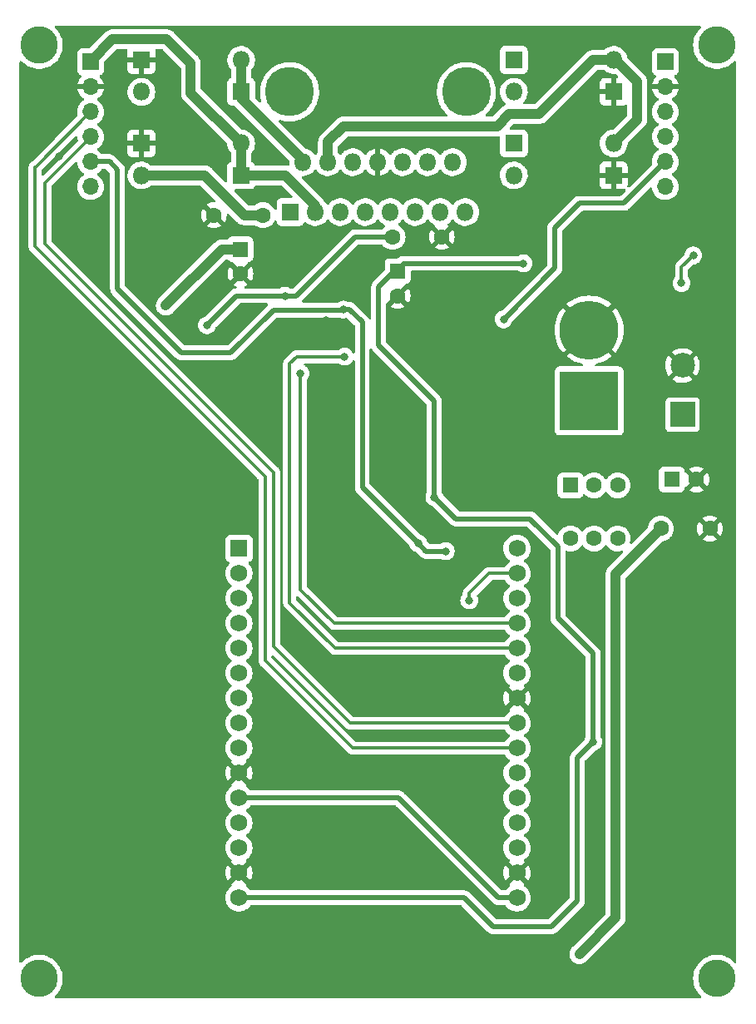
<source format=gbl>
G04 #@! TF.GenerationSoftware,KiCad,Pcbnew,(6.0.1)*
G04 #@! TF.CreationDate,2025-03-11T18:22:55+01:00*
G04 #@! TF.ProjectId,TwoWheelRobotPCB,54776f57-6865-4656-9c52-6f626f745043,rev?*
G04 #@! TF.SameCoordinates,Original*
G04 #@! TF.FileFunction,Copper,L2,Bot*
G04 #@! TF.FilePolarity,Positive*
%FSLAX46Y46*%
G04 Gerber Fmt 4.6, Leading zero omitted, Abs format (unit mm)*
G04 Created by KiCad (PCBNEW (6.0.1)) date 2025-03-11 18:22:55*
%MOMM*%
%LPD*%
G01*
G04 APERTURE LIST*
G04 #@! TA.AperFunction,ComponentPad*
%ADD10C,3.800000*%
G04 #@! TD*
G04 #@! TA.AperFunction,ComponentPad*
%ADD11C,1.600000*%
G04 #@! TD*
G04 #@! TA.AperFunction,ComponentPad*
%ADD12R,1.700000X1.700000*%
G04 #@! TD*
G04 #@! TA.AperFunction,ComponentPad*
%ADD13O,1.700000X1.700000*%
G04 #@! TD*
G04 #@! TA.AperFunction,ComponentPad*
%ADD14R,1.800000X1.800000*%
G04 #@! TD*
G04 #@! TA.AperFunction,ComponentPad*
%ADD15O,1.800000X1.800000*%
G04 #@! TD*
G04 #@! TA.AperFunction,ComponentPad*
%ADD16R,1.600000X1.600000*%
G04 #@! TD*
G04 #@! TA.AperFunction,ComponentPad*
%ADD17C,6.000000*%
G04 #@! TD*
G04 #@! TA.AperFunction,ComponentPad*
%ADD18R,6.000000X6.000000*%
G04 #@! TD*
G04 #@! TA.AperFunction,ComponentPad*
%ADD19R,1.752600X1.752600*%
G04 #@! TD*
G04 #@! TA.AperFunction,ComponentPad*
%ADD20C,1.752600*%
G04 #@! TD*
G04 #@! TA.AperFunction,ComponentPad*
%ADD21C,5.000000*%
G04 #@! TD*
G04 #@! TA.AperFunction,ComponentPad*
%ADD22R,2.500000X2.500000*%
G04 #@! TD*
G04 #@! TA.AperFunction,ComponentPad*
%ADD23C,2.500000*%
G04 #@! TD*
G04 #@! TA.AperFunction,ViaPad*
%ADD24C,1.000000*%
G04 #@! TD*
G04 #@! TA.AperFunction,ViaPad*
%ADD25C,0.800000*%
G04 #@! TD*
G04 #@! TA.AperFunction,Conductor*
%ADD26C,1.000000*%
G04 #@! TD*
G04 #@! TA.AperFunction,Conductor*
%ADD27C,0.500000*%
G04 #@! TD*
G04 #@! TA.AperFunction,Conductor*
%ADD28C,0.300000*%
G04 #@! TD*
G04 APERTURE END LIST*
D10*
X164500001Y-157500000D03*
D11*
X113300000Y-79800000D03*
X118300000Y-79800000D03*
D12*
X159250000Y-64200000D03*
D13*
X159250000Y-66740000D03*
X159250000Y-69280000D03*
X159250000Y-71820000D03*
X159250000Y-74360000D03*
X159250000Y-76900000D03*
D14*
X143840000Y-64000000D03*
D15*
X154000000Y-64000000D03*
D11*
X131500000Y-82000000D03*
X136500000Y-82000000D03*
X149600000Y-112700000D03*
X152000000Y-112700000D03*
X152000000Y-107300000D03*
X154400000Y-107300000D03*
X154400000Y-112700000D03*
D16*
X149600000Y-107300000D03*
D14*
X154000000Y-75750000D03*
D15*
X143840000Y-75750000D03*
D16*
X132000000Y-85500000D03*
D11*
X132000000Y-88000000D03*
D10*
X95500001Y-157499999D03*
X95500000Y-62500000D03*
D12*
X100750000Y-64200000D03*
D13*
X100750000Y-66740000D03*
X100750000Y-69280000D03*
X100750000Y-71820000D03*
X100750000Y-74360000D03*
X100750000Y-76900000D03*
D17*
X151500000Y-91500000D03*
D18*
X151500000Y-98700000D03*
D16*
X116000000Y-83267621D03*
D11*
X116000000Y-85767621D03*
D14*
X116080000Y-67250000D03*
D15*
X105920000Y-67250000D03*
D11*
X163800000Y-111700000D03*
X158800000Y-111700000D03*
D14*
X116080000Y-75750000D03*
D15*
X105920000Y-75750000D03*
D19*
X115850000Y-113720000D03*
D20*
X115850000Y-116260000D03*
X115850000Y-118800000D03*
X115850000Y-121340000D03*
X115850000Y-123880000D03*
X115850000Y-126420000D03*
X115850000Y-128960000D03*
X115850000Y-131500000D03*
X115850000Y-134040000D03*
X115850000Y-136580000D03*
X115850000Y-139120000D03*
X115850000Y-141660000D03*
X115850000Y-144200000D03*
X115850000Y-146740000D03*
X115850000Y-149280000D03*
X144150000Y-149280000D03*
X144150000Y-146740000D03*
X144150000Y-144200000D03*
X144150000Y-141660000D03*
X144150000Y-139120000D03*
X144150000Y-136580000D03*
X144150000Y-134040000D03*
X144150000Y-131500000D03*
X144150000Y-128960000D03*
X144150000Y-126420000D03*
X144150000Y-123880000D03*
X144150000Y-121340000D03*
X144150000Y-118800000D03*
X144150000Y-116260000D03*
X144150000Y-113720000D03*
D14*
X154000000Y-67250000D03*
D15*
X143840000Y-67250000D03*
D14*
X143840000Y-72500000D03*
D15*
X154000000Y-72500000D03*
D21*
X139000000Y-67250000D03*
X121000000Y-67250000D03*
D14*
X121105000Y-79485000D03*
D15*
X122375000Y-74405000D03*
X123645000Y-79485000D03*
X124915000Y-74405000D03*
X126185000Y-79485000D03*
X127455000Y-74405000D03*
X128725000Y-79485000D03*
X129995000Y-74405000D03*
X131265000Y-79485000D03*
X132535000Y-74405000D03*
X133805000Y-79485000D03*
X135075000Y-74405000D03*
X136345000Y-79485000D03*
X137615000Y-74405000D03*
X138885000Y-79485000D03*
D22*
X161004751Y-100104574D03*
D23*
X161004751Y-95104574D03*
D14*
X105920000Y-72500000D03*
D15*
X116080000Y-72500000D03*
D10*
X164500001Y-62500000D03*
D16*
X159917621Y-106700000D03*
D11*
X162417621Y-106700000D03*
D14*
X105920000Y-64000000D03*
D15*
X116080000Y-64000000D03*
D24*
X150500000Y-155000000D03*
X108400000Y-89000000D03*
D25*
X133500000Y-118250000D03*
X156300000Y-109600000D03*
X161100000Y-78200000D03*
X120500000Y-85250000D03*
X124730435Y-90530435D03*
X133750000Y-106750000D03*
X125000000Y-98950000D03*
X144400000Y-104000000D03*
X129000000Y-83500000D03*
X150000000Y-105300000D03*
X157000000Y-84700000D03*
X126250000Y-122500000D03*
X142400000Y-120000000D03*
X122750000Y-81250000D03*
X153200000Y-110000000D03*
X97500000Y-73800000D03*
X116900000Y-78100000D03*
X119250000Y-132750000D03*
X119250000Y-130500000D03*
X139800000Y-106300000D03*
X110500000Y-84300000D03*
X149500000Y-110100000D03*
X116800000Y-98000000D03*
X120650000Y-90800000D03*
X161800000Y-73000000D03*
X146200000Y-83000000D03*
X133500000Y-132750000D03*
X127384854Y-76391158D03*
X128750000Y-112250000D03*
X119250000Y-127750000D03*
X106100000Y-87700000D03*
X136900000Y-114000000D03*
X126500000Y-89400000D03*
X142800000Y-90400000D03*
X134100000Y-113200000D03*
X144800000Y-84700000D03*
X120526013Y-87999999D03*
X151900000Y-133400000D03*
X112600000Y-91000000D03*
X135750000Y-108500000D03*
X160900000Y-86700000D03*
X162100000Y-83900000D03*
X126600000Y-94200000D03*
X122100000Y-95900000D03*
X139300000Y-119000000D03*
D26*
X116080000Y-67250000D02*
X116080000Y-67895000D01*
X122375000Y-74190000D02*
X122375000Y-74405000D01*
X116080000Y-67895000D02*
X122375000Y-74190000D01*
X116080000Y-67250000D02*
X116080000Y-64000000D01*
X143375000Y-69500000D02*
X142125000Y-70750000D01*
X108400000Y-89000000D02*
X114132379Y-83267621D01*
X124915000Y-72335000D02*
X124915000Y-74405000D01*
X151900000Y-64000000D02*
X146400000Y-69500000D01*
X112350000Y-75750000D02*
X116400000Y-79800000D01*
X116400000Y-79800000D02*
X118300000Y-79800000D01*
X146400000Y-69500000D02*
X143375000Y-69500000D01*
X142125000Y-70750000D02*
X126500000Y-70750000D01*
X154200000Y-64000000D02*
X156400000Y-66200000D01*
X156400000Y-70050000D02*
X154000000Y-72450000D01*
X150500000Y-155000000D02*
X154200000Y-151300000D01*
X126500000Y-70750000D02*
X124915000Y-72335000D01*
X114132379Y-83267621D02*
X116000000Y-83267621D01*
X105920000Y-75750000D02*
X112350000Y-75750000D01*
X156400000Y-66200000D02*
X156400000Y-70050000D01*
X154200000Y-151300000D02*
X154200000Y-116300000D01*
X154200000Y-116300000D02*
X158800000Y-111700000D01*
X154000000Y-64000000D02*
X151900000Y-64000000D01*
X154000000Y-72450000D02*
X154000000Y-72500000D01*
X154000000Y-64000000D02*
X154200000Y-64000000D01*
D27*
X119349511Y-89450489D02*
X115000000Y-93800000D01*
X126500000Y-89400000D02*
X126449511Y-89450489D01*
X126449511Y-89450489D02*
X119349511Y-89450489D01*
X148000000Y-81100000D02*
X150500000Y-78600000D01*
X142800000Y-90400000D02*
X148000000Y-85200000D01*
X136900000Y-114000000D02*
X134900000Y-114000000D01*
X103500000Y-75200000D02*
X102660000Y-74360000D01*
X128400000Y-90700000D02*
X128400000Y-107500000D01*
X134100000Y-113200000D02*
X134900000Y-114000000D01*
X155010000Y-78600000D02*
X159250000Y-74360000D01*
X110000000Y-93800000D02*
X103500000Y-87300000D01*
X102660000Y-74360000D02*
X100750000Y-74360000D01*
X126500000Y-89400000D02*
X127100000Y-89400000D01*
X132120000Y-139120000D02*
X142280000Y-149280000D01*
X115850000Y-139120000D02*
X132120000Y-139120000D01*
X127100000Y-89400000D02*
X128400000Y-90700000D01*
X115000000Y-93800000D02*
X110000000Y-93800000D01*
X103500000Y-87300000D02*
X103500000Y-75200000D01*
X142280000Y-149280000D02*
X144150000Y-149280000D01*
X128400000Y-107500000D02*
X134100000Y-113200000D01*
X148000000Y-85200000D02*
X148000000Y-81100000D01*
X150500000Y-78600000D02*
X155010000Y-78600000D01*
X151900000Y-124400000D02*
X148300000Y-120800000D01*
X150300000Y-135000000D02*
X150300000Y-149600000D01*
X120526013Y-87999999D02*
X121691908Y-87999999D01*
X130078319Y-93078319D02*
X130078319Y-87087575D01*
X141700000Y-152200000D02*
X138780000Y-149280000D01*
X137950000Y-110700000D02*
X135750000Y-108500000D01*
X135750000Y-108500000D02*
X135750000Y-98750000D01*
X112600000Y-91000000D02*
X115600001Y-87999999D01*
X121691908Y-87999999D02*
X127691907Y-82000000D01*
X145500000Y-110700000D02*
X137950000Y-110700000D01*
X151900000Y-133400000D02*
X150300000Y-135000000D01*
X130078319Y-87087575D02*
X131665894Y-85500000D01*
X144800000Y-84700000D02*
X132600000Y-84700000D01*
X138780000Y-149280000D02*
X115850000Y-149280000D01*
X132600000Y-84900000D02*
X132000000Y-85500000D01*
X135750000Y-98750000D02*
X130078319Y-93078319D01*
X150300000Y-149600000D02*
X147700000Y-152200000D01*
X115600001Y-87999999D02*
X120526013Y-87999999D01*
X151900000Y-133400000D02*
X151900000Y-124400000D01*
X127691907Y-82000000D02*
X131500000Y-82000000D01*
X131665894Y-85500000D02*
X132000000Y-85500000D01*
X147700000Y-152200000D02*
X141700000Y-152200000D01*
X148300000Y-113500000D02*
X145500000Y-110700000D01*
X148300000Y-120800000D02*
X148300000Y-113500000D01*
D26*
X110950000Y-64350000D02*
X108500000Y-61900000D01*
X100750000Y-64125000D02*
X102975000Y-61900000D01*
X110950000Y-67370000D02*
X110950000Y-64350000D01*
X116080000Y-72500000D02*
X116080000Y-75750000D01*
X116080000Y-75750000D02*
X120569022Y-75750000D01*
X108500000Y-61900000D02*
X102975000Y-61900000D01*
X123645000Y-78825978D02*
X123645000Y-79485000D01*
X120569022Y-75750000D02*
X123645000Y-78825978D01*
X100750000Y-64200000D02*
X100750000Y-64125000D01*
X116080000Y-72500000D02*
X110950000Y-67370000D01*
D28*
X118500000Y-106400000D02*
X95100000Y-83000000D01*
X95100000Y-83000000D02*
X95100000Y-74900000D01*
X144150000Y-134040000D02*
X127440000Y-134040000D01*
X118500000Y-125100000D02*
X118500000Y-106400000D01*
X95100000Y-74900000D02*
X95130000Y-74900000D01*
X95130000Y-74900000D02*
X100750000Y-69280000D01*
X127440000Y-134040000D02*
X118500000Y-125100000D01*
X100750000Y-71900000D02*
X96100000Y-76550000D01*
X127194941Y-131500000D02*
X144150000Y-131500000D01*
X100750000Y-71820000D02*
X100750000Y-71900000D01*
X119400000Y-123705059D02*
X127194941Y-131500000D01*
X119400000Y-106000000D02*
X119400000Y-123705059D01*
X96100000Y-82700000D02*
X119400000Y-106000000D01*
X96100000Y-76550000D02*
X96100000Y-82700000D01*
X160900000Y-85100000D02*
X162100000Y-83900000D01*
X160900000Y-86700000D02*
X160900000Y-85100000D01*
X125630000Y-123880000D02*
X121000489Y-119250489D01*
X144150000Y-123880000D02*
X125630000Y-123880000D01*
X121000489Y-119250489D02*
X121000489Y-94924511D01*
X121725000Y-94200000D02*
X126600000Y-94200000D01*
X121000489Y-94924511D02*
X121725000Y-94200000D01*
X122100000Y-95900000D02*
X122100000Y-117900000D01*
X125540000Y-121340000D02*
X144150000Y-121340000D01*
X122100000Y-117900000D02*
X125540000Y-121340000D01*
X139300000Y-119000000D02*
X139300000Y-118300000D01*
X139300000Y-118300000D02*
X141340000Y-116260000D01*
X141340000Y-116260000D02*
X144150000Y-116260000D01*
G04 #@! TA.AperFunction,Conductor*
G36*
X130000000Y-60508001D02*
G01*
X162784640Y-60508001D01*
X162852761Y-60528003D01*
X162899254Y-60581659D01*
X162909358Y-60651933D01*
X162879864Y-60716513D01*
X162870894Y-60725850D01*
X162740809Y-60848008D01*
X162641074Y-60968567D01*
X162561321Y-61064972D01*
X162547631Y-61081520D01*
X162385243Y-61337402D01*
X162256207Y-61611619D01*
X162162556Y-61899846D01*
X162105768Y-62197538D01*
X162086739Y-62500000D01*
X162105768Y-62802462D01*
X162162556Y-63100154D01*
X162256207Y-63388381D01*
X162385243Y-63662598D01*
X162547631Y-63918480D01*
X162550150Y-63921525D01*
X162550153Y-63921529D01*
X162585409Y-63964146D01*
X162740809Y-64151992D01*
X162961730Y-64359450D01*
X162964932Y-64361777D01*
X162964934Y-64361778D01*
X162982172Y-64374302D01*
X163206911Y-64537584D01*
X163210380Y-64539491D01*
X163210383Y-64539493D01*
X163422433Y-64656069D01*
X163472484Y-64683585D01*
X163476153Y-64685038D01*
X163476158Y-64685040D01*
X163745291Y-64791597D01*
X163754262Y-64795149D01*
X164047801Y-64870516D01*
X164348471Y-64908500D01*
X164651531Y-64908500D01*
X164952201Y-64870516D01*
X165245740Y-64795149D01*
X165254711Y-64791597D01*
X165523844Y-64685040D01*
X165523849Y-64685038D01*
X165527518Y-64683585D01*
X165577569Y-64656069D01*
X165789619Y-64539493D01*
X165789622Y-64539491D01*
X165793091Y-64537584D01*
X166017830Y-64374302D01*
X166035068Y-64361778D01*
X166035070Y-64361777D01*
X166038272Y-64359450D01*
X166259193Y-64151992D01*
X166268915Y-64140240D01*
X166327748Y-64100502D01*
X166398726Y-64098879D01*
X166459314Y-64135888D01*
X166490275Y-64199778D01*
X166492000Y-64220555D01*
X166492000Y-155779445D01*
X166471998Y-155847566D01*
X166418342Y-155894059D01*
X166348068Y-155904163D01*
X166283488Y-155874669D01*
X166268915Y-155859760D01*
X166261717Y-155851059D01*
X166259193Y-155848008D01*
X166105458Y-155703642D01*
X166041159Y-155643261D01*
X166041158Y-155643260D01*
X166038272Y-155640550D01*
X166035067Y-155638221D01*
X165918693Y-155553671D01*
X165793091Y-155462416D01*
X165640250Y-155378390D01*
X165530987Y-155318322D01*
X165530986Y-155318321D01*
X165527518Y-155316415D01*
X165523849Y-155314962D01*
X165523844Y-155314960D01*
X165249410Y-155206304D01*
X165249407Y-155206303D01*
X165245740Y-155204851D01*
X164952201Y-155129484D01*
X164651531Y-155091500D01*
X164348471Y-155091500D01*
X164047801Y-155129484D01*
X163754262Y-155204851D01*
X163750595Y-155206303D01*
X163750592Y-155206304D01*
X163476158Y-155314960D01*
X163476153Y-155314962D01*
X163472484Y-155316415D01*
X163469016Y-155318321D01*
X163469015Y-155318322D01*
X163359753Y-155378390D01*
X163206911Y-155462416D01*
X163081309Y-155553671D01*
X162964936Y-155638221D01*
X162961730Y-155640550D01*
X162958844Y-155643260D01*
X162958843Y-155643261D01*
X162894544Y-155703642D01*
X162740809Y-155848008D01*
X162547631Y-156081520D01*
X162385243Y-156337402D01*
X162383556Y-156340988D01*
X162257897Y-156608028D01*
X162256207Y-156611619D01*
X162162556Y-156899846D01*
X162105768Y-157197538D01*
X162086739Y-157500000D01*
X162105768Y-157802462D01*
X162162556Y-158100154D01*
X162256207Y-158388381D01*
X162385243Y-158662598D01*
X162547631Y-158918480D01*
X162550150Y-158921525D01*
X162550153Y-158921528D01*
X162740809Y-159151992D01*
X162743695Y-159154702D01*
X162743696Y-159154703D01*
X162870893Y-159274149D01*
X162906858Y-159335362D01*
X162904021Y-159406302D01*
X162863280Y-159464446D01*
X162797572Y-159491334D01*
X162784640Y-159491999D01*
X97215361Y-159491999D01*
X97147240Y-159471997D01*
X97100747Y-159418341D01*
X97090643Y-159348067D01*
X97120137Y-159283487D01*
X97129108Y-159274149D01*
X97256306Y-159154702D01*
X97259193Y-159151991D01*
X97452371Y-158918479D01*
X97614759Y-158662597D01*
X97689137Y-158504535D01*
X97742106Y-158391970D01*
X97742108Y-158391966D01*
X97743795Y-158388380D01*
X97837446Y-158100153D01*
X97894234Y-157802461D01*
X97913263Y-157499999D01*
X97894234Y-157197537D01*
X97837446Y-156899845D01*
X97743795Y-156611618D01*
X97614759Y-156337401D01*
X97452371Y-156081519D01*
X97449852Y-156078474D01*
X97449849Y-156078470D01*
X97386707Y-156002145D01*
X97259193Y-155848007D01*
X97038272Y-155640549D01*
X96793091Y-155462415D01*
X96789622Y-155460508D01*
X96789619Y-155460506D01*
X96530987Y-155318321D01*
X96530986Y-155318320D01*
X96527518Y-155316414D01*
X96523846Y-155314960D01*
X96523844Y-155314959D01*
X96249410Y-155206303D01*
X96249409Y-155206303D01*
X96245740Y-155204850D01*
X95952201Y-155129483D01*
X95651531Y-155091499D01*
X95348471Y-155091499D01*
X95047801Y-155129483D01*
X94754262Y-155204850D01*
X94750593Y-155206303D01*
X94750592Y-155206303D01*
X94476158Y-155314959D01*
X94476156Y-155314960D01*
X94472484Y-155316414D01*
X94469016Y-155318320D01*
X94469015Y-155318321D01*
X94210383Y-155460506D01*
X94210380Y-155460508D01*
X94206911Y-155462415D01*
X93961730Y-155640549D01*
X93740809Y-155848007D01*
X93731086Y-155859760D01*
X93731084Y-155859763D01*
X93672250Y-155899500D01*
X93601271Y-155901121D01*
X93540684Y-155864111D01*
X93509724Y-155800221D01*
X93508000Y-155779446D01*
X93508000Y-146711219D01*
X114461668Y-146711219D01*
X114474176Y-146928150D01*
X114475612Y-146938370D01*
X114523382Y-147150339D01*
X114526461Y-147160167D01*
X114608215Y-147361502D01*
X114612858Y-147370693D01*
X114697334Y-147508546D01*
X114707790Y-147518006D01*
X114716568Y-147514222D01*
X115477978Y-146752812D01*
X115484356Y-146741132D01*
X116214408Y-146741132D01*
X116214539Y-146742965D01*
X116218790Y-146749580D01*
X116979320Y-147510110D01*
X116991330Y-147516669D01*
X117003069Y-147507701D01*
X117037625Y-147459611D01*
X117042936Y-147450772D01*
X117139206Y-147255983D01*
X117143005Y-147246387D01*
X117206170Y-147038491D01*
X117208349Y-147028410D01*
X117236949Y-146811175D01*
X117237468Y-146804502D01*
X117238962Y-146743365D01*
X117238768Y-146736646D01*
X117220816Y-146518294D01*
X117219131Y-146508114D01*
X117166196Y-146297371D01*
X117162876Y-146287620D01*
X117076229Y-146088343D01*
X117071362Y-146079268D01*
X117002083Y-145972178D01*
X116991398Y-145962975D01*
X116981831Y-145967379D01*
X116222022Y-146727188D01*
X116214408Y-146741132D01*
X115484356Y-146741132D01*
X115485592Y-146738868D01*
X115485461Y-146737035D01*
X115481210Y-146730420D01*
X114720922Y-145970132D01*
X114709386Y-145963832D01*
X114697104Y-145973455D01*
X114645143Y-146049627D01*
X114640058Y-146058578D01*
X114548571Y-146255671D01*
X114545008Y-146265358D01*
X114486942Y-146474736D01*
X114485011Y-146484856D01*
X114461920Y-146700930D01*
X114461668Y-146711219D01*
X93508000Y-146711219D01*
X93508000Y-144166050D01*
X114460869Y-144166050D01*
X114461166Y-144171202D01*
X114461166Y-144171206D01*
X114465983Y-144254740D01*
X114473977Y-144393387D01*
X114524039Y-144615531D01*
X114525983Y-144620317D01*
X114525984Y-144620322D01*
X114607767Y-144821728D01*
X114609711Y-144826515D01*
X114728692Y-145020674D01*
X114877786Y-145192793D01*
X115052989Y-145338249D01*
X115057441Y-145340851D01*
X115057446Y-145340854D01*
X115090733Y-145360305D01*
X115139456Y-145411944D01*
X115152527Y-145481727D01*
X115125795Y-145547499D01*
X115102813Y-145569854D01*
X115080890Y-145586314D01*
X115072436Y-145597640D01*
X115079180Y-145609970D01*
X115837188Y-146367978D01*
X115851132Y-146375592D01*
X115852965Y-146375461D01*
X115859580Y-146371210D01*
X116622115Y-145608675D01*
X116629136Y-145595819D01*
X116621607Y-145585486D01*
X116614161Y-145580539D01*
X116611880Y-145579280D01*
X116611137Y-145578530D01*
X116609853Y-145577677D01*
X116610029Y-145577412D01*
X116561908Y-145528849D01*
X116547134Y-145459406D01*
X116572249Y-145393000D01*
X116599602Y-145366391D01*
X116746893Y-145261330D01*
X116908193Y-145100592D01*
X117041073Y-144915669D01*
X117141967Y-144711526D01*
X117208164Y-144493646D01*
X117220700Y-144398430D01*
X117237450Y-144271201D01*
X117237451Y-144271194D01*
X117237887Y-144267879D01*
X117239546Y-144200000D01*
X117232179Y-144110393D01*
X117221311Y-143978202D01*
X117221310Y-143978196D01*
X117220887Y-143973051D01*
X117165413Y-143752197D01*
X117163354Y-143747461D01*
X117076672Y-143548106D01*
X117076670Y-143548103D01*
X117074612Y-143543369D01*
X116950923Y-143352175D01*
X116797668Y-143183750D01*
X116618963Y-143042618D01*
X116612335Y-143038959D01*
X116611651Y-143038269D01*
X116610131Y-143037259D01*
X116610339Y-143036945D01*
X116562363Y-142988533D01*
X116547585Y-142919091D01*
X116572696Y-142852684D01*
X116600054Y-142826069D01*
X116742689Y-142724329D01*
X116742691Y-142724327D01*
X116746893Y-142721330D01*
X116908193Y-142560592D01*
X117041073Y-142375669D01*
X117141967Y-142171526D01*
X117208164Y-141953646D01*
X117220700Y-141858430D01*
X117237450Y-141731201D01*
X117237451Y-141731194D01*
X117237887Y-141727879D01*
X117239546Y-141660000D01*
X117232179Y-141570393D01*
X117221311Y-141438202D01*
X117221310Y-141438196D01*
X117220887Y-141433051D01*
X117165413Y-141212197D01*
X117163354Y-141207461D01*
X117076672Y-141008106D01*
X117076670Y-141008103D01*
X117074612Y-141003369D01*
X116950923Y-140812175D01*
X116797668Y-140643750D01*
X116618963Y-140502618D01*
X116612335Y-140498959D01*
X116611651Y-140498269D01*
X116610131Y-140497259D01*
X116610339Y-140496945D01*
X116562363Y-140448533D01*
X116547585Y-140379091D01*
X116572696Y-140312684D01*
X116600054Y-140286069D01*
X116742689Y-140184329D01*
X116742691Y-140184327D01*
X116746893Y-140181330D01*
X116908193Y-140020592D01*
X116972589Y-139930974D01*
X117028585Y-139887326D01*
X117074913Y-139878500D01*
X131753629Y-139878500D01*
X131821750Y-139898502D01*
X131842724Y-139915405D01*
X141696230Y-149768911D01*
X141708616Y-149783323D01*
X141717149Y-149794918D01*
X141717154Y-149794923D01*
X141721492Y-149800818D01*
X141727070Y-149805557D01*
X141727073Y-149805560D01*
X141761768Y-149835035D01*
X141769284Y-149841965D01*
X141774980Y-149847661D01*
X141777841Y-149849924D01*
X141777846Y-149849929D01*
X141797266Y-149865293D01*
X141800667Y-149868082D01*
X141856285Y-149915333D01*
X141862798Y-149918659D01*
X141867837Y-149922020D01*
X141872979Y-149925196D01*
X141878716Y-149929734D01*
X141944875Y-149960655D01*
X141948769Y-149962558D01*
X142013808Y-149995769D01*
X142020917Y-149997508D01*
X142026551Y-149999604D01*
X142032321Y-150001523D01*
X142038950Y-150004622D01*
X142046113Y-150006112D01*
X142046116Y-150006113D01*
X142096830Y-150016661D01*
X142110435Y-150019491D01*
X142114701Y-150020457D01*
X142185610Y-150037808D01*
X142191212Y-150038156D01*
X142191215Y-150038156D01*
X142196764Y-150038500D01*
X142196762Y-150038535D01*
X142200734Y-150038775D01*
X142204955Y-150039152D01*
X142212115Y-150040641D01*
X142289542Y-150038546D01*
X142292950Y-150038500D01*
X142920029Y-150038500D01*
X142988150Y-150058502D01*
X143021822Y-150092910D01*
X143022937Y-150092094D01*
X143025995Y-150096272D01*
X143028692Y-150100674D01*
X143032067Y-150104570D01*
X143032072Y-150104577D01*
X143094830Y-150177026D01*
X143177786Y-150272793D01*
X143352989Y-150418249D01*
X143357441Y-150420851D01*
X143357446Y-150420854D01*
X143451540Y-150475838D01*
X143549597Y-150533138D01*
X143762329Y-150614372D01*
X143767395Y-150615403D01*
X143767396Y-150615403D01*
X143819630Y-150626030D01*
X143985472Y-150659771D01*
X144113288Y-150664458D01*
X144207870Y-150667927D01*
X144207875Y-150667927D01*
X144213034Y-150668116D01*
X144218154Y-150667460D01*
X144218156Y-150667460D01*
X144290344Y-150658212D01*
X144438903Y-150639181D01*
X144443852Y-150637696D01*
X144443858Y-150637695D01*
X144570204Y-150599789D01*
X144657013Y-150573745D01*
X144861507Y-150473564D01*
X144865711Y-150470566D01*
X144865715Y-150470563D01*
X144943683Y-150414949D01*
X145046893Y-150341330D01*
X145208193Y-150180592D01*
X145308758Y-150040641D01*
X145338055Y-149999869D01*
X145341073Y-149995669D01*
X145372924Y-149931225D01*
X145439673Y-149796168D01*
X145439674Y-149796166D01*
X145441967Y-149791526D01*
X145508164Y-149573646D01*
X145520700Y-149478430D01*
X145537450Y-149351201D01*
X145537451Y-149351194D01*
X145537887Y-149347879D01*
X145538502Y-149322724D01*
X145539464Y-149283365D01*
X145539464Y-149283360D01*
X145539546Y-149280000D01*
X145532179Y-149190393D01*
X145521311Y-149058202D01*
X145521310Y-149058196D01*
X145520887Y-149053051D01*
X145465413Y-148832197D01*
X145463354Y-148827461D01*
X145376672Y-148628106D01*
X145376670Y-148628103D01*
X145374612Y-148623369D01*
X145284835Y-148484595D01*
X145253731Y-148436515D01*
X145253727Y-148436510D01*
X145250923Y-148432175D01*
X145097668Y-148263750D01*
X144918963Y-148122618D01*
X144911849Y-148118691D01*
X144911006Y-148117840D01*
X144910131Y-148117259D01*
X144910251Y-148117078D01*
X144861876Y-148068261D01*
X144847100Y-147998819D01*
X144872214Y-147932413D01*
X144899568Y-147905802D01*
X144918103Y-147892581D01*
X144926504Y-147881881D01*
X144919515Y-147868725D01*
X144162812Y-147112022D01*
X144148868Y-147104408D01*
X144147035Y-147104539D01*
X144140420Y-147108790D01*
X143377510Y-147871700D01*
X143370750Y-147884080D01*
X143376031Y-147891134D01*
X143390698Y-147899705D01*
X143439422Y-147951343D01*
X143452493Y-148021126D01*
X143425762Y-148086898D01*
X143402781Y-148109253D01*
X143231579Y-148237795D01*
X143227444Y-148240900D01*
X143070120Y-148405530D01*
X143067212Y-148409793D01*
X143067208Y-148409798D01*
X143028527Y-148466504D01*
X142973616Y-148511507D01*
X142924438Y-148521500D01*
X142646371Y-148521500D01*
X142578250Y-148501498D01*
X142557276Y-148484595D01*
X140783900Y-146711219D01*
X142761668Y-146711219D01*
X142774176Y-146928150D01*
X142775612Y-146938370D01*
X142823382Y-147150339D01*
X142826461Y-147160167D01*
X142908215Y-147361502D01*
X142912858Y-147370693D01*
X142997334Y-147508546D01*
X143007790Y-147518006D01*
X143016568Y-147514222D01*
X143777978Y-146752812D01*
X143784356Y-146741132D01*
X144514408Y-146741132D01*
X144514539Y-146742965D01*
X144518790Y-146749580D01*
X145279320Y-147510110D01*
X145291330Y-147516669D01*
X145303069Y-147507701D01*
X145337625Y-147459611D01*
X145342936Y-147450772D01*
X145439206Y-147255983D01*
X145443005Y-147246387D01*
X145506170Y-147038491D01*
X145508349Y-147028410D01*
X145536949Y-146811175D01*
X145537468Y-146804502D01*
X145538962Y-146743365D01*
X145538768Y-146736646D01*
X145520816Y-146518294D01*
X145519131Y-146508114D01*
X145466196Y-146297371D01*
X145462876Y-146287620D01*
X145376229Y-146088343D01*
X145371362Y-146079268D01*
X145302083Y-145972178D01*
X145291398Y-145962975D01*
X145281831Y-145967379D01*
X144522022Y-146727188D01*
X144514408Y-146741132D01*
X143784356Y-146741132D01*
X143785592Y-146738868D01*
X143785461Y-146737035D01*
X143781210Y-146730420D01*
X143020922Y-145970132D01*
X143009386Y-145963832D01*
X142997104Y-145973455D01*
X142945143Y-146049627D01*
X142940058Y-146058578D01*
X142848571Y-146255671D01*
X142845008Y-146265358D01*
X142786942Y-146474736D01*
X142785011Y-146484856D01*
X142761920Y-146700930D01*
X142761668Y-146711219D01*
X140783900Y-146711219D01*
X132703770Y-138631089D01*
X132691384Y-138616677D01*
X132682851Y-138605082D01*
X132682846Y-138605077D01*
X132678508Y-138599182D01*
X132672930Y-138594443D01*
X132672927Y-138594440D01*
X132638232Y-138564965D01*
X132630716Y-138558035D01*
X132625021Y-138552340D01*
X132618880Y-138547482D01*
X132602749Y-138534719D01*
X132599345Y-138531928D01*
X132549297Y-138489409D01*
X132549295Y-138489408D01*
X132543715Y-138484667D01*
X132537199Y-138481339D01*
X132532150Y-138477972D01*
X132527021Y-138474805D01*
X132521284Y-138470266D01*
X132455125Y-138439345D01*
X132451225Y-138437439D01*
X132435421Y-138429369D01*
X132386192Y-138404231D01*
X132379084Y-138402492D01*
X132373441Y-138400393D01*
X132367678Y-138398476D01*
X132361050Y-138395378D01*
X132289583Y-138380513D01*
X132285299Y-138379543D01*
X132214390Y-138362192D01*
X132208788Y-138361844D01*
X132208785Y-138361844D01*
X132203236Y-138361500D01*
X132203238Y-138361464D01*
X132199245Y-138361225D01*
X132195053Y-138360851D01*
X132187885Y-138359360D01*
X132121675Y-138361151D01*
X132110479Y-138361454D01*
X132107072Y-138361500D01*
X117077265Y-138361500D01*
X117009144Y-138341498D01*
X116971473Y-138303941D01*
X116950923Y-138272175D01*
X116797668Y-138103750D01*
X116618963Y-137962618D01*
X116611849Y-137958691D01*
X116611006Y-137957840D01*
X116610131Y-137957259D01*
X116610251Y-137957078D01*
X116561876Y-137908261D01*
X116547100Y-137838819D01*
X116572214Y-137772413D01*
X116599568Y-137745802D01*
X116618103Y-137732581D01*
X116626504Y-137721881D01*
X116619515Y-137708725D01*
X115862812Y-136952022D01*
X115848868Y-136944408D01*
X115847035Y-136944539D01*
X115840420Y-136948790D01*
X115077510Y-137711700D01*
X115070750Y-137724080D01*
X115076031Y-137731134D01*
X115090698Y-137739705D01*
X115139422Y-137791343D01*
X115152493Y-137861126D01*
X115125762Y-137926898D01*
X115102781Y-137949253D01*
X114931579Y-138077795D01*
X114927444Y-138080900D01*
X114770120Y-138245530D01*
X114767206Y-138249802D01*
X114767205Y-138249803D01*
X114730275Y-138303941D01*
X114641797Y-138433645D01*
X114545921Y-138640192D01*
X114485067Y-138859625D01*
X114460869Y-139086050D01*
X114461166Y-139091202D01*
X114461166Y-139091206D01*
X114465983Y-139174740D01*
X114473977Y-139313387D01*
X114524039Y-139535531D01*
X114525983Y-139540317D01*
X114525984Y-139540322D01*
X114607767Y-139741728D01*
X114609711Y-139746515D01*
X114728692Y-139940674D01*
X114877786Y-140112793D01*
X115052989Y-140258249D01*
X115057440Y-140260850D01*
X115057450Y-140260857D01*
X115090266Y-140280033D01*
X115138989Y-140331672D01*
X115152059Y-140401455D01*
X115125326Y-140467227D01*
X115102353Y-140489575D01*
X114927444Y-140620900D01*
X114770120Y-140785530D01*
X114767206Y-140789802D01*
X114767205Y-140789803D01*
X114695928Y-140894292D01*
X114641797Y-140973645D01*
X114545921Y-141180192D01*
X114485067Y-141399625D01*
X114460869Y-141626050D01*
X114461166Y-141631202D01*
X114461166Y-141631206D01*
X114465983Y-141714740D01*
X114473977Y-141853387D01*
X114524039Y-142075531D01*
X114525983Y-142080317D01*
X114525984Y-142080322D01*
X114607767Y-142281728D01*
X114609711Y-142286515D01*
X114728692Y-142480674D01*
X114877786Y-142652793D01*
X115052989Y-142798249D01*
X115057440Y-142800850D01*
X115057450Y-142800857D01*
X115090266Y-142820033D01*
X115138989Y-142871672D01*
X115152059Y-142941455D01*
X115125326Y-143007227D01*
X115102353Y-143029575D01*
X114927444Y-143160900D01*
X114770120Y-143325530D01*
X114767206Y-143329802D01*
X114767205Y-143329803D01*
X114695928Y-143434292D01*
X114641797Y-143513645D01*
X114545921Y-143720192D01*
X114485067Y-143939625D01*
X114460869Y-144166050D01*
X93508000Y-144166050D01*
X93508000Y-136551219D01*
X114461668Y-136551219D01*
X114474176Y-136768150D01*
X114475612Y-136778370D01*
X114523382Y-136990339D01*
X114526461Y-137000167D01*
X114608215Y-137201502D01*
X114612858Y-137210693D01*
X114697334Y-137348546D01*
X114707790Y-137358006D01*
X114716568Y-137354222D01*
X115477978Y-136592812D01*
X115484356Y-136581132D01*
X116214408Y-136581132D01*
X116214539Y-136582965D01*
X116218790Y-136589580D01*
X116979320Y-137350110D01*
X116991330Y-137356669D01*
X117003069Y-137347701D01*
X117037625Y-137299611D01*
X117042936Y-137290772D01*
X117139206Y-137095983D01*
X117143005Y-137086387D01*
X117206170Y-136878491D01*
X117208349Y-136868410D01*
X117236949Y-136651175D01*
X117237468Y-136644502D01*
X117238962Y-136583365D01*
X117238768Y-136576646D01*
X117220816Y-136358294D01*
X117219131Y-136348114D01*
X117166196Y-136137371D01*
X117162876Y-136127620D01*
X117076229Y-135928343D01*
X117071362Y-135919268D01*
X117002083Y-135812178D01*
X116991398Y-135802975D01*
X116981831Y-135807379D01*
X116222022Y-136567188D01*
X116214408Y-136581132D01*
X115484356Y-136581132D01*
X115485592Y-136578868D01*
X115485461Y-136577035D01*
X115481210Y-136570420D01*
X114720922Y-135810132D01*
X114709386Y-135803832D01*
X114697104Y-135813455D01*
X114645143Y-135889627D01*
X114640058Y-135898578D01*
X114548571Y-136095671D01*
X114545008Y-136105358D01*
X114486942Y-136314736D01*
X114485011Y-136324856D01*
X114461920Y-136540930D01*
X114461668Y-136551219D01*
X93508000Y-136551219D01*
X93508000Y-134006050D01*
X114460869Y-134006050D01*
X114461166Y-134011202D01*
X114461166Y-134011206D01*
X114464784Y-134073955D01*
X114473977Y-134233387D01*
X114475112Y-134238424D01*
X114475113Y-134238430D01*
X114492673Y-134316350D01*
X114524039Y-134455531D01*
X114525983Y-134460317D01*
X114525984Y-134460322D01*
X114606699Y-134659097D01*
X114609711Y-134666515D01*
X114728692Y-134860674D01*
X114877786Y-135032793D01*
X115052989Y-135178249D01*
X115057441Y-135180851D01*
X115057446Y-135180854D01*
X115090733Y-135200305D01*
X115139456Y-135251944D01*
X115152527Y-135321727D01*
X115125795Y-135387499D01*
X115102813Y-135409854D01*
X115080890Y-135426314D01*
X115072436Y-135437640D01*
X115079180Y-135449970D01*
X115837188Y-136207978D01*
X115851132Y-136215592D01*
X115852965Y-136215461D01*
X115859580Y-136211210D01*
X116622115Y-135448675D01*
X116629136Y-135435819D01*
X116621607Y-135425486D01*
X116614161Y-135420539D01*
X116611880Y-135419280D01*
X116611137Y-135418530D01*
X116609853Y-135417677D01*
X116610029Y-135417412D01*
X116561908Y-135368849D01*
X116547134Y-135299406D01*
X116572249Y-135233000D01*
X116599602Y-135206391D01*
X116746893Y-135101330D01*
X116908193Y-134940592D01*
X116929303Y-134911215D01*
X117038055Y-134759869D01*
X117041073Y-134755669D01*
X117045576Y-134746559D01*
X117139673Y-134556168D01*
X117139674Y-134556166D01*
X117141967Y-134551526D01*
X117208164Y-134333646D01*
X117216702Y-134268794D01*
X117237450Y-134111201D01*
X117237451Y-134111194D01*
X117237887Y-134107879D01*
X117239546Y-134040000D01*
X117230603Y-133931226D01*
X117221311Y-133818202D01*
X117221310Y-133818196D01*
X117220887Y-133813051D01*
X117165413Y-133592197D01*
X117161573Y-133583365D01*
X117076672Y-133388106D01*
X117076670Y-133388103D01*
X117074612Y-133383369D01*
X116986678Y-133247444D01*
X116953731Y-133196515D01*
X116953729Y-133196512D01*
X116950923Y-133192175D01*
X116797668Y-133023750D01*
X116618963Y-132882618D01*
X116612335Y-132878959D01*
X116611651Y-132878269D01*
X116610131Y-132877259D01*
X116610339Y-132876945D01*
X116562363Y-132828533D01*
X116547585Y-132759091D01*
X116572696Y-132692684D01*
X116600054Y-132666069D01*
X116742689Y-132564329D01*
X116742691Y-132564327D01*
X116746893Y-132561330D01*
X116908193Y-132400592D01*
X117041073Y-132215669D01*
X117069052Y-132159059D01*
X117139673Y-132016168D01*
X117139674Y-132016166D01*
X117141967Y-132011526D01*
X117208164Y-131793646D01*
X117220700Y-131698430D01*
X117237450Y-131571201D01*
X117237451Y-131571194D01*
X117237887Y-131567879D01*
X117239546Y-131500000D01*
X117232179Y-131410393D01*
X117221311Y-131278202D01*
X117221310Y-131278196D01*
X117220887Y-131273051D01*
X117165413Y-131052197D01*
X117163354Y-131047461D01*
X117076672Y-130848106D01*
X117076670Y-130848103D01*
X117074612Y-130843369D01*
X116950923Y-130652175D01*
X116797668Y-130483750D01*
X116618963Y-130342618D01*
X116612335Y-130338959D01*
X116611651Y-130338269D01*
X116610131Y-130337259D01*
X116610339Y-130336945D01*
X116562363Y-130288533D01*
X116547585Y-130219091D01*
X116572696Y-130152684D01*
X116600054Y-130126069D01*
X116742689Y-130024329D01*
X116742691Y-130024327D01*
X116746893Y-130021330D01*
X116908193Y-129860592D01*
X117041073Y-129675669D01*
X117043494Y-129670772D01*
X117139673Y-129476168D01*
X117139674Y-129476166D01*
X117141967Y-129471526D01*
X117208164Y-129253646D01*
X117220700Y-129158430D01*
X117237450Y-129031201D01*
X117237451Y-129031194D01*
X117237887Y-129027879D01*
X117239546Y-128960000D01*
X117232179Y-128870393D01*
X117221311Y-128738202D01*
X117221310Y-128738196D01*
X117220887Y-128733051D01*
X117186327Y-128595461D01*
X117166672Y-128517208D01*
X117166671Y-128517204D01*
X117165413Y-128512197D01*
X117153743Y-128485358D01*
X117076672Y-128308106D01*
X117076670Y-128308103D01*
X117074612Y-128303369D01*
X116950923Y-128112175D01*
X116797668Y-127943750D01*
X116618963Y-127802618D01*
X116612335Y-127798959D01*
X116611651Y-127798269D01*
X116610131Y-127797259D01*
X116610339Y-127796945D01*
X116562363Y-127748533D01*
X116547585Y-127679091D01*
X116572696Y-127612684D01*
X116600054Y-127586069D01*
X116742689Y-127484329D01*
X116742691Y-127484327D01*
X116746893Y-127481330D01*
X116908193Y-127320592D01*
X117041073Y-127135669D01*
X117141967Y-126931526D01*
X117208164Y-126713646D01*
X117220700Y-126618430D01*
X117237450Y-126491201D01*
X117237451Y-126491194D01*
X117237887Y-126487879D01*
X117239546Y-126420000D01*
X117232179Y-126330393D01*
X117221311Y-126198202D01*
X117221310Y-126198196D01*
X117220887Y-126193051D01*
X117165413Y-125972197D01*
X117163354Y-125967461D01*
X117076672Y-125768106D01*
X117076670Y-125768103D01*
X117074612Y-125763369D01*
X116950923Y-125572175D01*
X116797668Y-125403750D01*
X116618963Y-125262618D01*
X116612335Y-125258959D01*
X116611651Y-125258269D01*
X116610131Y-125257259D01*
X116610339Y-125256945D01*
X116562363Y-125208533D01*
X116547585Y-125139091D01*
X116572696Y-125072684D01*
X116600054Y-125046069D01*
X116742689Y-124944329D01*
X116742691Y-124944327D01*
X116746893Y-124941330D01*
X116908193Y-124780592D01*
X116918413Y-124766370D01*
X117038055Y-124599869D01*
X117041073Y-124595669D01*
X117069052Y-124539059D01*
X117139673Y-124396168D01*
X117139674Y-124396166D01*
X117141967Y-124391526D01*
X117208164Y-124173646D01*
X117220700Y-124078430D01*
X117237450Y-123951201D01*
X117237451Y-123951194D01*
X117237887Y-123947879D01*
X117238507Y-123922516D01*
X117239464Y-123883365D01*
X117239464Y-123883360D01*
X117239546Y-123880000D01*
X117232179Y-123790393D01*
X117221311Y-123658202D01*
X117221310Y-123658196D01*
X117220887Y-123653051D01*
X117193150Y-123542624D01*
X117166672Y-123437208D01*
X117166671Y-123437204D01*
X117165413Y-123432197D01*
X117154410Y-123406892D01*
X117076672Y-123228106D01*
X117076670Y-123228103D01*
X117074612Y-123223369D01*
X116950923Y-123032175D01*
X116797668Y-122863750D01*
X116618963Y-122722618D01*
X116612335Y-122718959D01*
X116611651Y-122718269D01*
X116610131Y-122717259D01*
X116610339Y-122716945D01*
X116562363Y-122668533D01*
X116547585Y-122599091D01*
X116572696Y-122532684D01*
X116600054Y-122506069D01*
X116742689Y-122404329D01*
X116742691Y-122404327D01*
X116746893Y-122401330D01*
X116908193Y-122240592D01*
X117041073Y-122055669D01*
X117069052Y-121999059D01*
X117139673Y-121856168D01*
X117139674Y-121856166D01*
X117141967Y-121851526D01*
X117208164Y-121633646D01*
X117220700Y-121538430D01*
X117237450Y-121411201D01*
X117237451Y-121411194D01*
X117237887Y-121407879D01*
X117237969Y-121404527D01*
X117239464Y-121343365D01*
X117239464Y-121343360D01*
X117239546Y-121340000D01*
X117228431Y-121204812D01*
X117221311Y-121118202D01*
X117221310Y-121118196D01*
X117220887Y-121113051D01*
X117188109Y-120982553D01*
X117166672Y-120897208D01*
X117166671Y-120897204D01*
X117165413Y-120892197D01*
X117156852Y-120872507D01*
X117076672Y-120688106D01*
X117076670Y-120688103D01*
X117074612Y-120683369D01*
X116950923Y-120492175D01*
X116797668Y-120323750D01*
X116618963Y-120182618D01*
X116612335Y-120178959D01*
X116611651Y-120178269D01*
X116610131Y-120177259D01*
X116610339Y-120176945D01*
X116562363Y-120128533D01*
X116547585Y-120059091D01*
X116572696Y-119992684D01*
X116600054Y-119966069D01*
X116742689Y-119864329D01*
X116742691Y-119864327D01*
X116746893Y-119861330D01*
X116908193Y-119700592D01*
X116921015Y-119682749D01*
X117038055Y-119519869D01*
X117041073Y-119515669D01*
X117141967Y-119311526D01*
X117208164Y-119093646D01*
X117221357Y-118993435D01*
X117237450Y-118871201D01*
X117237451Y-118871194D01*
X117237887Y-118867879D01*
X117237969Y-118864527D01*
X117239464Y-118803365D01*
X117239464Y-118803360D01*
X117239546Y-118800000D01*
X117225958Y-118634729D01*
X117221311Y-118578202D01*
X117221310Y-118578196D01*
X117220887Y-118573051D01*
X117174971Y-118390249D01*
X117166672Y-118357208D01*
X117166671Y-118357204D01*
X117165413Y-118352197D01*
X117163354Y-118347461D01*
X117076672Y-118148106D01*
X117076670Y-118148103D01*
X117074612Y-118143369D01*
X116994459Y-118019472D01*
X116953731Y-117956515D01*
X116953729Y-117956512D01*
X116950923Y-117952175D01*
X116797668Y-117783750D01*
X116618963Y-117642618D01*
X116612335Y-117638959D01*
X116611651Y-117638269D01*
X116610131Y-117637259D01*
X116610339Y-117636945D01*
X116562363Y-117588533D01*
X116547585Y-117519091D01*
X116572696Y-117452684D01*
X116600054Y-117426069D01*
X116742689Y-117324329D01*
X116742691Y-117324327D01*
X116746893Y-117321330D01*
X116908193Y-117160592D01*
X117041073Y-116975669D01*
X117141967Y-116771526D01*
X117208164Y-116553646D01*
X117220700Y-116458430D01*
X117237450Y-116331201D01*
X117237451Y-116331194D01*
X117237887Y-116327879D01*
X117239546Y-116260000D01*
X117226468Y-116100928D01*
X117221311Y-116038202D01*
X117221310Y-116038196D01*
X117220887Y-116033051D01*
X117189079Y-115906417D01*
X117166672Y-115817208D01*
X117166671Y-115817204D01*
X117165413Y-115812197D01*
X117163354Y-115807461D01*
X117076672Y-115608106D01*
X117076670Y-115608103D01*
X117074612Y-115603369D01*
X116950923Y-115412175D01*
X116833846Y-115283509D01*
X116802795Y-115219663D01*
X116811190Y-115149164D01*
X116856366Y-115094396D01*
X116882809Y-115080728D01*
X116925658Y-115064665D01*
X116964595Y-115050068D01*
X116964596Y-115050067D01*
X116973005Y-115046915D01*
X117089561Y-114959561D01*
X117176915Y-114843005D01*
X117228045Y-114706616D01*
X117234800Y-114644434D01*
X117234800Y-112795566D01*
X117228045Y-112733384D01*
X117176915Y-112596995D01*
X117089561Y-112480439D01*
X116973005Y-112393085D01*
X116836616Y-112341955D01*
X116774434Y-112335200D01*
X114925566Y-112335200D01*
X114863384Y-112341955D01*
X114726995Y-112393085D01*
X114610439Y-112480439D01*
X114523085Y-112596995D01*
X114471955Y-112733384D01*
X114465200Y-112795566D01*
X114465200Y-114644434D01*
X114471955Y-114706616D01*
X114523085Y-114843005D01*
X114610439Y-114959561D01*
X114726995Y-115046915D01*
X114735403Y-115050067D01*
X114818226Y-115081116D01*
X114874990Y-115123758D01*
X114899690Y-115190319D01*
X114884483Y-115259668D01*
X114865090Y-115286149D01*
X114825616Y-115327456D01*
X114770120Y-115385530D01*
X114767206Y-115389802D01*
X114767205Y-115389803D01*
X114695928Y-115494292D01*
X114641797Y-115573645D01*
X114545921Y-115780192D01*
X114485067Y-115999625D01*
X114460869Y-116226050D01*
X114461166Y-116231202D01*
X114461166Y-116231206D01*
X114464576Y-116290337D01*
X114473977Y-116453387D01*
X114524039Y-116675531D01*
X114525983Y-116680317D01*
X114525984Y-116680322D01*
X114607767Y-116881728D01*
X114609711Y-116886515D01*
X114728692Y-117080674D01*
X114877786Y-117252793D01*
X115052989Y-117398249D01*
X115057440Y-117400850D01*
X115057450Y-117400857D01*
X115090266Y-117420033D01*
X115138989Y-117471672D01*
X115152059Y-117541455D01*
X115125326Y-117607227D01*
X115102353Y-117629575D01*
X114927444Y-117760900D01*
X114770120Y-117925530D01*
X114767206Y-117929802D01*
X114767205Y-117929803D01*
X114745152Y-117962132D01*
X114641797Y-118113645D01*
X114545921Y-118320192D01*
X114544539Y-118325174D01*
X114544539Y-118325175D01*
X114520830Y-118410668D01*
X114485067Y-118539625D01*
X114460869Y-118766050D01*
X114461166Y-118771202D01*
X114461166Y-118771206D01*
X114463045Y-118803794D01*
X114473977Y-118993387D01*
X114475112Y-118998424D01*
X114475113Y-118998430D01*
X114518269Y-119189928D01*
X114524039Y-119215531D01*
X114525983Y-119220317D01*
X114525984Y-119220322D01*
X114596619Y-119394273D01*
X114609711Y-119426515D01*
X114728692Y-119620674D01*
X114877786Y-119792793D01*
X115052989Y-119938249D01*
X115057440Y-119940850D01*
X115057450Y-119940857D01*
X115090266Y-119960033D01*
X115138989Y-120011672D01*
X115152059Y-120081455D01*
X115125326Y-120147227D01*
X115102353Y-120169575D01*
X114927444Y-120300900D01*
X114770120Y-120465530D01*
X114767206Y-120469802D01*
X114767205Y-120469803D01*
X114731105Y-120522724D01*
X114641797Y-120653645D01*
X114545921Y-120860192D01*
X114485067Y-121079625D01*
X114460869Y-121306050D01*
X114461166Y-121311202D01*
X114461166Y-121311206D01*
X114463073Y-121344279D01*
X114473977Y-121533387D01*
X114524039Y-121755531D01*
X114525983Y-121760317D01*
X114525984Y-121760322D01*
X114606698Y-121959095D01*
X114609711Y-121966515D01*
X114728692Y-122160674D01*
X114877786Y-122332793D01*
X115052989Y-122478249D01*
X115057440Y-122480850D01*
X115057450Y-122480857D01*
X115090266Y-122500033D01*
X115138989Y-122551672D01*
X115152059Y-122621455D01*
X115125326Y-122687227D01*
X115102353Y-122709575D01*
X114927444Y-122840900D01*
X114770120Y-123005530D01*
X114767206Y-123009802D01*
X114767205Y-123009803D01*
X114695928Y-123114292D01*
X114641797Y-123193645D01*
X114545921Y-123400192D01*
X114485067Y-123619625D01*
X114460869Y-123846050D01*
X114461166Y-123851202D01*
X114461166Y-123851206D01*
X114464275Y-123905116D01*
X114473977Y-124073387D01*
X114475112Y-124078424D01*
X114475113Y-124078430D01*
X114513860Y-124250364D01*
X114524039Y-124295531D01*
X114525983Y-124300317D01*
X114525984Y-124300322D01*
X114606699Y-124499097D01*
X114609711Y-124506515D01*
X114728692Y-124700674D01*
X114877786Y-124872793D01*
X115052989Y-125018249D01*
X115057440Y-125020850D01*
X115057450Y-125020857D01*
X115090266Y-125040033D01*
X115138989Y-125091672D01*
X115152059Y-125161455D01*
X115125326Y-125227227D01*
X115102353Y-125249575D01*
X114927444Y-125380900D01*
X114923872Y-125384638D01*
X114801763Y-125512418D01*
X114770120Y-125545530D01*
X114767206Y-125549802D01*
X114767205Y-125549803D01*
X114744013Y-125583802D01*
X114641797Y-125733645D01*
X114545921Y-125940192D01*
X114485067Y-126159625D01*
X114460869Y-126386050D01*
X114461166Y-126391202D01*
X114461166Y-126391206D01*
X114465983Y-126474740D01*
X114473977Y-126613387D01*
X114524039Y-126835531D01*
X114525983Y-126840317D01*
X114525984Y-126840322D01*
X114607767Y-127041728D01*
X114609711Y-127046515D01*
X114728692Y-127240674D01*
X114877786Y-127412793D01*
X115052989Y-127558249D01*
X115057440Y-127560850D01*
X115057450Y-127560857D01*
X115090266Y-127580033D01*
X115138989Y-127631672D01*
X115152059Y-127701455D01*
X115125326Y-127767227D01*
X115102353Y-127789575D01*
X114927444Y-127920900D01*
X114770120Y-128085530D01*
X114767206Y-128089802D01*
X114767205Y-128089803D01*
X114703648Y-128182975D01*
X114641797Y-128273645D01*
X114545921Y-128480192D01*
X114544539Y-128485174D01*
X114544539Y-128485175D01*
X114537045Y-128512197D01*
X114485067Y-128699625D01*
X114460869Y-128926050D01*
X114461166Y-128931202D01*
X114461166Y-128931206D01*
X114463379Y-128969580D01*
X114473977Y-129153387D01*
X114475112Y-129158424D01*
X114475113Y-129158430D01*
X114514234Y-129332022D01*
X114524039Y-129375531D01*
X114525983Y-129380317D01*
X114525984Y-129380322D01*
X114607675Y-129581502D01*
X114609711Y-129586515D01*
X114728692Y-129780674D01*
X114877786Y-129952793D01*
X115052989Y-130098249D01*
X115057440Y-130100850D01*
X115057450Y-130100857D01*
X115090266Y-130120033D01*
X115138989Y-130171672D01*
X115152059Y-130241455D01*
X115125326Y-130307227D01*
X115102353Y-130329575D01*
X114927444Y-130460900D01*
X114770120Y-130625530D01*
X114767206Y-130629802D01*
X114767205Y-130629803D01*
X114695928Y-130734292D01*
X114641797Y-130813645D01*
X114545921Y-131020192D01*
X114485067Y-131239625D01*
X114460869Y-131466050D01*
X114461166Y-131471202D01*
X114461166Y-131471206D01*
X114465983Y-131554740D01*
X114473977Y-131693387D01*
X114524039Y-131915531D01*
X114525983Y-131920317D01*
X114525984Y-131920322D01*
X114606698Y-132119096D01*
X114609711Y-132126515D01*
X114728692Y-132320674D01*
X114877786Y-132492793D01*
X115052989Y-132638249D01*
X115057440Y-132640850D01*
X115057450Y-132640857D01*
X115090266Y-132660033D01*
X115138989Y-132711672D01*
X115152059Y-132781455D01*
X115125326Y-132847227D01*
X115102353Y-132869575D01*
X114927444Y-133000900D01*
X114770120Y-133165530D01*
X114767206Y-133169802D01*
X114767205Y-133169803D01*
X114714242Y-133247444D01*
X114641797Y-133353645D01*
X114545921Y-133560192D01*
X114544539Y-133565174D01*
X114544539Y-133565175D01*
X114538359Y-133587461D01*
X114485067Y-133779625D01*
X114460869Y-134006050D01*
X93508000Y-134006050D01*
X93508000Y-74858324D01*
X94437576Y-74858324D01*
X94439072Y-74882101D01*
X94441251Y-74916735D01*
X94441500Y-74924647D01*
X94441500Y-82917944D01*
X94440941Y-82929800D01*
X94439212Y-82937537D01*
X94439461Y-82945459D01*
X94441438Y-83008369D01*
X94441500Y-83012327D01*
X94441500Y-83041432D01*
X94442056Y-83045832D01*
X94442988Y-83057664D01*
X94444438Y-83103831D01*
X94446650Y-83111444D01*
X94446650Y-83111445D01*
X94450419Y-83124416D01*
X94454430Y-83143782D01*
X94457118Y-83165064D01*
X94460034Y-83172429D01*
X94460035Y-83172433D01*
X94474126Y-83208021D01*
X94477965Y-83219231D01*
X94490855Y-83263600D01*
X94501775Y-83282065D01*
X94510466Y-83299805D01*
X94518365Y-83319756D01*
X94545516Y-83357126D01*
X94552033Y-83367048D01*
X94571507Y-83399977D01*
X94571510Y-83399981D01*
X94575547Y-83406807D01*
X94590711Y-83421971D01*
X94603551Y-83437004D01*
X94616159Y-83454357D01*
X94651752Y-83483802D01*
X94660532Y-83491792D01*
X106238907Y-95070166D01*
X117804595Y-106635854D01*
X117838621Y-106698166D01*
X117841500Y-106724949D01*
X117841500Y-125017944D01*
X117840941Y-125029800D01*
X117839212Y-125037537D01*
X117839461Y-125045459D01*
X117841438Y-125108369D01*
X117841500Y-125112327D01*
X117841500Y-125141432D01*
X117842056Y-125145832D01*
X117842988Y-125157664D01*
X117844438Y-125203831D01*
X117846650Y-125211444D01*
X117846650Y-125211445D01*
X117850419Y-125224416D01*
X117854430Y-125243782D01*
X117857118Y-125265064D01*
X117860034Y-125272429D01*
X117860035Y-125272433D01*
X117874126Y-125308021D01*
X117877965Y-125319231D01*
X117890855Y-125363600D01*
X117901775Y-125382065D01*
X117910466Y-125399805D01*
X117918365Y-125419756D01*
X117945516Y-125457126D01*
X117952033Y-125467048D01*
X117971507Y-125499977D01*
X117971510Y-125499981D01*
X117975547Y-125506807D01*
X117990711Y-125521971D01*
X118003551Y-125537004D01*
X118016159Y-125554357D01*
X118051752Y-125583802D01*
X118060532Y-125591792D01*
X126916341Y-134447600D01*
X126924331Y-134456381D01*
X126924339Y-134456390D01*
X126928584Y-134463080D01*
X126959789Y-134492383D01*
X126980274Y-134511620D01*
X126983116Y-134514375D01*
X127003667Y-134534926D01*
X127006801Y-134537357D01*
X127007163Y-134537638D01*
X127016191Y-134545348D01*
X127049867Y-134576972D01*
X127056818Y-134580793D01*
X127056819Y-134580794D01*
X127068655Y-134587301D01*
X127085183Y-134598157D01*
X127102131Y-134611304D01*
X127144545Y-134629659D01*
X127155183Y-134634871D01*
X127195663Y-134657124D01*
X127203340Y-134659095D01*
X127203345Y-134659097D01*
X127216426Y-134662455D01*
X127235134Y-134668860D01*
X127254823Y-134677380D01*
X127262649Y-134678619D01*
X127262651Y-134678620D01*
X127287159Y-134682501D01*
X127300459Y-134684608D01*
X127312070Y-134687012D01*
X127343107Y-134694981D01*
X127349135Y-134696529D01*
X127349136Y-134696529D01*
X127356812Y-134698500D01*
X127378258Y-134698500D01*
X127397968Y-134700051D01*
X127419151Y-134703406D01*
X127465140Y-134699059D01*
X127476995Y-134698500D01*
X142858748Y-134698500D01*
X142926869Y-134718502D01*
X142966180Y-134758665D01*
X143025990Y-134856266D01*
X143025995Y-134856272D01*
X143028692Y-134860674D01*
X143177786Y-135032793D01*
X143352989Y-135178249D01*
X143357440Y-135180850D01*
X143357450Y-135180857D01*
X143390266Y-135200033D01*
X143438989Y-135251672D01*
X143452059Y-135321455D01*
X143425326Y-135387227D01*
X143402353Y-135409575D01*
X143227444Y-135540900D01*
X143070120Y-135705530D01*
X143067206Y-135709802D01*
X143067205Y-135709803D01*
X143003648Y-135802975D01*
X142941797Y-135893645D01*
X142845921Y-136100192D01*
X142844539Y-136105174D01*
X142844539Y-136105175D01*
X142837045Y-136132197D01*
X142785067Y-136319625D01*
X142760869Y-136546050D01*
X142761166Y-136551202D01*
X142761166Y-136551206D01*
X142763379Y-136589580D01*
X142773977Y-136773387D01*
X142775112Y-136778424D01*
X142775113Y-136778430D01*
X142814234Y-136952022D01*
X142824039Y-136995531D01*
X142825983Y-137000317D01*
X142825984Y-137000322D01*
X142907675Y-137201502D01*
X142909711Y-137206515D01*
X143028692Y-137400674D01*
X143177786Y-137572793D01*
X143352989Y-137718249D01*
X143357440Y-137720850D01*
X143357450Y-137720857D01*
X143390266Y-137740033D01*
X143438989Y-137791672D01*
X143452059Y-137861455D01*
X143425326Y-137927227D01*
X143402353Y-137949575D01*
X143227444Y-138080900D01*
X143070120Y-138245530D01*
X143067206Y-138249802D01*
X143067205Y-138249803D01*
X143030275Y-138303941D01*
X142941797Y-138433645D01*
X142845921Y-138640192D01*
X142785067Y-138859625D01*
X142760869Y-139086050D01*
X142761166Y-139091202D01*
X142761166Y-139091206D01*
X142765983Y-139174740D01*
X142773977Y-139313387D01*
X142824039Y-139535531D01*
X142825983Y-139540317D01*
X142825984Y-139540322D01*
X142907767Y-139741728D01*
X142909711Y-139746515D01*
X143028692Y-139940674D01*
X143177786Y-140112793D01*
X143352989Y-140258249D01*
X143357440Y-140260850D01*
X143357450Y-140260857D01*
X143390266Y-140280033D01*
X143438989Y-140331672D01*
X143452059Y-140401455D01*
X143425326Y-140467227D01*
X143402353Y-140489575D01*
X143227444Y-140620900D01*
X143070120Y-140785530D01*
X143067206Y-140789802D01*
X143067205Y-140789803D01*
X142995928Y-140894292D01*
X142941797Y-140973645D01*
X142845921Y-141180192D01*
X142785067Y-141399625D01*
X142760869Y-141626050D01*
X142761166Y-141631202D01*
X142761166Y-141631206D01*
X142765983Y-141714740D01*
X142773977Y-141853387D01*
X142824039Y-142075531D01*
X142825983Y-142080317D01*
X142825984Y-142080322D01*
X142907767Y-142281728D01*
X142909711Y-142286515D01*
X143028692Y-142480674D01*
X143177786Y-142652793D01*
X143352989Y-142798249D01*
X143357440Y-142800850D01*
X143357450Y-142800857D01*
X143390266Y-142820033D01*
X143438989Y-142871672D01*
X143452059Y-142941455D01*
X143425326Y-143007227D01*
X143402353Y-143029575D01*
X143227444Y-143160900D01*
X143070120Y-143325530D01*
X143067206Y-143329802D01*
X143067205Y-143329803D01*
X142995928Y-143434292D01*
X142941797Y-143513645D01*
X142845921Y-143720192D01*
X142785067Y-143939625D01*
X142760869Y-144166050D01*
X142761166Y-144171202D01*
X142761166Y-144171206D01*
X142765983Y-144254740D01*
X142773977Y-144393387D01*
X142824039Y-144615531D01*
X142825983Y-144620317D01*
X142825984Y-144620322D01*
X142907767Y-144821728D01*
X142909711Y-144826515D01*
X143028692Y-145020674D01*
X143177786Y-145192793D01*
X143352989Y-145338249D01*
X143357441Y-145340851D01*
X143357446Y-145340854D01*
X143390733Y-145360305D01*
X143439456Y-145411944D01*
X143452527Y-145481727D01*
X143425795Y-145547499D01*
X143402813Y-145569854D01*
X143380890Y-145586314D01*
X143372436Y-145597640D01*
X143379180Y-145609970D01*
X144137188Y-146367978D01*
X144151132Y-146375592D01*
X144152965Y-146375461D01*
X144159580Y-146371210D01*
X144922115Y-145608675D01*
X144929136Y-145595819D01*
X144921607Y-145585486D01*
X144914161Y-145580539D01*
X144911880Y-145579280D01*
X144911137Y-145578530D01*
X144909853Y-145577677D01*
X144910029Y-145577412D01*
X144861908Y-145528849D01*
X144847134Y-145459406D01*
X144872249Y-145393000D01*
X144899602Y-145366391D01*
X145046893Y-145261330D01*
X145208193Y-145100592D01*
X145341073Y-144915669D01*
X145441967Y-144711526D01*
X145508164Y-144493646D01*
X145520700Y-144398430D01*
X145537450Y-144271201D01*
X145537451Y-144271194D01*
X145537887Y-144267879D01*
X145539546Y-144200000D01*
X145532179Y-144110393D01*
X145521311Y-143978202D01*
X145521310Y-143978196D01*
X145520887Y-143973051D01*
X145465413Y-143752197D01*
X145463354Y-143747461D01*
X145376672Y-143548106D01*
X145376670Y-143548103D01*
X145374612Y-143543369D01*
X145250923Y-143352175D01*
X145097668Y-143183750D01*
X144918963Y-143042618D01*
X144912335Y-143038959D01*
X144911651Y-143038269D01*
X144910131Y-143037259D01*
X144910339Y-143036945D01*
X144862363Y-142988533D01*
X144847585Y-142919091D01*
X144872696Y-142852684D01*
X144900054Y-142826069D01*
X145042689Y-142724329D01*
X145042691Y-142724327D01*
X145046893Y-142721330D01*
X145208193Y-142560592D01*
X145341073Y-142375669D01*
X145441967Y-142171526D01*
X145508164Y-141953646D01*
X145520700Y-141858430D01*
X145537450Y-141731201D01*
X145537451Y-141731194D01*
X145537887Y-141727879D01*
X145539546Y-141660000D01*
X145532179Y-141570393D01*
X145521311Y-141438202D01*
X145521310Y-141438196D01*
X145520887Y-141433051D01*
X145465413Y-141212197D01*
X145463354Y-141207461D01*
X145376672Y-141008106D01*
X145376670Y-141008103D01*
X145374612Y-141003369D01*
X145250923Y-140812175D01*
X145097668Y-140643750D01*
X144918963Y-140502618D01*
X144912335Y-140498959D01*
X144911651Y-140498269D01*
X144910131Y-140497259D01*
X144910339Y-140496945D01*
X144862363Y-140448533D01*
X144847585Y-140379091D01*
X144872696Y-140312684D01*
X144900054Y-140286069D01*
X145042689Y-140184329D01*
X145042691Y-140184327D01*
X145046893Y-140181330D01*
X145208193Y-140020592D01*
X145341073Y-139835669D01*
X145441967Y-139631526D01*
X145508164Y-139413646D01*
X145520700Y-139318430D01*
X145537450Y-139191201D01*
X145537451Y-139191194D01*
X145537887Y-139187879D01*
X145539546Y-139120000D01*
X145532179Y-139030393D01*
X145521311Y-138898202D01*
X145521310Y-138898196D01*
X145520887Y-138893051D01*
X145465413Y-138672197D01*
X145463354Y-138667461D01*
X145376672Y-138468106D01*
X145376670Y-138468103D01*
X145374612Y-138463369D01*
X145294459Y-138339472D01*
X145253731Y-138276515D01*
X145253727Y-138276510D01*
X145250923Y-138272175D01*
X145097668Y-138103750D01*
X144918963Y-137962618D01*
X144912335Y-137958959D01*
X144911651Y-137958269D01*
X144910131Y-137957259D01*
X144910339Y-137956945D01*
X144862363Y-137908533D01*
X144847585Y-137839091D01*
X144872696Y-137772684D01*
X144900054Y-137746069D01*
X145042689Y-137644329D01*
X145042691Y-137644327D01*
X145046893Y-137641330D01*
X145208193Y-137480592D01*
X145341073Y-137295669D01*
X145343494Y-137290772D01*
X145439673Y-137096168D01*
X145439674Y-137096166D01*
X145441967Y-137091526D01*
X145508164Y-136873646D01*
X145520700Y-136778430D01*
X145537450Y-136651201D01*
X145537451Y-136651194D01*
X145537887Y-136647879D01*
X145539546Y-136580000D01*
X145532179Y-136490393D01*
X145521311Y-136358202D01*
X145521310Y-136358196D01*
X145520887Y-136353051D01*
X145486327Y-136215461D01*
X145466672Y-136137208D01*
X145466671Y-136137204D01*
X145465413Y-136132197D01*
X145453743Y-136105358D01*
X145376672Y-135928106D01*
X145376670Y-135928103D01*
X145374612Y-135923369D01*
X145250923Y-135732175D01*
X145097668Y-135563750D01*
X144918963Y-135422618D01*
X144912335Y-135418959D01*
X144911651Y-135418269D01*
X144910131Y-135417259D01*
X144910339Y-135416945D01*
X144862363Y-135368533D01*
X144847585Y-135299091D01*
X144872696Y-135232684D01*
X144900054Y-135206069D01*
X145042689Y-135104329D01*
X145042691Y-135104327D01*
X145046893Y-135101330D01*
X145208193Y-134940592D01*
X145229303Y-134911215D01*
X145338055Y-134759869D01*
X145341073Y-134755669D01*
X145345576Y-134746559D01*
X145439673Y-134556168D01*
X145439674Y-134556166D01*
X145441967Y-134551526D01*
X145508164Y-134333646D01*
X145516702Y-134268794D01*
X145537450Y-134111201D01*
X145537451Y-134111194D01*
X145537887Y-134107879D01*
X145539546Y-134040000D01*
X145530603Y-133931226D01*
X145521311Y-133818202D01*
X145521310Y-133818196D01*
X145520887Y-133813051D01*
X145465413Y-133592197D01*
X145461573Y-133583365D01*
X145376672Y-133388106D01*
X145376670Y-133388103D01*
X145374612Y-133383369D01*
X145286678Y-133247444D01*
X145253731Y-133196515D01*
X145253729Y-133196512D01*
X145250923Y-133192175D01*
X145097668Y-133023750D01*
X144918963Y-132882618D01*
X144912335Y-132878959D01*
X144911651Y-132878269D01*
X144910131Y-132877259D01*
X144910339Y-132876945D01*
X144862363Y-132828533D01*
X144847585Y-132759091D01*
X144872696Y-132692684D01*
X144900054Y-132666069D01*
X145042689Y-132564329D01*
X145042691Y-132564327D01*
X145046893Y-132561330D01*
X145208193Y-132400592D01*
X145341073Y-132215669D01*
X145369052Y-132159059D01*
X145439673Y-132016168D01*
X145439674Y-132016166D01*
X145441967Y-132011526D01*
X145508164Y-131793646D01*
X145520700Y-131698430D01*
X145537450Y-131571201D01*
X145537451Y-131571194D01*
X145537887Y-131567879D01*
X145539546Y-131500000D01*
X145532179Y-131410393D01*
X145521311Y-131278202D01*
X145521310Y-131278196D01*
X145520887Y-131273051D01*
X145465413Y-131052197D01*
X145463354Y-131047461D01*
X145376672Y-130848106D01*
X145376670Y-130848103D01*
X145374612Y-130843369D01*
X145250923Y-130652175D01*
X145097668Y-130483750D01*
X144918963Y-130342618D01*
X144911849Y-130338691D01*
X144911006Y-130337840D01*
X144910131Y-130337259D01*
X144910251Y-130337078D01*
X144861876Y-130288261D01*
X144847100Y-130218819D01*
X144872214Y-130152413D01*
X144899568Y-130125802D01*
X144918103Y-130112581D01*
X144926504Y-130101881D01*
X144919515Y-130088725D01*
X144162812Y-129332022D01*
X144148868Y-129324408D01*
X144147035Y-129324539D01*
X144140420Y-129328790D01*
X143377510Y-130091700D01*
X143370750Y-130104080D01*
X143376031Y-130111134D01*
X143390698Y-130119705D01*
X143439422Y-130171343D01*
X143452493Y-130241126D01*
X143425762Y-130306898D01*
X143402781Y-130329253D01*
X143231579Y-130457795D01*
X143227444Y-130460900D01*
X143070120Y-130625530D01*
X143067206Y-130629802D01*
X143067205Y-130629803D01*
X142960311Y-130786504D01*
X142905400Y-130831507D01*
X142856223Y-130841500D01*
X127519890Y-130841500D01*
X127451769Y-130821498D01*
X127430795Y-130804595D01*
X125557419Y-128931219D01*
X142761668Y-128931219D01*
X142774176Y-129148150D01*
X142775612Y-129158370D01*
X142823382Y-129370339D01*
X142826461Y-129380167D01*
X142908215Y-129581502D01*
X142912858Y-129590693D01*
X142997334Y-129728546D01*
X143007790Y-129738006D01*
X143016568Y-129734222D01*
X143777978Y-128972812D01*
X143784356Y-128961132D01*
X144514408Y-128961132D01*
X144514539Y-128962965D01*
X144518790Y-128969580D01*
X145279320Y-129730110D01*
X145291330Y-129736669D01*
X145303069Y-129727701D01*
X145337625Y-129679611D01*
X145342936Y-129670772D01*
X145439206Y-129475983D01*
X145443005Y-129466387D01*
X145506170Y-129258491D01*
X145508349Y-129248410D01*
X145536949Y-129031175D01*
X145537468Y-129024502D01*
X145538962Y-128963365D01*
X145538768Y-128956646D01*
X145520816Y-128738294D01*
X145519131Y-128728114D01*
X145466196Y-128517371D01*
X145462876Y-128507620D01*
X145376229Y-128308343D01*
X145371362Y-128299268D01*
X145302083Y-128192178D01*
X145291398Y-128182975D01*
X145281831Y-128187379D01*
X144522022Y-128947188D01*
X144514408Y-128961132D01*
X143784356Y-128961132D01*
X143785592Y-128958868D01*
X143785461Y-128957035D01*
X143781210Y-128950420D01*
X143020922Y-128190132D01*
X143009386Y-128183832D01*
X142997104Y-128193455D01*
X142945143Y-128269627D01*
X142940058Y-128278578D01*
X142848571Y-128475671D01*
X142845008Y-128485358D01*
X142786942Y-128694736D01*
X142785011Y-128704856D01*
X142761920Y-128920930D01*
X142761668Y-128931219D01*
X125557419Y-128931219D01*
X120095405Y-123469204D01*
X120061379Y-123406892D01*
X120058500Y-123380109D01*
X120058500Y-106082056D01*
X120059059Y-106070200D01*
X120059059Y-106070197D01*
X120060788Y-106062463D01*
X120058562Y-105991631D01*
X120058500Y-105987673D01*
X120058500Y-105958568D01*
X120057944Y-105954168D01*
X120057012Y-105942330D01*
X120055811Y-105904094D01*
X120055562Y-105896169D01*
X120049580Y-105875579D01*
X120045570Y-105856216D01*
X120043875Y-105842796D01*
X120043875Y-105842795D01*
X120042882Y-105834936D01*
X120039966Y-105827571D01*
X120039965Y-105827567D01*
X120025874Y-105791979D01*
X120022035Y-105780769D01*
X120009145Y-105736400D01*
X119998225Y-105717935D01*
X119989534Y-105700195D01*
X119981635Y-105680244D01*
X119954482Y-105642871D01*
X119947967Y-105632952D01*
X119928493Y-105600023D01*
X119928490Y-105600019D01*
X119924453Y-105593193D01*
X119909289Y-105578029D01*
X119896448Y-105562995D01*
X119888501Y-105552057D01*
X119883841Y-105545643D01*
X119848247Y-105516197D01*
X119839468Y-105508208D01*
X96795405Y-82464145D01*
X96761379Y-82401833D01*
X96758500Y-82375050D01*
X96758500Y-76874950D01*
X96778502Y-76806829D01*
X96795405Y-76785855D01*
X99181308Y-74399952D01*
X99243620Y-74365926D01*
X99314435Y-74370991D01*
X99371271Y-74413538D01*
X99396194Y-74481793D01*
X99400110Y-74549715D01*
X99401247Y-74554761D01*
X99401248Y-74554767D01*
X99416745Y-74623530D01*
X99449222Y-74767639D01*
X99506174Y-74907897D01*
X99525588Y-74955706D01*
X99533266Y-74974616D01*
X99571877Y-75037624D01*
X99646476Y-75159358D01*
X99649987Y-75165088D01*
X99796250Y-75333938D01*
X99968126Y-75476632D01*
X100032341Y-75514156D01*
X100041445Y-75519476D01*
X100090169Y-75571114D01*
X100103240Y-75640897D01*
X100076509Y-75706669D01*
X100036055Y-75740027D01*
X100031007Y-75742655D01*
X100023607Y-75746507D01*
X100019474Y-75749610D01*
X100019471Y-75749612D01*
X99922581Y-75822359D01*
X99844965Y-75880635D01*
X99841393Y-75884373D01*
X99702913Y-76029284D01*
X99690629Y-76042138D01*
X99687715Y-76046410D01*
X99687714Y-76046411D01*
X99675404Y-76064457D01*
X99564743Y-76226680D01*
X99470688Y-76429305D01*
X99410989Y-76644570D01*
X99387251Y-76866695D01*
X99387548Y-76871848D01*
X99387548Y-76871851D01*
X99392861Y-76963991D01*
X99400110Y-77089715D01*
X99401247Y-77094761D01*
X99401248Y-77094767D01*
X99421119Y-77182939D01*
X99449222Y-77307639D01*
X99533266Y-77514616D01*
X99649987Y-77705088D01*
X99796250Y-77873938D01*
X99968126Y-78016632D01*
X100161000Y-78129338D01*
X100165825Y-78131180D01*
X100165826Y-78131181D01*
X100188321Y-78139771D01*
X100369692Y-78209030D01*
X100374760Y-78210061D01*
X100374763Y-78210062D01*
X100432158Y-78221739D01*
X100588597Y-78253567D01*
X100593772Y-78253757D01*
X100593774Y-78253757D01*
X100806673Y-78261564D01*
X100806677Y-78261564D01*
X100811837Y-78261753D01*
X100816957Y-78261097D01*
X100816959Y-78261097D01*
X101028288Y-78234025D01*
X101028289Y-78234025D01*
X101033416Y-78233368D01*
X101048245Y-78228919D01*
X101242429Y-78170661D01*
X101242434Y-78170659D01*
X101247384Y-78169174D01*
X101447994Y-78070896D01*
X101629860Y-77941173D01*
X101665509Y-77905649D01*
X101726147Y-77845222D01*
X101788096Y-77783489D01*
X101847594Y-77700689D01*
X101915435Y-77606277D01*
X101918453Y-77602077D01*
X102017430Y-77401811D01*
X102082370Y-77188069D01*
X102111529Y-76966590D01*
X102112260Y-76936668D01*
X102113074Y-76903365D01*
X102113074Y-76903361D01*
X102113156Y-76900000D01*
X102094852Y-76677361D01*
X102040431Y-76460702D01*
X101951354Y-76255840D01*
X101830014Y-76068277D01*
X101679670Y-75903051D01*
X101675619Y-75899852D01*
X101675615Y-75899848D01*
X101508414Y-75767800D01*
X101508410Y-75767798D01*
X101504359Y-75764598D01*
X101463053Y-75741796D01*
X101413084Y-75691364D01*
X101398312Y-75621921D01*
X101423428Y-75555516D01*
X101450780Y-75528909D01*
X101505139Y-75490135D01*
X101629860Y-75401173D01*
X101788096Y-75243489D01*
X101794997Y-75233886D01*
X101840203Y-75170974D01*
X101896198Y-75127326D01*
X101942526Y-75118500D01*
X102293629Y-75118500D01*
X102361750Y-75138502D01*
X102382724Y-75155405D01*
X102704595Y-75477276D01*
X102738621Y-75539588D01*
X102741500Y-75566371D01*
X102741500Y-87232930D01*
X102740067Y-87251880D01*
X102736801Y-87273349D01*
X102737394Y-87280641D01*
X102737394Y-87280644D01*
X102741085Y-87326018D01*
X102741500Y-87336233D01*
X102741500Y-87344293D01*
X102741925Y-87347937D01*
X102744789Y-87372507D01*
X102745222Y-87376882D01*
X102747707Y-87407428D01*
X102751140Y-87449637D01*
X102753396Y-87456601D01*
X102754587Y-87462560D01*
X102755971Y-87468415D01*
X102756818Y-87475681D01*
X102781735Y-87544327D01*
X102783152Y-87548455D01*
X102802160Y-87607128D01*
X102805649Y-87617899D01*
X102809445Y-87624154D01*
X102811951Y-87629628D01*
X102814670Y-87635058D01*
X102817167Y-87641937D01*
X102821180Y-87648057D01*
X102821180Y-87648058D01*
X102857186Y-87702976D01*
X102859523Y-87706680D01*
X102897405Y-87769107D01*
X102901121Y-87773315D01*
X102901122Y-87773316D01*
X102904803Y-87777484D01*
X102904776Y-87777508D01*
X102907429Y-87780500D01*
X102910132Y-87783733D01*
X102914144Y-87789852D01*
X102919456Y-87794884D01*
X102970383Y-87843128D01*
X102972825Y-87845506D01*
X109416230Y-94288911D01*
X109428616Y-94303323D01*
X109437149Y-94314918D01*
X109437154Y-94314923D01*
X109441492Y-94320818D01*
X109447070Y-94325557D01*
X109447073Y-94325560D01*
X109481768Y-94355035D01*
X109489284Y-94361965D01*
X109494979Y-94367660D01*
X109497861Y-94369940D01*
X109517251Y-94385281D01*
X109520655Y-94388072D01*
X109543493Y-94407474D01*
X109576285Y-94435333D01*
X109582801Y-94438661D01*
X109587850Y-94442028D01*
X109592979Y-94445195D01*
X109598716Y-94449734D01*
X109664875Y-94480655D01*
X109668769Y-94482558D01*
X109733808Y-94515769D01*
X109740916Y-94517508D01*
X109746559Y-94519607D01*
X109752322Y-94521524D01*
X109758950Y-94524622D01*
X109766112Y-94526112D01*
X109766113Y-94526112D01*
X109830412Y-94539486D01*
X109834696Y-94540456D01*
X109905610Y-94557808D01*
X109911212Y-94558156D01*
X109911215Y-94558156D01*
X109916764Y-94558500D01*
X109916762Y-94558536D01*
X109920755Y-94558775D01*
X109924947Y-94559149D01*
X109932115Y-94560640D01*
X110009520Y-94558546D01*
X110012928Y-94558500D01*
X114932930Y-94558500D01*
X114951880Y-94559933D01*
X114966115Y-94562099D01*
X114966119Y-94562099D01*
X114973349Y-94563199D01*
X114980641Y-94562606D01*
X114980644Y-94562606D01*
X115026018Y-94558915D01*
X115036233Y-94558500D01*
X115044293Y-94558500D01*
X115061680Y-94556473D01*
X115072507Y-94555211D01*
X115076882Y-94554778D01*
X115142339Y-94549454D01*
X115142342Y-94549453D01*
X115149637Y-94548860D01*
X115156601Y-94546604D01*
X115162560Y-94545413D01*
X115168415Y-94544029D01*
X115175681Y-94543182D01*
X115244327Y-94518265D01*
X115248455Y-94516848D01*
X115310936Y-94496607D01*
X115310938Y-94496606D01*
X115317899Y-94494351D01*
X115324154Y-94490555D01*
X115329628Y-94488049D01*
X115335058Y-94485330D01*
X115341937Y-94482833D01*
X115369489Y-94464769D01*
X115402976Y-94442814D01*
X115406680Y-94440477D01*
X115469107Y-94402595D01*
X115477484Y-94395197D01*
X115477508Y-94395224D01*
X115480500Y-94392571D01*
X115483733Y-94389868D01*
X115489852Y-94385856D01*
X115543128Y-94329617D01*
X115545506Y-94327175D01*
X119626787Y-90245894D01*
X119689099Y-90211868D01*
X119715882Y-90208989D01*
X126056604Y-90208989D01*
X126107852Y-90219882D01*
X126211677Y-90266108D01*
X126211685Y-90266111D01*
X126217712Y-90268794D01*
X126311113Y-90288647D01*
X126398056Y-90307128D01*
X126398061Y-90307128D01*
X126404513Y-90308500D01*
X126595487Y-90308500D01*
X126601939Y-90307128D01*
X126601944Y-90307128D01*
X126775833Y-90270166D01*
X126775832Y-90270166D01*
X126782288Y-90268794D01*
X126788319Y-90266109D01*
X126794215Y-90264193D01*
X126865183Y-90262164D01*
X126922249Y-90294930D01*
X127604595Y-90977276D01*
X127638621Y-91039588D01*
X127641500Y-91066371D01*
X127641500Y-93716694D01*
X127621498Y-93784815D01*
X127567842Y-93831308D01*
X127497568Y-93841412D01*
X127432988Y-93811918D01*
X127406381Y-93779694D01*
X127350638Y-93683144D01*
X127339040Y-93663056D01*
X127302612Y-93622598D01*
X127215675Y-93526045D01*
X127215674Y-93526044D01*
X127211253Y-93521134D01*
X127056752Y-93408882D01*
X127050724Y-93406198D01*
X127050722Y-93406197D01*
X126888319Y-93333891D01*
X126888318Y-93333891D01*
X126882288Y-93331206D01*
X126788888Y-93311353D01*
X126701944Y-93292872D01*
X126701939Y-93292872D01*
X126695487Y-93291500D01*
X126504513Y-93291500D01*
X126498061Y-93292872D01*
X126498056Y-93292872D01*
X126411113Y-93311353D01*
X126317712Y-93331206D01*
X126311682Y-93333891D01*
X126311681Y-93333891D01*
X126149278Y-93406197D01*
X126149276Y-93406198D01*
X126143248Y-93408882D01*
X126137907Y-93412762D01*
X126137906Y-93412763D01*
X126061066Y-93468591D01*
X125994092Y-93517251D01*
X125993837Y-93517436D01*
X125926969Y-93541294D01*
X125919776Y-93541500D01*
X121807056Y-93541500D01*
X121795200Y-93540941D01*
X121795197Y-93540941D01*
X121787463Y-93539212D01*
X121732446Y-93540941D01*
X121716631Y-93541438D01*
X121712673Y-93541500D01*
X121683568Y-93541500D01*
X121679168Y-93542056D01*
X121667336Y-93542988D01*
X121621169Y-93544438D01*
X121600579Y-93550420D01*
X121581218Y-93554430D01*
X121574230Y-93555312D01*
X121567796Y-93556125D01*
X121567795Y-93556125D01*
X121559936Y-93557118D01*
X121552571Y-93560034D01*
X121552567Y-93560035D01*
X121516979Y-93574126D01*
X121505769Y-93577965D01*
X121461400Y-93590855D01*
X121442943Y-93601771D01*
X121425193Y-93610466D01*
X121405244Y-93618365D01*
X121398833Y-93623023D01*
X121398831Y-93623024D01*
X121367864Y-93645523D01*
X121357946Y-93652038D01*
X121318193Y-93675548D01*
X121303032Y-93690709D01*
X121288000Y-93703548D01*
X121270643Y-93716159D01*
X121242917Y-93749675D01*
X121241198Y-93751752D01*
X121233208Y-93760533D01*
X120592880Y-94400860D01*
X120584101Y-94408848D01*
X120577409Y-94413095D01*
X120571984Y-94418872D01*
X120528884Y-94464769D01*
X120526129Y-94467611D01*
X120505562Y-94488178D01*
X120502845Y-94491681D01*
X120495137Y-94500706D01*
X120463517Y-94534378D01*
X120459696Y-94541329D01*
X120459695Y-94541330D01*
X120453186Y-94553169D01*
X120442332Y-94569693D01*
X120434507Y-94579782D01*
X120429185Y-94586643D01*
X120426038Y-94593915D01*
X120426037Y-94593917D01*
X120410835Y-94629046D01*
X120405613Y-94639706D01*
X120383365Y-94680174D01*
X120378030Y-94700952D01*
X120371631Y-94719642D01*
X120363109Y-94739335D01*
X120361869Y-94747166D01*
X120355883Y-94784959D01*
X120353476Y-94796582D01*
X120341989Y-94841323D01*
X120341989Y-94862770D01*
X120340438Y-94882480D01*
X120337083Y-94903663D01*
X120337829Y-94911554D01*
X120341430Y-94949649D01*
X120341989Y-94961507D01*
X120341989Y-119168433D01*
X120341430Y-119180289D01*
X120339701Y-119188026D01*
X120339950Y-119195948D01*
X120341927Y-119258858D01*
X120341989Y-119262816D01*
X120341989Y-119291921D01*
X120342545Y-119296321D01*
X120343477Y-119308153D01*
X120344927Y-119354320D01*
X120347139Y-119361933D01*
X120347139Y-119361934D01*
X120350908Y-119374905D01*
X120354919Y-119394271D01*
X120357607Y-119415553D01*
X120360523Y-119422918D01*
X120360524Y-119422922D01*
X120374615Y-119458510D01*
X120378454Y-119469720D01*
X120391344Y-119514089D01*
X120402264Y-119532554D01*
X120410955Y-119550294D01*
X120418854Y-119570245D01*
X120446005Y-119607615D01*
X120452522Y-119617537D01*
X120471996Y-119650466D01*
X120471999Y-119650470D01*
X120476036Y-119657296D01*
X120491200Y-119672460D01*
X120504040Y-119687493D01*
X120516648Y-119704846D01*
X120552241Y-119734291D01*
X120561021Y-119742281D01*
X125106341Y-124287600D01*
X125114331Y-124296381D01*
X125114339Y-124296390D01*
X125118584Y-124303080D01*
X125124359Y-124308503D01*
X125170274Y-124351620D01*
X125173116Y-124354375D01*
X125193667Y-124374926D01*
X125196801Y-124377357D01*
X125197163Y-124377638D01*
X125206191Y-124385348D01*
X125239867Y-124416972D01*
X125246818Y-124420793D01*
X125246819Y-124420794D01*
X125258655Y-124427301D01*
X125275183Y-124438157D01*
X125292131Y-124451304D01*
X125334545Y-124469659D01*
X125345183Y-124474871D01*
X125385663Y-124497124D01*
X125393340Y-124499095D01*
X125393345Y-124499097D01*
X125406426Y-124502455D01*
X125425134Y-124508860D01*
X125444823Y-124517380D01*
X125452649Y-124518619D01*
X125452651Y-124518620D01*
X125477159Y-124522501D01*
X125490459Y-124524608D01*
X125502070Y-124527012D01*
X125533107Y-124534981D01*
X125539135Y-124536529D01*
X125539136Y-124536529D01*
X125546812Y-124538500D01*
X125568258Y-124538500D01*
X125587968Y-124540051D01*
X125609151Y-124543406D01*
X125655140Y-124539059D01*
X125666995Y-124538500D01*
X142858748Y-124538500D01*
X142926869Y-124558502D01*
X142966180Y-124598665D01*
X143025990Y-124696266D01*
X143025995Y-124696272D01*
X143028692Y-124700674D01*
X143177786Y-124872793D01*
X143352989Y-125018249D01*
X143357440Y-125020850D01*
X143357450Y-125020857D01*
X143390266Y-125040033D01*
X143438989Y-125091672D01*
X143452059Y-125161455D01*
X143425326Y-125227227D01*
X143402353Y-125249575D01*
X143227444Y-125380900D01*
X143223872Y-125384638D01*
X143101763Y-125512418D01*
X143070120Y-125545530D01*
X143067206Y-125549802D01*
X143067205Y-125549803D01*
X143044013Y-125583802D01*
X142941797Y-125733645D01*
X142845921Y-125940192D01*
X142785067Y-126159625D01*
X142760869Y-126386050D01*
X142761166Y-126391202D01*
X142761166Y-126391206D01*
X142765983Y-126474740D01*
X142773977Y-126613387D01*
X142824039Y-126835531D01*
X142825983Y-126840317D01*
X142825984Y-126840322D01*
X142907767Y-127041728D01*
X142909711Y-127046515D01*
X143028692Y-127240674D01*
X143177786Y-127412793D01*
X143352989Y-127558249D01*
X143357441Y-127560851D01*
X143357446Y-127560854D01*
X143390733Y-127580305D01*
X143439456Y-127631944D01*
X143452527Y-127701727D01*
X143425795Y-127767499D01*
X143402813Y-127789854D01*
X143380890Y-127806314D01*
X143372436Y-127817640D01*
X143379180Y-127829970D01*
X144137188Y-128587978D01*
X144151132Y-128595592D01*
X144152965Y-128595461D01*
X144159580Y-128591210D01*
X144922115Y-127828675D01*
X144929136Y-127815819D01*
X144921607Y-127805486D01*
X144914161Y-127800539D01*
X144911880Y-127799280D01*
X144911137Y-127798530D01*
X144909853Y-127797677D01*
X144910029Y-127797412D01*
X144861908Y-127748849D01*
X144847134Y-127679406D01*
X144872249Y-127613000D01*
X144899602Y-127586391D01*
X145046893Y-127481330D01*
X145208193Y-127320592D01*
X145341073Y-127135669D01*
X145441967Y-126931526D01*
X145508164Y-126713646D01*
X145520700Y-126618430D01*
X145537450Y-126491201D01*
X145537451Y-126491194D01*
X145537887Y-126487879D01*
X145539546Y-126420000D01*
X145532179Y-126330393D01*
X145521311Y-126198202D01*
X145521310Y-126198196D01*
X145520887Y-126193051D01*
X145465413Y-125972197D01*
X145463354Y-125967461D01*
X145376672Y-125768106D01*
X145376670Y-125768103D01*
X145374612Y-125763369D01*
X145250923Y-125572175D01*
X145097668Y-125403750D01*
X144918963Y-125262618D01*
X144912335Y-125258959D01*
X144911651Y-125258269D01*
X144910131Y-125257259D01*
X144910339Y-125256945D01*
X144862363Y-125208533D01*
X144847585Y-125139091D01*
X144872696Y-125072684D01*
X144900054Y-125046069D01*
X145042689Y-124944329D01*
X145042691Y-124944327D01*
X145046893Y-124941330D01*
X145208193Y-124780592D01*
X145218413Y-124766370D01*
X145338055Y-124599869D01*
X145341073Y-124595669D01*
X145369052Y-124539059D01*
X145439673Y-124396168D01*
X145439674Y-124396166D01*
X145441967Y-124391526D01*
X145508164Y-124173646D01*
X145520700Y-124078430D01*
X145537450Y-123951201D01*
X145537451Y-123951194D01*
X145537887Y-123947879D01*
X145538507Y-123922516D01*
X145539464Y-123883365D01*
X145539464Y-123883360D01*
X145539546Y-123880000D01*
X145532179Y-123790393D01*
X145521311Y-123658202D01*
X145521310Y-123658196D01*
X145520887Y-123653051D01*
X145493150Y-123542624D01*
X145466672Y-123437208D01*
X145466671Y-123437204D01*
X145465413Y-123432197D01*
X145454410Y-123406892D01*
X145376672Y-123228106D01*
X145376670Y-123228103D01*
X145374612Y-123223369D01*
X145250923Y-123032175D01*
X145097668Y-122863750D01*
X144918963Y-122722618D01*
X144912335Y-122718959D01*
X144911651Y-122718269D01*
X144910131Y-122717259D01*
X144910339Y-122716945D01*
X144862363Y-122668533D01*
X144847585Y-122599091D01*
X144872696Y-122532684D01*
X144900054Y-122506069D01*
X145042689Y-122404329D01*
X145042691Y-122404327D01*
X145046893Y-122401330D01*
X145208193Y-122240592D01*
X145341073Y-122055669D01*
X145369052Y-121999059D01*
X145439673Y-121856168D01*
X145439674Y-121856166D01*
X145441967Y-121851526D01*
X145508164Y-121633646D01*
X145520700Y-121538430D01*
X145537450Y-121411201D01*
X145537451Y-121411194D01*
X145537887Y-121407879D01*
X145537969Y-121404527D01*
X145539464Y-121343365D01*
X145539464Y-121343360D01*
X145539546Y-121340000D01*
X145528431Y-121204812D01*
X145521311Y-121118202D01*
X145521310Y-121118196D01*
X145520887Y-121113051D01*
X145488109Y-120982553D01*
X145466672Y-120897208D01*
X145466671Y-120897204D01*
X145465413Y-120892197D01*
X145456852Y-120872507D01*
X145376672Y-120688106D01*
X145376670Y-120688103D01*
X145374612Y-120683369D01*
X145250923Y-120492175D01*
X145097668Y-120323750D01*
X144918963Y-120182618D01*
X144912335Y-120178959D01*
X144911651Y-120178269D01*
X144910131Y-120177259D01*
X144910339Y-120176945D01*
X144862363Y-120128533D01*
X144847585Y-120059091D01*
X144872696Y-119992684D01*
X144900054Y-119966069D01*
X145042689Y-119864329D01*
X145042691Y-119864327D01*
X145046893Y-119861330D01*
X145208193Y-119700592D01*
X145221015Y-119682749D01*
X145338055Y-119519869D01*
X145341073Y-119515669D01*
X145441967Y-119311526D01*
X145508164Y-119093646D01*
X145521357Y-118993435D01*
X145537450Y-118871201D01*
X145537451Y-118871194D01*
X145537887Y-118867879D01*
X145537969Y-118864527D01*
X145539464Y-118803365D01*
X145539464Y-118803360D01*
X145539546Y-118800000D01*
X145525958Y-118634729D01*
X145521311Y-118578202D01*
X145521310Y-118578196D01*
X145520887Y-118573051D01*
X145474971Y-118390249D01*
X145466672Y-118357208D01*
X145466671Y-118357204D01*
X145465413Y-118352197D01*
X145463354Y-118347461D01*
X145376672Y-118148106D01*
X145376670Y-118148103D01*
X145374612Y-118143369D01*
X145294459Y-118019472D01*
X145253731Y-117956515D01*
X145253729Y-117956512D01*
X145250923Y-117952175D01*
X145097668Y-117783750D01*
X144918963Y-117642618D01*
X144912335Y-117638959D01*
X144911651Y-117638269D01*
X144910131Y-117637259D01*
X144910339Y-117636945D01*
X144862363Y-117588533D01*
X144847585Y-117519091D01*
X144872696Y-117452684D01*
X144900054Y-117426069D01*
X145042689Y-117324329D01*
X145042691Y-117324327D01*
X145046893Y-117321330D01*
X145208193Y-117160592D01*
X145341073Y-116975669D01*
X145441967Y-116771526D01*
X145508164Y-116553646D01*
X145520700Y-116458430D01*
X145537450Y-116331201D01*
X145537451Y-116331194D01*
X145537887Y-116327879D01*
X145539546Y-116260000D01*
X145526468Y-116100928D01*
X145521311Y-116038202D01*
X145521310Y-116038196D01*
X145520887Y-116033051D01*
X145489079Y-115906417D01*
X145466672Y-115817208D01*
X145466671Y-115817204D01*
X145465413Y-115812197D01*
X145463354Y-115807461D01*
X145376672Y-115608106D01*
X145376670Y-115608103D01*
X145374612Y-115603369D01*
X145250923Y-115412175D01*
X145097668Y-115243750D01*
X144918963Y-115102618D01*
X144912335Y-115098959D01*
X144911651Y-115098269D01*
X144910131Y-115097259D01*
X144910339Y-115096945D01*
X144862363Y-115048533D01*
X144847585Y-114979091D01*
X144872696Y-114912684D01*
X144900054Y-114886069D01*
X145042689Y-114784329D01*
X145042691Y-114784327D01*
X145046893Y-114781330D01*
X145208193Y-114620592D01*
X145233567Y-114585281D01*
X145338055Y-114439869D01*
X145341073Y-114435669D01*
X145441967Y-114231526D01*
X145508164Y-114013646D01*
X145510748Y-113994022D01*
X145537450Y-113791201D01*
X145537451Y-113791194D01*
X145537887Y-113787879D01*
X145539546Y-113720000D01*
X145527812Y-113577279D01*
X145521311Y-113498202D01*
X145521310Y-113498196D01*
X145520887Y-113493051D01*
X145490129Y-113370598D01*
X145466672Y-113277208D01*
X145466671Y-113277204D01*
X145465413Y-113272197D01*
X145454559Y-113247234D01*
X145376672Y-113068106D01*
X145376670Y-113068103D01*
X145374612Y-113063369D01*
X145250923Y-112872175D01*
X145097668Y-112703750D01*
X144918963Y-112562618D01*
X144719607Y-112452567D01*
X144588663Y-112406197D01*
X144509829Y-112378280D01*
X144509825Y-112378279D01*
X144504954Y-112376554D01*
X144499861Y-112375647D01*
X144499858Y-112375646D01*
X144285857Y-112337527D01*
X144285851Y-112337526D01*
X144280768Y-112336621D01*
X144193698Y-112335557D01*
X144058239Y-112333902D01*
X144058237Y-112333902D01*
X144053070Y-112333839D01*
X143827976Y-112368283D01*
X143611529Y-112439029D01*
X143409544Y-112544176D01*
X143405411Y-112547279D01*
X143405408Y-112547281D01*
X143251210Y-112663056D01*
X143227444Y-112680900D01*
X143223872Y-112684638D01*
X143075965Y-112839414D01*
X143070120Y-112845530D01*
X143067206Y-112849802D01*
X143067205Y-112849803D01*
X143017542Y-112922607D01*
X142941797Y-113033645D01*
X142845921Y-113240192D01*
X142785067Y-113459625D01*
X142760869Y-113686050D01*
X142761166Y-113691202D01*
X142761166Y-113691206D01*
X142763474Y-113731226D01*
X142773977Y-113913387D01*
X142775112Y-113918424D01*
X142775113Y-113918430D01*
X142819716Y-114116350D01*
X142824039Y-114135531D01*
X142825983Y-114140317D01*
X142825984Y-114140322D01*
X142907767Y-114341728D01*
X142909711Y-114346515D01*
X143028692Y-114540674D01*
X143177786Y-114712793D01*
X143352989Y-114858249D01*
X143357440Y-114860850D01*
X143357450Y-114860857D01*
X143390266Y-114880033D01*
X143438989Y-114931672D01*
X143452059Y-115001455D01*
X143425326Y-115067227D01*
X143402353Y-115089575D01*
X143227444Y-115220900D01*
X143070120Y-115385530D01*
X143067206Y-115389802D01*
X143067205Y-115389803D01*
X142960311Y-115546504D01*
X142905400Y-115591507D01*
X142856223Y-115601500D01*
X141422059Y-115601500D01*
X141410203Y-115600941D01*
X141402463Y-115599211D01*
X141394537Y-115599460D01*
X141394536Y-115599460D01*
X141331611Y-115601438D01*
X141327653Y-115601500D01*
X141298568Y-115601500D01*
X141294637Y-115601997D01*
X141294630Y-115601997D01*
X141294179Y-115602054D01*
X141282343Y-115602986D01*
X141236169Y-115604438D01*
X141215579Y-115610420D01*
X141196218Y-115614430D01*
X141189230Y-115615312D01*
X141182796Y-115616125D01*
X141182795Y-115616125D01*
X141174936Y-115617118D01*
X141167571Y-115620034D01*
X141167567Y-115620035D01*
X141131979Y-115634126D01*
X141120769Y-115637965D01*
X141076400Y-115650855D01*
X141057935Y-115661775D01*
X141040195Y-115670466D01*
X141020244Y-115678365D01*
X140982874Y-115705516D01*
X140972952Y-115712033D01*
X140940023Y-115731507D01*
X140940019Y-115731510D01*
X140933193Y-115735547D01*
X140918029Y-115750711D01*
X140902996Y-115763551D01*
X140885643Y-115776159D01*
X140859748Y-115807461D01*
X140856198Y-115811752D01*
X140848208Y-115820532D01*
X138892395Y-117776345D01*
X138883615Y-117784335D01*
X138883613Y-117784337D01*
X138876920Y-117788584D01*
X138871494Y-117794362D01*
X138871493Y-117794363D01*
X138828396Y-117840257D01*
X138825641Y-117843099D01*
X138805073Y-117863667D01*
X138802356Y-117867170D01*
X138794648Y-117876195D01*
X138763028Y-117909867D01*
X138759207Y-117916818D01*
X138759206Y-117916819D01*
X138752697Y-117928658D01*
X138741843Y-117945182D01*
X138734018Y-117955271D01*
X138728696Y-117962132D01*
X138725549Y-117969404D01*
X138725548Y-117969406D01*
X138710346Y-118004535D01*
X138705124Y-118015195D01*
X138682876Y-118055663D01*
X138677541Y-118076441D01*
X138671142Y-118095131D01*
X138662620Y-118114824D01*
X138661380Y-118122655D01*
X138655394Y-118160448D01*
X138652987Y-118172071D01*
X138641500Y-118216812D01*
X138641500Y-118238259D01*
X138639949Y-118257969D01*
X138636594Y-118279152D01*
X138637340Y-118287044D01*
X138637340Y-118287045D01*
X138639935Y-118314502D01*
X138626431Y-118384203D01*
X138608134Y-118410664D01*
X138560960Y-118463056D01*
X138465473Y-118628444D01*
X138406458Y-118810072D01*
X138405768Y-118816633D01*
X138405768Y-118816635D01*
X138400382Y-118867879D01*
X138386496Y-119000000D01*
X138406458Y-119189928D01*
X138465473Y-119371556D01*
X138560960Y-119536944D01*
X138565378Y-119541851D01*
X138565379Y-119541852D01*
X138669325Y-119657296D01*
X138688747Y-119678866D01*
X138843248Y-119791118D01*
X138849276Y-119793802D01*
X138849278Y-119793803D01*
X139007683Y-119864329D01*
X139017712Y-119868794D01*
X139111113Y-119888647D01*
X139198056Y-119907128D01*
X139198061Y-119907128D01*
X139204513Y-119908500D01*
X139395487Y-119908500D01*
X139401939Y-119907128D01*
X139401944Y-119907128D01*
X139488887Y-119888647D01*
X139582288Y-119868794D01*
X139592317Y-119864329D01*
X139750722Y-119793803D01*
X139750724Y-119793802D01*
X139756752Y-119791118D01*
X139911253Y-119678866D01*
X139930675Y-119657296D01*
X140034621Y-119541852D01*
X140034622Y-119541851D01*
X140039040Y-119536944D01*
X140134527Y-119371556D01*
X140193542Y-119189928D01*
X140213504Y-119000000D01*
X140199618Y-118867879D01*
X140194232Y-118816635D01*
X140194232Y-118816633D01*
X140193542Y-118810072D01*
X140134527Y-118628444D01*
X140098056Y-118565274D01*
X140081318Y-118496280D01*
X140104538Y-118429188D01*
X140118080Y-118413180D01*
X141575855Y-116955405D01*
X141638167Y-116921379D01*
X141664950Y-116918500D01*
X142858748Y-116918500D01*
X142926869Y-116938502D01*
X142966180Y-116978665D01*
X143025990Y-117076266D01*
X143025995Y-117076272D01*
X143028692Y-117080674D01*
X143177786Y-117252793D01*
X143352989Y-117398249D01*
X143357440Y-117400850D01*
X143357450Y-117400857D01*
X143390266Y-117420033D01*
X143438989Y-117471672D01*
X143452059Y-117541455D01*
X143425326Y-117607227D01*
X143402353Y-117629575D01*
X143227444Y-117760900D01*
X143070120Y-117925530D01*
X143067206Y-117929802D01*
X143067205Y-117929803D01*
X143045152Y-117962132D01*
X142941797Y-118113645D01*
X142845921Y-118320192D01*
X142844539Y-118325174D01*
X142844539Y-118325175D01*
X142820830Y-118410668D01*
X142785067Y-118539625D01*
X142760869Y-118766050D01*
X142761166Y-118771202D01*
X142761166Y-118771206D01*
X142763045Y-118803794D01*
X142773977Y-118993387D01*
X142775112Y-118998424D01*
X142775113Y-118998430D01*
X142818269Y-119189928D01*
X142824039Y-119215531D01*
X142825983Y-119220317D01*
X142825984Y-119220322D01*
X142896619Y-119394273D01*
X142909711Y-119426515D01*
X143028692Y-119620674D01*
X143177786Y-119792793D01*
X143352989Y-119938249D01*
X143357440Y-119940850D01*
X143357450Y-119940857D01*
X143390266Y-119960033D01*
X143438989Y-120011672D01*
X143452059Y-120081455D01*
X143425326Y-120147227D01*
X143402353Y-120169575D01*
X143227444Y-120300900D01*
X143070120Y-120465530D01*
X143067206Y-120469802D01*
X143067205Y-120469803D01*
X142960311Y-120626504D01*
X142905400Y-120671507D01*
X142856223Y-120681500D01*
X125864950Y-120681500D01*
X125796829Y-120661498D01*
X125775855Y-120644595D01*
X122795405Y-117664145D01*
X122761379Y-117601833D01*
X122758500Y-117575050D01*
X122758500Y-96574759D01*
X122778502Y-96506638D01*
X122790864Y-96490449D01*
X122834621Y-96441852D01*
X122834622Y-96441851D01*
X122839040Y-96436944D01*
X122934527Y-96271556D01*
X122993542Y-96089928D01*
X123013504Y-95900000D01*
X122993542Y-95710072D01*
X122934527Y-95528444D01*
X122904593Y-95476596D01*
X122842341Y-95368774D01*
X122839040Y-95363056D01*
X122711253Y-95221134D01*
X122612157Y-95149136D01*
X122562094Y-95112763D01*
X122562093Y-95112762D01*
X122556752Y-95108882D01*
X122550724Y-95106198D01*
X122550722Y-95106197D01*
X122535920Y-95099607D01*
X122481824Y-95053627D01*
X122461175Y-94985700D01*
X122480527Y-94917391D01*
X122533738Y-94870390D01*
X122587169Y-94858500D01*
X125919776Y-94858500D01*
X125987897Y-94878502D01*
X125993834Y-94882562D01*
X126143248Y-94991118D01*
X126149276Y-94993802D01*
X126149278Y-94993803D01*
X126304916Y-95063097D01*
X126317712Y-95068794D01*
X126411113Y-95088647D01*
X126498056Y-95107128D01*
X126498061Y-95107128D01*
X126504513Y-95108500D01*
X126695487Y-95108500D01*
X126701939Y-95107128D01*
X126701944Y-95107128D01*
X126788887Y-95088647D01*
X126882288Y-95068794D01*
X126895084Y-95063097D01*
X127050722Y-94993803D01*
X127050724Y-94993802D01*
X127056752Y-94991118D01*
X127211253Y-94878866D01*
X127237918Y-94849252D01*
X127334621Y-94741852D01*
X127334622Y-94741851D01*
X127339040Y-94736944D01*
X127406381Y-94620306D01*
X127457763Y-94571313D01*
X127527477Y-94557877D01*
X127593388Y-94584263D01*
X127634570Y-94642095D01*
X127641500Y-94683306D01*
X127641500Y-107432930D01*
X127640067Y-107451880D01*
X127636801Y-107473349D01*
X127637394Y-107480641D01*
X127637394Y-107480644D01*
X127641085Y-107526018D01*
X127641500Y-107536233D01*
X127641500Y-107544293D01*
X127641925Y-107547937D01*
X127644789Y-107572507D01*
X127645222Y-107576882D01*
X127647942Y-107610316D01*
X127651140Y-107649637D01*
X127653396Y-107656601D01*
X127654587Y-107662560D01*
X127655971Y-107668415D01*
X127656818Y-107675681D01*
X127681735Y-107744327D01*
X127683152Y-107748455D01*
X127699038Y-107797491D01*
X127705649Y-107817899D01*
X127709445Y-107824154D01*
X127711951Y-107829628D01*
X127714670Y-107835058D01*
X127717167Y-107841937D01*
X127721180Y-107848057D01*
X127721180Y-107848058D01*
X127757186Y-107902976D01*
X127759523Y-107906680D01*
X127797405Y-107969107D01*
X127801121Y-107973315D01*
X127801122Y-107973316D01*
X127804803Y-107977484D01*
X127804776Y-107977508D01*
X127807429Y-107980500D01*
X127810132Y-107983733D01*
X127814144Y-107989852D01*
X127870383Y-108043128D01*
X127872825Y-108045506D01*
X133179875Y-113352556D01*
X133210613Y-113402714D01*
X133265473Y-113571556D01*
X133360960Y-113736944D01*
X133488747Y-113878866D01*
X133643248Y-113991118D01*
X133649276Y-113993802D01*
X133649278Y-113993803D01*
X133704951Y-114018590D01*
X133817712Y-114068794D01*
X133824167Y-114070166D01*
X133824176Y-114070169D01*
X133880772Y-114082199D01*
X133943669Y-114116350D01*
X134316230Y-114488911D01*
X134328616Y-114503323D01*
X134337149Y-114514918D01*
X134337154Y-114514923D01*
X134341492Y-114520818D01*
X134347070Y-114525557D01*
X134347073Y-114525560D01*
X134381768Y-114555035D01*
X134389284Y-114561965D01*
X134394979Y-114567660D01*
X134397861Y-114569940D01*
X134417251Y-114585281D01*
X134420655Y-114588072D01*
X134470703Y-114630591D01*
X134476285Y-114635333D01*
X134482801Y-114638661D01*
X134487850Y-114642028D01*
X134492979Y-114645195D01*
X134498716Y-114649734D01*
X134564875Y-114680655D01*
X134568769Y-114682558D01*
X134633808Y-114715769D01*
X134640917Y-114717508D01*
X134646551Y-114719604D01*
X134652321Y-114721523D01*
X134658950Y-114724622D01*
X134666113Y-114726112D01*
X134666116Y-114726113D01*
X134716830Y-114736661D01*
X134730435Y-114739491D01*
X134734701Y-114740457D01*
X134805610Y-114757808D01*
X134811212Y-114758156D01*
X134811215Y-114758156D01*
X134816764Y-114758500D01*
X134816762Y-114758535D01*
X134820734Y-114758775D01*
X134824955Y-114759152D01*
X134832115Y-114760641D01*
X134909542Y-114758546D01*
X134912950Y-114758500D01*
X136357413Y-114758500D01*
X136431472Y-114782563D01*
X136437902Y-114787235D01*
X136437909Y-114787239D01*
X136443248Y-114791118D01*
X136449276Y-114793802D01*
X136449278Y-114793803D01*
X136586615Y-114854949D01*
X136617712Y-114868794D01*
X136698984Y-114886069D01*
X136798056Y-114907128D01*
X136798061Y-114907128D01*
X136804513Y-114908500D01*
X136995487Y-114908500D01*
X137001939Y-114907128D01*
X137001944Y-114907128D01*
X137101016Y-114886069D01*
X137182288Y-114868794D01*
X137213385Y-114854949D01*
X137350722Y-114793803D01*
X137350724Y-114793802D01*
X137356752Y-114791118D01*
X137362097Y-114787235D01*
X137427200Y-114739934D01*
X137511253Y-114678866D01*
X137554720Y-114630591D01*
X137634621Y-114541852D01*
X137634622Y-114541851D01*
X137639040Y-114536944D01*
X137734527Y-114371556D01*
X137793542Y-114189928D01*
X137805751Y-114073771D01*
X137812814Y-114006565D01*
X137813504Y-114000000D01*
X137804401Y-113913387D01*
X137794232Y-113816635D01*
X137794232Y-113816633D01*
X137793542Y-113810072D01*
X137734527Y-113628444D01*
X137639040Y-113463056D01*
X137549210Y-113363289D01*
X137515675Y-113326045D01*
X137515674Y-113326044D01*
X137511253Y-113321134D01*
X137375862Y-113222766D01*
X137362094Y-113212763D01*
X137362093Y-113212762D01*
X137356752Y-113208882D01*
X137350724Y-113206198D01*
X137350722Y-113206197D01*
X137188319Y-113133891D01*
X137188318Y-113133891D01*
X137182288Y-113131206D01*
X137088888Y-113111353D01*
X137001944Y-113092872D01*
X137001939Y-113092872D01*
X136995487Y-113091500D01*
X136804513Y-113091500D01*
X136798061Y-113092872D01*
X136798056Y-113092872D01*
X136711112Y-113111353D01*
X136617712Y-113131206D01*
X136611682Y-113133891D01*
X136611681Y-113133891D01*
X136449278Y-113206197D01*
X136449276Y-113206198D01*
X136443248Y-113208882D01*
X136437909Y-113212761D01*
X136437902Y-113212765D01*
X136431472Y-113217437D01*
X136357413Y-113241500D01*
X135266371Y-113241500D01*
X135198250Y-113221498D01*
X135177276Y-113204595D01*
X135020125Y-113047444D01*
X134989387Y-112997285D01*
X134987709Y-112992119D01*
X134934527Y-112828444D01*
X134839040Y-112663056D01*
X134779559Y-112596995D01*
X134715675Y-112526045D01*
X134715674Y-112526044D01*
X134711253Y-112521134D01*
X134565279Y-112415077D01*
X134562094Y-112412763D01*
X134562093Y-112412762D01*
X134556752Y-112408882D01*
X134550724Y-112406198D01*
X134550722Y-112406197D01*
X134388319Y-112333891D01*
X134388318Y-112333891D01*
X134382288Y-112331206D01*
X134375833Y-112329834D01*
X134375824Y-112329831D01*
X134319228Y-112317801D01*
X134256331Y-112283650D01*
X129195405Y-107222724D01*
X129161379Y-107160412D01*
X129158500Y-107133629D01*
X129158500Y-93478130D01*
X129178502Y-93410009D01*
X129232158Y-93363516D01*
X129302432Y-93353412D01*
X129367012Y-93382906D01*
X129395007Y-93418937D01*
X129395486Y-93420256D01*
X129399501Y-93426379D01*
X129399501Y-93426380D01*
X129435505Y-93481295D01*
X129437842Y-93484999D01*
X129475724Y-93547426D01*
X129479440Y-93551634D01*
X129479441Y-93551635D01*
X129483122Y-93555803D01*
X129483095Y-93555827D01*
X129485748Y-93558819D01*
X129488451Y-93562052D01*
X129492463Y-93568171D01*
X129542370Y-93615449D01*
X129548702Y-93621447D01*
X129551144Y-93623825D01*
X134954595Y-99027276D01*
X134988621Y-99089588D01*
X134991500Y-99116371D01*
X134991500Y-107963001D01*
X134974619Y-108026000D01*
X134915473Y-108128444D01*
X134856458Y-108310072D01*
X134855768Y-108316633D01*
X134855768Y-108316635D01*
X134842818Y-108439849D01*
X134836496Y-108500000D01*
X134856458Y-108689928D01*
X134915473Y-108871556D01*
X135010960Y-109036944D01*
X135138747Y-109178866D01*
X135293248Y-109291118D01*
X135299276Y-109293802D01*
X135299278Y-109293803D01*
X135461681Y-109366109D01*
X135467712Y-109368794D01*
X135474167Y-109370166D01*
X135474176Y-109370169D01*
X135530772Y-109382199D01*
X135593669Y-109416350D01*
X137366227Y-111188907D01*
X137378613Y-111203319D01*
X137387149Y-111214917D01*
X137391492Y-111220818D01*
X137397070Y-111225557D01*
X137397073Y-111225560D01*
X137431775Y-111255041D01*
X137439291Y-111261971D01*
X137444980Y-111267660D01*
X137447834Y-111269918D01*
X137447844Y-111269927D01*
X137467242Y-111285274D01*
X137470642Y-111288062D01*
X137520707Y-111330595D01*
X137520711Y-111330598D01*
X137526285Y-111335333D01*
X137532800Y-111338660D01*
X137537837Y-111342019D01*
X137542975Y-111345192D01*
X137548716Y-111349734D01*
X137614875Y-111380655D01*
X137618769Y-111382558D01*
X137683808Y-111415769D01*
X137690917Y-111417508D01*
X137696551Y-111419604D01*
X137702321Y-111421523D01*
X137708950Y-111424622D01*
X137716113Y-111426112D01*
X137716116Y-111426113D01*
X137766830Y-111436661D01*
X137780435Y-111439491D01*
X137784701Y-111440457D01*
X137855610Y-111457808D01*
X137861212Y-111458156D01*
X137861215Y-111458156D01*
X137866764Y-111458500D01*
X137866762Y-111458535D01*
X137870734Y-111458775D01*
X137874955Y-111459152D01*
X137882115Y-111460641D01*
X137959542Y-111458546D01*
X137962950Y-111458500D01*
X145133629Y-111458500D01*
X145201750Y-111478502D01*
X145222724Y-111495405D01*
X147504595Y-113777276D01*
X147538621Y-113839588D01*
X147541500Y-113866371D01*
X147541500Y-120732930D01*
X147540067Y-120751880D01*
X147536801Y-120773349D01*
X147537394Y-120780641D01*
X147537394Y-120780644D01*
X147541085Y-120826018D01*
X147541500Y-120836233D01*
X147541500Y-120844293D01*
X147541925Y-120847937D01*
X147544789Y-120872507D01*
X147545222Y-120876882D01*
X147546083Y-120887461D01*
X147551140Y-120949637D01*
X147553396Y-120956601D01*
X147554587Y-120962560D01*
X147555971Y-120968415D01*
X147556818Y-120975681D01*
X147581735Y-121044327D01*
X147583152Y-121048455D01*
X147591636Y-121074642D01*
X147605649Y-121117899D01*
X147609445Y-121124154D01*
X147611951Y-121129628D01*
X147614670Y-121135058D01*
X147617167Y-121141937D01*
X147621180Y-121148057D01*
X147621180Y-121148058D01*
X147657186Y-121202976D01*
X147659523Y-121206680D01*
X147697405Y-121269107D01*
X147701121Y-121273315D01*
X147701122Y-121273316D01*
X147704803Y-121277484D01*
X147704776Y-121277508D01*
X147707429Y-121280500D01*
X147710132Y-121283733D01*
X147714144Y-121289852D01*
X147731243Y-121306050D01*
X147770383Y-121343128D01*
X147772825Y-121345506D01*
X149455675Y-123028355D01*
X151104595Y-124677275D01*
X151138621Y-124739587D01*
X151141500Y-124766370D01*
X151141500Y-132863001D01*
X151124619Y-132926000D01*
X151065473Y-133028444D01*
X151013515Y-133188355D01*
X151010613Y-133197285D01*
X150979875Y-133247444D01*
X149811089Y-134416230D01*
X149796677Y-134428616D01*
X149785082Y-134437149D01*
X149785077Y-134437154D01*
X149779182Y-134441492D01*
X149774443Y-134447070D01*
X149774440Y-134447073D01*
X149744965Y-134481768D01*
X149738035Y-134489284D01*
X149732340Y-134494979D01*
X149730060Y-134497861D01*
X149714719Y-134517251D01*
X149711928Y-134520655D01*
X149669409Y-134570703D01*
X149664667Y-134576285D01*
X149661339Y-134582801D01*
X149657972Y-134587850D01*
X149654805Y-134592979D01*
X149650266Y-134598716D01*
X149619345Y-134664875D01*
X149617442Y-134668769D01*
X149584231Y-134733808D01*
X149582492Y-134740916D01*
X149580393Y-134746559D01*
X149578476Y-134752322D01*
X149575378Y-134758950D01*
X149573888Y-134766112D01*
X149573888Y-134766113D01*
X149560514Y-134830412D01*
X149559544Y-134834696D01*
X149542192Y-134905610D01*
X149541500Y-134916764D01*
X149541464Y-134916762D01*
X149541225Y-134920755D01*
X149540851Y-134924947D01*
X149539360Y-134932115D01*
X149539558Y-134939432D01*
X149541454Y-135009521D01*
X149541500Y-135012928D01*
X149541500Y-149233629D01*
X149521498Y-149301750D01*
X149504595Y-149322724D01*
X147422724Y-151404595D01*
X147360412Y-151438621D01*
X147333629Y-151441500D01*
X142066371Y-151441500D01*
X141998250Y-151421498D01*
X141977276Y-151404595D01*
X139363770Y-148791089D01*
X139351384Y-148776677D01*
X139342851Y-148765082D01*
X139342846Y-148765077D01*
X139338508Y-148759182D01*
X139332930Y-148754443D01*
X139332927Y-148754440D01*
X139298232Y-148724965D01*
X139290716Y-148718035D01*
X139285021Y-148712340D01*
X139278880Y-148707482D01*
X139262749Y-148694719D01*
X139259345Y-148691928D01*
X139209297Y-148649409D01*
X139209295Y-148649408D01*
X139203715Y-148644667D01*
X139197199Y-148641339D01*
X139192150Y-148637972D01*
X139187021Y-148634805D01*
X139181284Y-148630266D01*
X139115125Y-148599345D01*
X139111225Y-148597439D01*
X139095421Y-148589369D01*
X139046192Y-148564231D01*
X139039084Y-148562492D01*
X139033441Y-148560393D01*
X139027678Y-148558476D01*
X139021050Y-148555378D01*
X138949583Y-148540513D01*
X138945299Y-148539543D01*
X138874390Y-148522192D01*
X138868788Y-148521844D01*
X138868785Y-148521844D01*
X138863236Y-148521500D01*
X138863238Y-148521464D01*
X138859245Y-148521225D01*
X138855053Y-148520851D01*
X138847885Y-148519360D01*
X138781675Y-148521151D01*
X138770479Y-148521454D01*
X138767072Y-148521500D01*
X117077265Y-148521500D01*
X117009144Y-148501498D01*
X116971473Y-148463941D01*
X116950923Y-148432175D01*
X116797668Y-148263750D01*
X116618963Y-148122618D01*
X116611849Y-148118691D01*
X116611006Y-148117840D01*
X116610131Y-148117259D01*
X116610251Y-148117078D01*
X116561876Y-148068261D01*
X116547100Y-147998819D01*
X116572214Y-147932413D01*
X116599568Y-147905802D01*
X116618103Y-147892581D01*
X116626504Y-147881881D01*
X116619515Y-147868725D01*
X115862812Y-147112022D01*
X115848868Y-147104408D01*
X115847035Y-147104539D01*
X115840420Y-147108790D01*
X115077510Y-147871700D01*
X115070750Y-147884080D01*
X115076031Y-147891134D01*
X115090698Y-147899705D01*
X115139422Y-147951343D01*
X115152493Y-148021126D01*
X115125762Y-148086898D01*
X115102781Y-148109253D01*
X114931579Y-148237795D01*
X114927444Y-148240900D01*
X114770120Y-148405530D01*
X114767209Y-148409798D01*
X114767205Y-148409803D01*
X114730275Y-148463941D01*
X114641797Y-148593645D01*
X114545921Y-148800192D01*
X114485067Y-149019625D01*
X114460869Y-149246050D01*
X114461166Y-149251202D01*
X114461166Y-149251206D01*
X114465290Y-149322724D01*
X114473977Y-149473387D01*
X114475112Y-149478424D01*
X114475113Y-149478430D01*
X114522519Y-149688785D01*
X114524039Y-149695531D01*
X114525983Y-149700317D01*
X114525984Y-149700322D01*
X114594105Y-149868082D01*
X114609711Y-149906515D01*
X114625836Y-149932829D01*
X114717708Y-150082749D01*
X114728692Y-150100674D01*
X114877786Y-150272793D01*
X115052989Y-150418249D01*
X115057441Y-150420851D01*
X115057446Y-150420854D01*
X115151540Y-150475838D01*
X115249597Y-150533138D01*
X115462329Y-150614372D01*
X115467395Y-150615403D01*
X115467396Y-150615403D01*
X115519630Y-150626030D01*
X115685472Y-150659771D01*
X115813288Y-150664458D01*
X115907870Y-150667927D01*
X115907875Y-150667927D01*
X115913034Y-150668116D01*
X115918154Y-150667460D01*
X115918156Y-150667460D01*
X115990344Y-150658212D01*
X116138903Y-150639181D01*
X116143852Y-150637696D01*
X116143858Y-150637695D01*
X116270204Y-150599789D01*
X116357013Y-150573745D01*
X116561507Y-150473564D01*
X116565711Y-150470566D01*
X116565715Y-150470563D01*
X116643683Y-150414949D01*
X116746893Y-150341330D01*
X116908193Y-150180592D01*
X116972589Y-150090974D01*
X117028585Y-150047326D01*
X117074913Y-150038500D01*
X138413629Y-150038500D01*
X138481750Y-150058502D01*
X138502724Y-150075405D01*
X141116230Y-152688911D01*
X141128616Y-152703323D01*
X141137149Y-152714918D01*
X141137154Y-152714923D01*
X141141492Y-152720818D01*
X141147070Y-152725557D01*
X141147073Y-152725560D01*
X141181768Y-152755035D01*
X141189284Y-152761965D01*
X141194980Y-152767661D01*
X141197841Y-152769924D01*
X141197846Y-152769929D01*
X141217256Y-152785285D01*
X141220658Y-152788074D01*
X141241176Y-152805505D01*
X141276285Y-152835333D01*
X141282802Y-152838661D01*
X141287850Y-152842027D01*
X141292972Y-152845190D01*
X141298716Y-152849735D01*
X141364895Y-152880664D01*
X141368779Y-152882563D01*
X141433808Y-152915769D01*
X141440923Y-152917510D01*
X141446578Y-152919613D01*
X141452317Y-152921522D01*
X141458950Y-152924622D01*
X141530435Y-152939491D01*
X141534701Y-152940457D01*
X141605610Y-152957808D01*
X141611212Y-152958156D01*
X141611215Y-152958156D01*
X141616764Y-152958500D01*
X141616762Y-152958535D01*
X141620734Y-152958775D01*
X141624955Y-152959152D01*
X141632115Y-152960641D01*
X141709542Y-152958546D01*
X141712950Y-152958500D01*
X147632930Y-152958500D01*
X147651880Y-152959933D01*
X147666115Y-152962099D01*
X147666119Y-152962099D01*
X147673349Y-152963199D01*
X147680641Y-152962606D01*
X147680644Y-152962606D01*
X147726018Y-152958915D01*
X147736233Y-152958500D01*
X147744293Y-152958500D01*
X147761680Y-152956473D01*
X147772507Y-152955211D01*
X147776882Y-152954778D01*
X147842339Y-152949454D01*
X147842342Y-152949453D01*
X147849637Y-152948860D01*
X147856601Y-152946604D01*
X147862560Y-152945413D01*
X147868415Y-152944029D01*
X147875681Y-152943182D01*
X147944327Y-152918265D01*
X147948455Y-152916848D01*
X148010936Y-152896607D01*
X148010938Y-152896606D01*
X148017899Y-152894351D01*
X148024154Y-152890555D01*
X148029628Y-152888049D01*
X148035058Y-152885330D01*
X148041937Y-152882833D01*
X148087690Y-152852836D01*
X148102976Y-152842814D01*
X148106680Y-152840477D01*
X148169107Y-152802595D01*
X148177484Y-152795197D01*
X148177508Y-152795224D01*
X148180500Y-152792571D01*
X148183733Y-152789868D01*
X148189852Y-152785856D01*
X148243128Y-152729617D01*
X148245506Y-152727175D01*
X150788911Y-150183770D01*
X150803323Y-150171384D01*
X150814918Y-150162851D01*
X150814923Y-150162846D01*
X150820818Y-150158508D01*
X150825557Y-150152930D01*
X150825560Y-150152927D01*
X150855035Y-150118232D01*
X150861965Y-150110716D01*
X150867660Y-150105021D01*
X150877887Y-150092094D01*
X150885281Y-150082749D01*
X150888072Y-150079345D01*
X150930591Y-150029297D01*
X150930592Y-150029295D01*
X150935333Y-150023715D01*
X150938661Y-150017199D01*
X150942028Y-150012150D01*
X150945195Y-150007021D01*
X150949734Y-150001284D01*
X150980655Y-149935125D01*
X150982561Y-149931225D01*
X150993095Y-149910595D01*
X151015769Y-149866192D01*
X151017508Y-149859084D01*
X151019607Y-149853441D01*
X151021524Y-149847678D01*
X151024622Y-149841050D01*
X151039487Y-149769583D01*
X151040457Y-149765299D01*
X151056473Y-149699845D01*
X151057808Y-149694390D01*
X151058500Y-149683236D01*
X151058536Y-149683238D01*
X151058775Y-149679245D01*
X151059149Y-149675053D01*
X151060640Y-149667885D01*
X151058546Y-149590479D01*
X151058500Y-149587072D01*
X151058500Y-135366371D01*
X151078502Y-135298250D01*
X151095405Y-135277276D01*
X152056331Y-134316350D01*
X152119228Y-134282199D01*
X152175824Y-134270169D01*
X152175833Y-134270166D01*
X152182288Y-134268794D01*
X152261814Y-134233387D01*
X152350722Y-134193803D01*
X152350724Y-134193802D01*
X152356752Y-134191118D01*
X152511253Y-134078866D01*
X152639040Y-133936944D01*
X152713463Y-133808040D01*
X152731223Y-133777279D01*
X152731224Y-133777278D01*
X152734527Y-133771556D01*
X152793542Y-133589928D01*
X152796668Y-133560192D01*
X152812814Y-133406565D01*
X152813504Y-133400000D01*
X152793542Y-133210072D01*
X152734527Y-133028444D01*
X152675381Y-132926000D01*
X152658500Y-132863001D01*
X152658500Y-124467070D01*
X152659933Y-124448120D01*
X152662099Y-124433885D01*
X152662099Y-124433881D01*
X152663199Y-124426651D01*
X152661971Y-124411544D01*
X152658915Y-124373982D01*
X152658500Y-124363767D01*
X152658500Y-124355707D01*
X152655209Y-124327480D01*
X152654778Y-124323121D01*
X152653148Y-124303080D01*
X152648860Y-124250364D01*
X152646605Y-124243403D01*
X152645418Y-124237463D01*
X152644029Y-124231588D01*
X152643182Y-124224319D01*
X152618264Y-124155670D01*
X152616847Y-124151542D01*
X152596607Y-124089064D01*
X152596606Y-124089062D01*
X152594351Y-124082101D01*
X152590555Y-124075846D01*
X152588049Y-124070372D01*
X152585330Y-124064942D01*
X152582833Y-124058063D01*
X152542814Y-123997024D01*
X152540467Y-123993305D01*
X152502595Y-123930893D01*
X152495197Y-123922516D01*
X152495224Y-123922492D01*
X152492571Y-123919500D01*
X152489868Y-123916267D01*
X152485856Y-123910148D01*
X152429617Y-123856872D01*
X152427175Y-123854494D01*
X149095405Y-120522724D01*
X149061379Y-120460412D01*
X149058500Y-120433629D01*
X149058500Y-114073771D01*
X149078502Y-114005650D01*
X149132158Y-113959157D01*
X149202432Y-113949053D01*
X149217111Y-113952064D01*
X149366598Y-113992119D01*
X149366600Y-113992119D01*
X149371913Y-113993543D01*
X149600000Y-114013498D01*
X149828087Y-113993543D01*
X149833400Y-113992119D01*
X149833402Y-113992119D01*
X150043933Y-113935707D01*
X150043935Y-113935706D01*
X150049243Y-113934284D01*
X150054225Y-113931961D01*
X150251762Y-113839849D01*
X150251767Y-113839846D01*
X150256749Y-113837523D01*
X150393381Y-113741852D01*
X150439789Y-113709357D01*
X150439792Y-113709355D01*
X150444300Y-113706198D01*
X150606198Y-113544300D01*
X150638477Y-113498202D01*
X150696787Y-113414926D01*
X150752244Y-113370598D01*
X150822864Y-113363289D01*
X150886224Y-113395320D01*
X150903213Y-113414926D01*
X150961524Y-113498202D01*
X150993802Y-113544300D01*
X151155700Y-113706198D01*
X151160208Y-113709355D01*
X151160211Y-113709357D01*
X151206619Y-113741852D01*
X151343251Y-113837523D01*
X151348233Y-113839846D01*
X151348238Y-113839849D01*
X151545775Y-113931961D01*
X151550757Y-113934284D01*
X151556065Y-113935706D01*
X151556067Y-113935707D01*
X151766598Y-113992119D01*
X151766600Y-113992119D01*
X151771913Y-113993543D01*
X152000000Y-114013498D01*
X152228087Y-113993543D01*
X152233400Y-113992119D01*
X152233402Y-113992119D01*
X152443933Y-113935707D01*
X152443935Y-113935706D01*
X152449243Y-113934284D01*
X152454225Y-113931961D01*
X152651762Y-113839849D01*
X152651767Y-113839846D01*
X152656749Y-113837523D01*
X152793381Y-113741852D01*
X152839789Y-113709357D01*
X152839792Y-113709355D01*
X152844300Y-113706198D01*
X153006198Y-113544300D01*
X153038477Y-113498202D01*
X153096787Y-113414926D01*
X153152244Y-113370598D01*
X153222864Y-113363289D01*
X153286224Y-113395320D01*
X153303213Y-113414926D01*
X153361524Y-113498202D01*
X153393802Y-113544300D01*
X153555700Y-113706198D01*
X153560208Y-113709355D01*
X153560211Y-113709357D01*
X153606619Y-113741852D01*
X153743251Y-113837523D01*
X153748233Y-113839846D01*
X153748238Y-113839849D01*
X153945775Y-113931961D01*
X153950757Y-113934284D01*
X153956065Y-113935706D01*
X153956067Y-113935707D01*
X154166598Y-113992119D01*
X154166600Y-113992119D01*
X154171913Y-113993543D01*
X154400000Y-114013498D01*
X154628087Y-113993543D01*
X154633400Y-113992119D01*
X154633402Y-113992119D01*
X154791502Y-113949756D01*
X154862478Y-113951446D01*
X154921274Y-113991240D01*
X154949222Y-114056504D01*
X154937449Y-114126518D01*
X154913208Y-114160558D01*
X153530621Y-115543145D01*
X153520478Y-115552247D01*
X153490975Y-115575968D01*
X153487008Y-115580696D01*
X153458709Y-115614421D01*
X153455528Y-115618069D01*
X153453885Y-115619881D01*
X153451691Y-115622075D01*
X153424358Y-115655349D01*
X153423696Y-115656147D01*
X153363846Y-115727474D01*
X153361278Y-115732144D01*
X153357897Y-115736261D01*
X153331670Y-115785175D01*
X153314023Y-115818086D01*
X153313394Y-115819245D01*
X153271538Y-115895381D01*
X153271535Y-115895389D01*
X153268567Y-115900787D01*
X153266955Y-115905869D01*
X153264438Y-115910563D01*
X153237238Y-115999531D01*
X153236918Y-116000559D01*
X153208765Y-116089306D01*
X153208171Y-116094602D01*
X153206613Y-116099698D01*
X153205990Y-116105834D01*
X153197218Y-116192187D01*
X153197089Y-116193393D01*
X153191500Y-116243227D01*
X153191500Y-116246754D01*
X153191445Y-116247739D01*
X153190998Y-116253419D01*
X153186626Y-116296462D01*
X153187206Y-116302593D01*
X153190941Y-116342109D01*
X153191500Y-116353967D01*
X153191500Y-150830075D01*
X153171498Y-150898196D01*
X153154595Y-150919170D01*
X149830621Y-154243145D01*
X149820478Y-154252247D01*
X149790975Y-154275968D01*
X149787008Y-154280696D01*
X149758709Y-154314421D01*
X149755528Y-154318069D01*
X149753885Y-154319881D01*
X149751691Y-154322075D01*
X149724358Y-154355349D01*
X149723696Y-154356147D01*
X149663846Y-154427474D01*
X149661278Y-154432144D01*
X149657897Y-154436261D01*
X149626860Y-154494145D01*
X149614023Y-154518086D01*
X149613394Y-154519245D01*
X149571538Y-154595381D01*
X149571535Y-154595389D01*
X149568567Y-154600787D01*
X149566955Y-154605869D01*
X149564438Y-154610563D01*
X149537238Y-154699531D01*
X149536918Y-154700559D01*
X149508765Y-154789306D01*
X149508171Y-154794602D01*
X149506613Y-154799698D01*
X149505990Y-154805834D01*
X149497219Y-154892178D01*
X149497086Y-154893427D01*
X149486719Y-154985851D01*
X149487165Y-154991159D01*
X149486626Y-154996462D01*
X149487206Y-155002593D01*
X149495375Y-155089016D01*
X149495492Y-155090331D01*
X149498863Y-155130469D01*
X149503268Y-155182934D01*
X149504738Y-155188060D01*
X149505239Y-155193362D01*
X149506998Y-155199262D01*
X149531792Y-155282433D01*
X149532160Y-155283691D01*
X149557783Y-155373050D01*
X149560219Y-155377789D01*
X149561741Y-155382896D01*
X149605145Y-155465221D01*
X149605666Y-155466221D01*
X149648187Y-155548956D01*
X149651496Y-155553131D01*
X149653982Y-155557846D01*
X149712418Y-155630008D01*
X149713242Y-155631037D01*
X149722931Y-155643261D01*
X149771035Y-155703953D01*
X149775097Y-155707410D01*
X149778447Y-155711547D01*
X149783182Y-155715492D01*
X149783186Y-155715496D01*
X149849766Y-155770967D01*
X149850776Y-155771818D01*
X149916954Y-155828140D01*
X149916958Y-155828143D01*
X149921650Y-155832136D01*
X149926305Y-155834738D01*
X149930396Y-155838146D01*
X149970044Y-155859763D01*
X150012003Y-155882640D01*
X150013158Y-155883278D01*
X150088911Y-155925616D01*
X150088915Y-155925618D01*
X150094294Y-155928624D01*
X150099361Y-155930270D01*
X150104041Y-155932822D01*
X150192841Y-155960650D01*
X150193949Y-155961004D01*
X150282392Y-155989740D01*
X150287680Y-155990371D01*
X150292768Y-155991965D01*
X150298895Y-155992631D01*
X150298897Y-155992631D01*
X150385108Y-156001996D01*
X150386420Y-156002145D01*
X150469043Y-156011997D01*
X150478777Y-156013158D01*
X150484094Y-156012749D01*
X150489388Y-156013324D01*
X150550038Y-156008018D01*
X150581969Y-156005225D01*
X150583282Y-156005117D01*
X150669829Y-155998457D01*
X150669832Y-155998457D01*
X150675972Y-155997984D01*
X150681102Y-155996552D01*
X150686413Y-155996087D01*
X150775706Y-155970144D01*
X150776971Y-155969784D01*
X150860532Y-155946454D01*
X150860533Y-155946454D01*
X150866463Y-155944798D01*
X150871219Y-155942396D01*
X150876336Y-155940909D01*
X150958847Y-155898139D01*
X150960015Y-155897541D01*
X151037493Y-155858405D01*
X151037495Y-155858404D01*
X151042996Y-155855625D01*
X151047195Y-155852344D01*
X151051926Y-155849892D01*
X151124652Y-155791836D01*
X151125684Y-155791022D01*
X151193986Y-155737659D01*
X151193987Y-155737658D01*
X151198847Y-155733861D01*
X151236673Y-155690039D01*
X151242960Y-155683275D01*
X154869379Y-152056855D01*
X154879522Y-152047753D01*
X154904218Y-152027897D01*
X154909025Y-152024032D01*
X154941292Y-151985578D01*
X154944472Y-151981931D01*
X154946115Y-151980119D01*
X154948309Y-151977925D01*
X154975642Y-151944651D01*
X154976348Y-151943800D01*
X155032195Y-151877244D01*
X155036154Y-151872526D01*
X155038722Y-151867856D01*
X155042103Y-151863739D01*
X155085977Y-151781914D01*
X155086606Y-151780755D01*
X155128462Y-151704619D01*
X155128465Y-151704611D01*
X155131433Y-151699213D01*
X155133045Y-151694131D01*
X155135562Y-151689437D01*
X155162762Y-151600469D01*
X155163108Y-151599358D01*
X155189373Y-151516563D01*
X155191235Y-151510694D01*
X155191829Y-151505398D01*
X155193387Y-151500302D01*
X155202790Y-151407743D01*
X155202911Y-151406607D01*
X155208500Y-151356773D01*
X155208500Y-151353246D01*
X155208555Y-151352261D01*
X155209002Y-151346581D01*
X155213374Y-151303538D01*
X155209059Y-151257891D01*
X155208500Y-151246033D01*
X155208500Y-116769925D01*
X155228502Y-116701804D01*
X155245405Y-116680830D01*
X158891116Y-113035118D01*
X158953428Y-113001092D01*
X158969227Y-112998692D01*
X159028087Y-112993543D01*
X159175859Y-112953947D01*
X159243933Y-112935707D01*
X159243935Y-112935706D01*
X159249243Y-112934284D01*
X159274285Y-112922607D01*
X159451762Y-112839849D01*
X159451767Y-112839846D01*
X159456749Y-112837523D01*
X159530243Y-112786062D01*
X163078493Y-112786062D01*
X163087789Y-112798077D01*
X163138994Y-112833931D01*
X163148489Y-112839414D01*
X163345947Y-112931490D01*
X163356239Y-112935236D01*
X163566688Y-112991625D01*
X163577481Y-112993528D01*
X163794525Y-113012517D01*
X163805475Y-113012517D01*
X164022519Y-112993528D01*
X164033312Y-112991625D01*
X164243761Y-112935236D01*
X164254053Y-112931490D01*
X164451511Y-112839414D01*
X164461006Y-112833931D01*
X164513048Y-112797491D01*
X164521424Y-112787012D01*
X164514356Y-112773566D01*
X163812812Y-112072022D01*
X163798868Y-112064408D01*
X163797035Y-112064539D01*
X163790420Y-112068790D01*
X163084923Y-112774287D01*
X163078493Y-112786062D01*
X159530243Y-112786062D01*
X159594255Y-112741240D01*
X159639789Y-112709357D01*
X159639792Y-112709355D01*
X159644300Y-112706198D01*
X159806198Y-112544300D01*
X159818981Y-112526045D01*
X159914287Y-112389933D01*
X159937523Y-112356749D01*
X159939846Y-112351767D01*
X159939849Y-112351762D01*
X160031961Y-112154225D01*
X160031961Y-112154224D01*
X160034284Y-112149243D01*
X160054976Y-112072022D01*
X160092119Y-111933402D01*
X160092119Y-111933400D01*
X160093543Y-111928087D01*
X160113019Y-111705475D01*
X162487483Y-111705475D01*
X162506472Y-111922519D01*
X162508375Y-111933312D01*
X162564764Y-112143761D01*
X162568510Y-112154053D01*
X162660586Y-112351511D01*
X162666069Y-112361006D01*
X162702509Y-112413048D01*
X162712988Y-112421424D01*
X162726434Y-112414356D01*
X163427978Y-111712812D01*
X163434356Y-111701132D01*
X164164408Y-111701132D01*
X164164539Y-111702965D01*
X164168790Y-111709580D01*
X164874287Y-112415077D01*
X164886062Y-112421507D01*
X164898077Y-112412211D01*
X164933931Y-112361006D01*
X164939414Y-112351511D01*
X165031490Y-112154053D01*
X165035236Y-112143761D01*
X165091625Y-111933312D01*
X165093528Y-111922519D01*
X165112517Y-111705475D01*
X165112517Y-111694525D01*
X165093528Y-111477481D01*
X165091625Y-111466688D01*
X165035236Y-111256239D01*
X165031490Y-111245947D01*
X164939414Y-111048489D01*
X164933931Y-111038994D01*
X164897491Y-110986952D01*
X164887012Y-110978576D01*
X164873566Y-110985644D01*
X164172022Y-111687188D01*
X164164408Y-111701132D01*
X163434356Y-111701132D01*
X163435592Y-111698868D01*
X163435461Y-111697035D01*
X163431210Y-111690420D01*
X162725713Y-110984923D01*
X162713938Y-110978493D01*
X162701923Y-110987789D01*
X162666069Y-111038994D01*
X162660586Y-111048489D01*
X162568510Y-111245947D01*
X162564764Y-111256239D01*
X162508375Y-111466688D01*
X162506472Y-111477481D01*
X162487483Y-111694525D01*
X162487483Y-111705475D01*
X160113019Y-111705475D01*
X160113498Y-111700000D01*
X160093543Y-111471913D01*
X160089961Y-111458546D01*
X160035707Y-111256067D01*
X160035706Y-111256065D01*
X160034284Y-111250757D01*
X160017572Y-111214917D01*
X159939849Y-111048238D01*
X159939846Y-111048233D01*
X159937523Y-111043251D01*
X159806198Y-110855700D01*
X159644300Y-110693802D01*
X159639792Y-110690645D01*
X159639789Y-110690643D01*
X159528886Y-110612988D01*
X163078576Y-110612988D01*
X163085644Y-110626434D01*
X163787188Y-111327978D01*
X163801132Y-111335592D01*
X163802965Y-111335461D01*
X163809580Y-111331210D01*
X164515077Y-110625713D01*
X164521507Y-110613938D01*
X164512211Y-110601923D01*
X164461006Y-110566069D01*
X164451511Y-110560586D01*
X164254053Y-110468510D01*
X164243761Y-110464764D01*
X164033312Y-110408375D01*
X164022519Y-110406472D01*
X163805475Y-110387483D01*
X163794525Y-110387483D01*
X163577481Y-110406472D01*
X163566688Y-110408375D01*
X163356239Y-110464764D01*
X163345947Y-110468510D01*
X163148489Y-110560586D01*
X163138994Y-110566069D01*
X163086952Y-110602509D01*
X163078576Y-110612988D01*
X159528886Y-110612988D01*
X159513920Y-110602509D01*
X159456749Y-110562477D01*
X159451767Y-110560154D01*
X159451762Y-110560151D01*
X159254225Y-110468039D01*
X159254224Y-110468039D01*
X159249243Y-110465716D01*
X159243935Y-110464294D01*
X159243933Y-110464293D01*
X159033402Y-110407881D01*
X159033400Y-110407881D01*
X159028087Y-110406457D01*
X158800000Y-110386502D01*
X158571913Y-110406457D01*
X158566600Y-110407881D01*
X158566598Y-110407881D01*
X158356067Y-110464293D01*
X158356065Y-110464294D01*
X158350757Y-110465716D01*
X158345776Y-110468039D01*
X158345775Y-110468039D01*
X158148238Y-110560151D01*
X158148233Y-110560154D01*
X158143251Y-110562477D01*
X158086080Y-110602509D01*
X157960211Y-110690643D01*
X157960208Y-110690645D01*
X157955700Y-110693802D01*
X157793802Y-110855700D01*
X157662477Y-111043251D01*
X157660154Y-111048233D01*
X157660151Y-111048238D01*
X157582428Y-111214917D01*
X157565716Y-111250757D01*
X157564294Y-111256065D01*
X157564293Y-111256067D01*
X157555720Y-111288062D01*
X157506457Y-111471913D01*
X157505978Y-111477392D01*
X157501308Y-111530770D01*
X157475445Y-111596888D01*
X157464882Y-111608884D01*
X155860558Y-113213208D01*
X155798246Y-113247234D01*
X155727431Y-113242169D01*
X155670595Y-113199622D01*
X155645784Y-113133102D01*
X155649756Y-113091502D01*
X155692119Y-112933402D01*
X155692119Y-112933400D01*
X155693543Y-112928087D01*
X155713498Y-112700000D01*
X155693543Y-112471913D01*
X155688359Y-112452567D01*
X155635707Y-112256067D01*
X155635706Y-112256065D01*
X155634284Y-112250757D01*
X155589271Y-112154225D01*
X155539849Y-112048238D01*
X155539846Y-112048233D01*
X155537523Y-112043251D01*
X155406198Y-111855700D01*
X155244300Y-111693802D01*
X155239792Y-111690645D01*
X155239789Y-111690643D01*
X155123025Y-111608884D01*
X155056749Y-111562477D01*
X155051767Y-111560154D01*
X155051762Y-111560151D01*
X154854225Y-111468039D01*
X154854224Y-111468039D01*
X154849243Y-111465716D01*
X154843935Y-111464294D01*
X154843933Y-111464293D01*
X154633402Y-111407881D01*
X154633400Y-111407881D01*
X154628087Y-111406457D01*
X154400000Y-111386502D01*
X154171913Y-111406457D01*
X154166600Y-111407881D01*
X154166598Y-111407881D01*
X153956067Y-111464293D01*
X153956065Y-111464294D01*
X153950757Y-111465716D01*
X153945776Y-111468039D01*
X153945775Y-111468039D01*
X153748238Y-111560151D01*
X153748233Y-111560154D01*
X153743251Y-111562477D01*
X153676975Y-111608884D01*
X153560211Y-111690643D01*
X153560208Y-111690645D01*
X153555700Y-111693802D01*
X153393802Y-111855700D01*
X153390645Y-111860208D01*
X153390643Y-111860211D01*
X153303213Y-111985074D01*
X153247756Y-112029402D01*
X153177136Y-112036711D01*
X153113776Y-112004680D01*
X153096787Y-111985074D01*
X153009357Y-111860211D01*
X153009355Y-111860208D01*
X153006198Y-111855700D01*
X152844300Y-111693802D01*
X152839792Y-111690645D01*
X152839789Y-111690643D01*
X152723025Y-111608884D01*
X152656749Y-111562477D01*
X152651767Y-111560154D01*
X152651762Y-111560151D01*
X152454225Y-111468039D01*
X152454224Y-111468039D01*
X152449243Y-111465716D01*
X152443935Y-111464294D01*
X152443933Y-111464293D01*
X152233402Y-111407881D01*
X152233400Y-111407881D01*
X152228087Y-111406457D01*
X152000000Y-111386502D01*
X151771913Y-111406457D01*
X151766600Y-111407881D01*
X151766598Y-111407881D01*
X151556067Y-111464293D01*
X151556065Y-111464294D01*
X151550757Y-111465716D01*
X151545776Y-111468039D01*
X151545775Y-111468039D01*
X151348238Y-111560151D01*
X151348233Y-111560154D01*
X151343251Y-111562477D01*
X151276975Y-111608884D01*
X151160211Y-111690643D01*
X151160208Y-111690645D01*
X151155700Y-111693802D01*
X150993802Y-111855700D01*
X150990645Y-111860208D01*
X150990643Y-111860211D01*
X150903213Y-111985074D01*
X150847756Y-112029402D01*
X150777136Y-112036711D01*
X150713776Y-112004680D01*
X150696787Y-111985074D01*
X150609357Y-111860211D01*
X150609355Y-111860208D01*
X150606198Y-111855700D01*
X150444300Y-111693802D01*
X150439792Y-111690645D01*
X150439789Y-111690643D01*
X150323025Y-111608884D01*
X150256749Y-111562477D01*
X150251767Y-111560154D01*
X150251762Y-111560151D01*
X150054225Y-111468039D01*
X150054224Y-111468039D01*
X150049243Y-111465716D01*
X150043935Y-111464294D01*
X150043933Y-111464293D01*
X149833402Y-111407881D01*
X149833400Y-111407881D01*
X149828087Y-111406457D01*
X149600000Y-111386502D01*
X149371913Y-111406457D01*
X149366600Y-111407881D01*
X149366598Y-111407881D01*
X149156067Y-111464293D01*
X149156065Y-111464294D01*
X149150757Y-111465716D01*
X149145776Y-111468039D01*
X149145775Y-111468039D01*
X148948238Y-111560151D01*
X148948233Y-111560154D01*
X148943251Y-111562477D01*
X148876975Y-111608884D01*
X148760211Y-111690643D01*
X148760208Y-111690645D01*
X148755700Y-111693802D01*
X148593802Y-111855700D01*
X148462477Y-112043251D01*
X148460154Y-112048233D01*
X148460151Y-112048238D01*
X148365716Y-112250757D01*
X148363923Y-112249921D01*
X148326973Y-112300089D01*
X148260648Y-112325416D01*
X148191158Y-112310865D01*
X148161587Y-112288906D01*
X146083770Y-110211089D01*
X146071384Y-110196677D01*
X146062851Y-110185082D01*
X146062846Y-110185077D01*
X146058508Y-110179182D01*
X146052930Y-110174443D01*
X146052927Y-110174440D01*
X146018232Y-110144965D01*
X146010716Y-110138035D01*
X146005021Y-110132340D01*
X145998880Y-110127482D01*
X145982749Y-110114719D01*
X145979345Y-110111928D01*
X145929297Y-110069409D01*
X145929295Y-110069408D01*
X145923715Y-110064667D01*
X145917199Y-110061339D01*
X145912150Y-110057972D01*
X145907021Y-110054805D01*
X145901284Y-110050266D01*
X145835125Y-110019345D01*
X145831225Y-110017439D01*
X145766192Y-109984231D01*
X145759084Y-109982492D01*
X145753441Y-109980393D01*
X145747678Y-109978476D01*
X145741050Y-109975378D01*
X145669583Y-109960513D01*
X145665299Y-109959543D01*
X145594390Y-109942192D01*
X145588788Y-109941844D01*
X145588785Y-109941844D01*
X145583236Y-109941500D01*
X145583238Y-109941464D01*
X145579245Y-109941225D01*
X145575053Y-109940851D01*
X145567885Y-109939360D01*
X145501675Y-109941151D01*
X145490479Y-109941454D01*
X145487072Y-109941500D01*
X138316371Y-109941500D01*
X138248250Y-109921498D01*
X138227276Y-109904595D01*
X136670125Y-108347444D01*
X136639387Y-108297285D01*
X136590925Y-108148134D01*
X148291500Y-108148134D01*
X148298255Y-108210316D01*
X148349385Y-108346705D01*
X148436739Y-108463261D01*
X148553295Y-108550615D01*
X148689684Y-108601745D01*
X148751866Y-108608500D01*
X150448134Y-108608500D01*
X150510316Y-108601745D01*
X150646705Y-108550615D01*
X150763261Y-108463261D01*
X150850615Y-108346705D01*
X150865801Y-108306198D01*
X150876150Y-108278591D01*
X150918791Y-108221826D01*
X150985353Y-108197126D01*
X151054702Y-108212333D01*
X151083227Y-108233725D01*
X151155700Y-108306198D01*
X151160208Y-108309355D01*
X151160211Y-108309357D01*
X151178450Y-108322128D01*
X151343251Y-108437523D01*
X151348233Y-108439846D01*
X151348238Y-108439849D01*
X151463155Y-108493435D01*
X151550757Y-108534284D01*
X151556065Y-108535706D01*
X151556067Y-108535707D01*
X151766598Y-108592119D01*
X151766600Y-108592119D01*
X151771913Y-108593543D01*
X152000000Y-108613498D01*
X152228087Y-108593543D01*
X152233400Y-108592119D01*
X152233402Y-108592119D01*
X152443933Y-108535707D01*
X152443935Y-108535706D01*
X152449243Y-108534284D01*
X152536845Y-108493435D01*
X152651762Y-108439849D01*
X152651767Y-108439846D01*
X152656749Y-108437523D01*
X152821550Y-108322128D01*
X152839789Y-108309357D01*
X152839792Y-108309355D01*
X152844300Y-108306198D01*
X153006198Y-108144300D01*
X153096787Y-108014926D01*
X153152244Y-107970598D01*
X153222864Y-107963289D01*
X153286224Y-107995320D01*
X153303213Y-108014926D01*
X153393802Y-108144300D01*
X153555700Y-108306198D01*
X153560208Y-108309355D01*
X153560211Y-108309357D01*
X153578450Y-108322128D01*
X153743251Y-108437523D01*
X153748233Y-108439846D01*
X153748238Y-108439849D01*
X153863155Y-108493435D01*
X153950757Y-108534284D01*
X153956065Y-108535706D01*
X153956067Y-108535707D01*
X154166598Y-108592119D01*
X154166600Y-108592119D01*
X154171913Y-108593543D01*
X154400000Y-108613498D01*
X154628087Y-108593543D01*
X154633400Y-108592119D01*
X154633402Y-108592119D01*
X154843933Y-108535707D01*
X154843935Y-108535706D01*
X154849243Y-108534284D01*
X154936845Y-108493435D01*
X155051762Y-108439849D01*
X155051767Y-108439846D01*
X155056749Y-108437523D01*
X155221550Y-108322128D01*
X155239789Y-108309357D01*
X155239792Y-108309355D01*
X155244300Y-108306198D01*
X155406198Y-108144300D01*
X155537523Y-107956749D01*
X155539846Y-107951767D01*
X155539849Y-107951762D01*
X155631961Y-107754225D01*
X155631961Y-107754224D01*
X155634284Y-107749243D01*
X155688172Y-107548134D01*
X158609121Y-107548134D01*
X158615876Y-107610316D01*
X158667006Y-107746705D01*
X158754360Y-107863261D01*
X158870916Y-107950615D01*
X159007305Y-108001745D01*
X159069487Y-108008500D01*
X160765755Y-108008500D01*
X160827937Y-108001745D01*
X160964326Y-107950615D01*
X161080882Y-107863261D01*
X161138740Y-107786062D01*
X161696114Y-107786062D01*
X161705410Y-107798077D01*
X161756615Y-107833931D01*
X161766110Y-107839414D01*
X161963568Y-107931490D01*
X161973860Y-107935236D01*
X162184309Y-107991625D01*
X162195102Y-107993528D01*
X162412146Y-108012517D01*
X162423096Y-108012517D01*
X162640140Y-107993528D01*
X162650933Y-107991625D01*
X162861382Y-107935236D01*
X162871674Y-107931490D01*
X163069132Y-107839414D01*
X163078627Y-107833931D01*
X163130669Y-107797491D01*
X163139045Y-107787012D01*
X163131977Y-107773566D01*
X162430433Y-107072022D01*
X162416489Y-107064408D01*
X162414656Y-107064539D01*
X162408041Y-107068790D01*
X161702544Y-107774287D01*
X161696114Y-107786062D01*
X161138740Y-107786062D01*
X161168236Y-107746705D01*
X161219366Y-107610316D01*
X161226121Y-107548134D01*
X161226121Y-107544815D01*
X161249774Y-107477890D01*
X161295777Y-107442196D01*
X161294762Y-107440266D01*
X161305621Y-107434558D01*
X161305866Y-107434368D01*
X161306024Y-107434347D01*
X161344055Y-107414356D01*
X162045599Y-106712812D01*
X162051977Y-106701132D01*
X162782029Y-106701132D01*
X162782160Y-106702965D01*
X162786411Y-106709580D01*
X163491908Y-107415077D01*
X163503683Y-107421507D01*
X163515698Y-107412211D01*
X163551552Y-107361006D01*
X163557035Y-107351511D01*
X163649111Y-107154053D01*
X163652857Y-107143761D01*
X163709246Y-106933312D01*
X163711149Y-106922519D01*
X163730138Y-106705475D01*
X163730138Y-106694525D01*
X163711149Y-106477481D01*
X163709246Y-106466688D01*
X163652857Y-106256239D01*
X163649111Y-106245947D01*
X163557035Y-106048489D01*
X163551552Y-106038994D01*
X163515112Y-105986952D01*
X163504633Y-105978576D01*
X163491187Y-105985644D01*
X162789643Y-106687188D01*
X162782029Y-106701132D01*
X162051977Y-106701132D01*
X162053213Y-106698868D01*
X162053082Y-106697035D01*
X162048831Y-106690420D01*
X161343334Y-105984923D01*
X161301592Y-105962129D01*
X161291592Y-105959953D01*
X161241394Y-105909747D01*
X161226170Y-105856186D01*
X161226121Y-105855281D01*
X161226121Y-105851866D01*
X161219366Y-105789684D01*
X161168236Y-105653295D01*
X161138028Y-105612988D01*
X161696197Y-105612988D01*
X161703265Y-105626434D01*
X162404809Y-106327978D01*
X162418753Y-106335592D01*
X162420586Y-106335461D01*
X162427201Y-106331210D01*
X163132698Y-105625713D01*
X163139128Y-105613938D01*
X163129832Y-105601923D01*
X163078627Y-105566069D01*
X163069132Y-105560586D01*
X162871674Y-105468510D01*
X162861382Y-105464764D01*
X162650933Y-105408375D01*
X162640140Y-105406472D01*
X162423096Y-105387483D01*
X162412146Y-105387483D01*
X162195102Y-105406472D01*
X162184309Y-105408375D01*
X161973860Y-105464764D01*
X161963568Y-105468510D01*
X161766110Y-105560586D01*
X161756615Y-105566069D01*
X161704573Y-105602509D01*
X161696197Y-105612988D01*
X161138028Y-105612988D01*
X161080882Y-105536739D01*
X160964326Y-105449385D01*
X160827937Y-105398255D01*
X160765755Y-105391500D01*
X159069487Y-105391500D01*
X159007305Y-105398255D01*
X158870916Y-105449385D01*
X158754360Y-105536739D01*
X158667006Y-105653295D01*
X158615876Y-105789684D01*
X158609121Y-105851866D01*
X158609121Y-107548134D01*
X155688172Y-107548134D01*
X155692119Y-107533402D01*
X155692119Y-107533400D01*
X155693543Y-107528087D01*
X155713498Y-107300000D01*
X155693543Y-107071913D01*
X155634284Y-106850757D01*
X155600000Y-106777234D01*
X155539849Y-106648238D01*
X155539846Y-106648233D01*
X155537523Y-106643251D01*
X155464098Y-106538389D01*
X155409357Y-106460211D01*
X155409355Y-106460208D01*
X155406198Y-106455700D01*
X155244300Y-106293802D01*
X155239792Y-106290645D01*
X155239789Y-106290643D01*
X155161611Y-106235902D01*
X155056749Y-106162477D01*
X155051767Y-106160154D01*
X155051762Y-106160151D01*
X154854225Y-106068039D01*
X154854224Y-106068039D01*
X154849243Y-106065716D01*
X154843935Y-106064294D01*
X154843933Y-106064293D01*
X154633402Y-106007881D01*
X154633400Y-106007881D01*
X154628087Y-106006457D01*
X154400000Y-105986502D01*
X154171913Y-106006457D01*
X154166600Y-106007881D01*
X154166598Y-106007881D01*
X153956067Y-106064293D01*
X153956065Y-106064294D01*
X153950757Y-106065716D01*
X153945776Y-106068039D01*
X153945775Y-106068039D01*
X153748238Y-106160151D01*
X153748233Y-106160154D01*
X153743251Y-106162477D01*
X153638389Y-106235902D01*
X153560211Y-106290643D01*
X153560208Y-106290645D01*
X153555700Y-106293802D01*
X153393802Y-106455700D01*
X153390645Y-106460208D01*
X153390643Y-106460211D01*
X153303213Y-106585074D01*
X153247756Y-106629402D01*
X153177136Y-106636711D01*
X153113776Y-106604680D01*
X153096787Y-106585074D01*
X153009357Y-106460211D01*
X153009355Y-106460208D01*
X153006198Y-106455700D01*
X152844300Y-106293802D01*
X152839792Y-106290645D01*
X152839789Y-106290643D01*
X152761611Y-106235902D01*
X152656749Y-106162477D01*
X152651767Y-106160154D01*
X152651762Y-106160151D01*
X152454225Y-106068039D01*
X152454224Y-106068039D01*
X152449243Y-106065716D01*
X152443935Y-106064294D01*
X152443933Y-106064293D01*
X152233402Y-106007881D01*
X152233400Y-106007881D01*
X152228087Y-106006457D01*
X152000000Y-105986502D01*
X151771913Y-106006457D01*
X151766600Y-106007881D01*
X151766598Y-106007881D01*
X151556067Y-106064293D01*
X151556065Y-106064294D01*
X151550757Y-106065716D01*
X151545776Y-106068039D01*
X151545775Y-106068039D01*
X151348238Y-106160151D01*
X151348233Y-106160154D01*
X151343251Y-106162477D01*
X151238389Y-106235902D01*
X151160211Y-106290643D01*
X151160208Y-106290645D01*
X151155700Y-106293802D01*
X151083227Y-106366275D01*
X151020915Y-106400301D01*
X150950100Y-106395236D01*
X150893264Y-106352689D01*
X150876150Y-106321409D01*
X150853768Y-106261705D01*
X150853767Y-106261703D01*
X150850615Y-106253295D01*
X150763261Y-106136739D01*
X150646705Y-106049385D01*
X150510316Y-105998255D01*
X150448134Y-105991500D01*
X148751866Y-105991500D01*
X148689684Y-105998255D01*
X148553295Y-106049385D01*
X148436739Y-106136739D01*
X148349385Y-106253295D01*
X148298255Y-106389684D01*
X148291500Y-106451866D01*
X148291500Y-108148134D01*
X136590925Y-108148134D01*
X136586569Y-108134729D01*
X136584527Y-108128444D01*
X136525381Y-108026000D01*
X136508500Y-107963001D01*
X136508500Y-101748134D01*
X147991500Y-101748134D01*
X147998255Y-101810316D01*
X148049385Y-101946705D01*
X148136739Y-102063261D01*
X148253295Y-102150615D01*
X148389684Y-102201745D01*
X148451866Y-102208500D01*
X154548134Y-102208500D01*
X154610316Y-102201745D01*
X154746705Y-102150615D01*
X154863261Y-102063261D01*
X154950615Y-101946705D01*
X155001745Y-101810316D01*
X155008500Y-101748134D01*
X155008500Y-101402708D01*
X159246251Y-101402708D01*
X159253006Y-101464890D01*
X159304136Y-101601279D01*
X159391490Y-101717835D01*
X159508046Y-101805189D01*
X159644435Y-101856319D01*
X159706617Y-101863074D01*
X162302885Y-101863074D01*
X162365067Y-101856319D01*
X162501456Y-101805189D01*
X162618012Y-101717835D01*
X162705366Y-101601279D01*
X162756496Y-101464890D01*
X162763251Y-101402708D01*
X162763251Y-98806440D01*
X162756496Y-98744258D01*
X162705366Y-98607869D01*
X162618012Y-98491313D01*
X162501456Y-98403959D01*
X162365067Y-98352829D01*
X162302885Y-98346074D01*
X159706617Y-98346074D01*
X159644435Y-98352829D01*
X159508046Y-98403959D01*
X159391490Y-98491313D01*
X159304136Y-98607869D01*
X159253006Y-98744258D01*
X159246251Y-98806440D01*
X159246251Y-101402708D01*
X155008500Y-101402708D01*
X155008500Y-96513707D01*
X159960363Y-96513707D01*
X159969076Y-96525227D01*
X160066769Y-96596858D01*
X160074679Y-96601801D01*
X160297641Y-96719107D01*
X160306204Y-96722830D01*
X160544055Y-96805892D01*
X160553064Y-96808306D01*
X160800593Y-96855301D01*
X160809849Y-96856355D01*
X161061608Y-96866247D01*
X161070922Y-96865921D01*
X161321366Y-96838494D01*
X161330543Y-96836793D01*
X161574182Y-96772648D01*
X161583002Y-96769611D01*
X161814487Y-96670157D01*
X161822759Y-96665850D01*
X162037000Y-96533274D01*
X162043939Y-96528232D01*
X162052269Y-96515593D01*
X162046207Y-96505240D01*
X161017563Y-95476596D01*
X161003619Y-95468982D01*
X161001786Y-95469113D01*
X160995171Y-95473364D01*
X159967021Y-96501514D01*
X159960363Y-96513707D01*
X155008500Y-96513707D01*
X155008500Y-95651866D01*
X155001745Y-95589684D01*
X154950615Y-95453295D01*
X154863261Y-95336739D01*
X154746705Y-95249385D01*
X154610316Y-95198255D01*
X154548134Y-95191500D01*
X152218496Y-95191500D01*
X152150375Y-95171498D01*
X152103882Y-95117842D01*
X152096011Y-95063097D01*
X159242649Y-95063097D01*
X159254738Y-95314749D01*
X159255875Y-95324009D01*
X159305025Y-95571109D01*
X159307519Y-95580102D01*
X159392651Y-95817213D01*
X159396451Y-95825748D01*
X159515697Y-96047675D01*
X159520708Y-96055542D01*
X159584197Y-96140564D01*
X159595455Y-96149013D01*
X159607874Y-96142241D01*
X160632729Y-95117386D01*
X160639107Y-95105706D01*
X161369159Y-95105706D01*
X161369290Y-95107539D01*
X161373541Y-95114154D01*
X162404664Y-96145277D01*
X162417044Y-96152037D01*
X162425385Y-96145793D01*
X162551516Y-95949701D01*
X162555963Y-95941510D01*
X162659442Y-95711796D01*
X162662633Y-95703029D01*
X162731020Y-95460550D01*
X162732880Y-95451408D01*
X162764867Y-95199970D01*
X162765348Y-95193682D01*
X162767598Y-95107734D01*
X162767447Y-95101425D01*
X162748663Y-94848648D01*
X162747287Y-94839442D01*
X162691680Y-94593700D01*
X162688956Y-94584789D01*
X162597639Y-94349966D01*
X162593628Y-94341557D01*
X162468605Y-94122814D01*
X162463394Y-94115088D01*
X162426142Y-94067835D01*
X162414217Y-94059364D01*
X162402685Y-94065850D01*
X161376773Y-95091762D01*
X161369159Y-95105706D01*
X160639107Y-95105706D01*
X160640343Y-95103442D01*
X160640212Y-95101609D01*
X160635961Y-95094994D01*
X159606072Y-94065105D01*
X159592764Y-94057838D01*
X159582725Y-94064960D01*
X159572512Y-94077240D01*
X159567097Y-94084832D01*
X159436397Y-94300220D01*
X159432159Y-94308537D01*
X159334732Y-94540873D01*
X159331771Y-94549723D01*
X159269757Y-94793905D01*
X159268135Y-94803102D01*
X159242894Y-95053772D01*
X159242649Y-95063097D01*
X152096011Y-95063097D01*
X152093778Y-95047568D01*
X152123272Y-94982988D01*
X152182998Y-94944604D01*
X152198785Y-94941051D01*
X152227102Y-94936566D01*
X152233537Y-94935198D01*
X152582328Y-94841740D01*
X152588605Y-94839700D01*
X152925714Y-94710296D01*
X152931725Y-94707620D01*
X153253468Y-94543683D01*
X153259177Y-94540387D01*
X153562016Y-94343721D01*
X153567338Y-94339854D01*
X153781634Y-94166322D01*
X153790100Y-94154067D01*
X153783766Y-94142976D01*
X151512812Y-91872022D01*
X151498868Y-91864408D01*
X151497035Y-91864539D01*
X151490420Y-91868790D01*
X149217100Y-94142110D01*
X149209960Y-94155186D01*
X149217418Y-94165554D01*
X149432662Y-94339854D01*
X149437984Y-94343721D01*
X149740823Y-94540387D01*
X149746532Y-94543683D01*
X150068275Y-94707620D01*
X150074286Y-94710296D01*
X150411395Y-94839700D01*
X150417672Y-94841740D01*
X150766463Y-94935198D01*
X150772898Y-94936566D01*
X150801215Y-94941051D01*
X150865368Y-94971463D01*
X150902895Y-95031732D01*
X150901881Y-95102721D01*
X150862648Y-95161893D01*
X150797653Y-95190461D01*
X150781504Y-95191500D01*
X148451866Y-95191500D01*
X148389684Y-95198255D01*
X148253295Y-95249385D01*
X148136739Y-95336739D01*
X148049385Y-95453295D01*
X147998255Y-95589684D01*
X147991500Y-95651866D01*
X147991500Y-101748134D01*
X136508500Y-101748134D01*
X136508500Y-98817069D01*
X136509933Y-98798118D01*
X136512099Y-98783883D01*
X136512099Y-98783881D01*
X136513199Y-98776651D01*
X136508915Y-98723982D01*
X136508500Y-98713767D01*
X136508500Y-98705707D01*
X136505211Y-98677493D01*
X136504778Y-98673118D01*
X136499454Y-98607661D01*
X136499453Y-98607658D01*
X136498860Y-98600363D01*
X136496604Y-98593399D01*
X136495413Y-98587440D01*
X136494029Y-98581585D01*
X136493182Y-98574319D01*
X136468265Y-98505673D01*
X136466848Y-98501545D01*
X136446607Y-98439064D01*
X136446606Y-98439062D01*
X136444351Y-98432101D01*
X136440555Y-98425846D01*
X136438049Y-98420372D01*
X136435330Y-98414942D01*
X136432833Y-98408063D01*
X136392809Y-98347016D01*
X136390472Y-98343312D01*
X136355509Y-98285693D01*
X136355505Y-98285688D01*
X136352595Y-98280892D01*
X136345197Y-98272516D01*
X136345223Y-98272493D01*
X136342574Y-98269503D01*
X136339866Y-98266264D01*
X136335856Y-98260148D01*
X136330549Y-98255121D01*
X136330546Y-98255117D01*
X136279617Y-98206872D01*
X136277175Y-98204494D01*
X130873724Y-92801043D01*
X130839698Y-92738731D01*
X130836819Y-92711948D01*
X130836819Y-91503301D01*
X147987359Y-91503301D01*
X148006257Y-91863896D01*
X148006945Y-91870440D01*
X148063433Y-92227099D01*
X148064802Y-92233537D01*
X148158260Y-92582328D01*
X148160300Y-92588605D01*
X148289704Y-92925714D01*
X148292380Y-92931725D01*
X148456317Y-93253468D01*
X148459613Y-93259177D01*
X148656279Y-93562016D01*
X148660146Y-93567338D01*
X148833678Y-93781634D01*
X148845933Y-93790100D01*
X148857024Y-93783766D01*
X151127978Y-91512812D01*
X151134356Y-91501132D01*
X151864408Y-91501132D01*
X151864539Y-91502965D01*
X151868790Y-91509580D01*
X154142110Y-93782900D01*
X154155186Y-93790040D01*
X154165554Y-93782582D01*
X154237790Y-93693377D01*
X159957967Y-93693377D01*
X159962540Y-93703153D01*
X160991939Y-94732552D01*
X161005883Y-94740166D01*
X161007716Y-94740035D01*
X161014331Y-94735784D01*
X162043170Y-93706945D01*
X162049554Y-93695255D01*
X162040142Y-93683144D01*
X161903344Y-93588244D01*
X161895316Y-93583516D01*
X161669344Y-93472079D01*
X161660711Y-93468591D01*
X161420749Y-93391779D01*
X161411689Y-93389603D01*
X161163011Y-93349103D01*
X161153724Y-93348291D01*
X160901804Y-93344993D01*
X160892493Y-93345563D01*
X160642848Y-93379538D01*
X160633729Y-93381476D01*
X160391849Y-93451978D01*
X160383118Y-93455241D01*
X160154309Y-93560725D01*
X160146157Y-93565244D01*
X159967104Y-93682636D01*
X159957967Y-93693377D01*
X154237790Y-93693377D01*
X154339854Y-93567338D01*
X154343721Y-93562016D01*
X154540387Y-93259177D01*
X154543683Y-93253468D01*
X154707620Y-92931725D01*
X154710296Y-92925714D01*
X154839700Y-92588605D01*
X154841740Y-92582328D01*
X154935198Y-92233537D01*
X154936567Y-92227099D01*
X154993055Y-91870440D01*
X154993743Y-91863896D01*
X155012641Y-91503301D01*
X155012641Y-91496699D01*
X154993743Y-91136104D01*
X154993055Y-91129560D01*
X154936567Y-90772901D01*
X154935198Y-90766463D01*
X154841740Y-90417672D01*
X154839700Y-90411395D01*
X154710296Y-90074286D01*
X154707620Y-90068275D01*
X154543683Y-89746532D01*
X154540387Y-89740823D01*
X154343721Y-89437984D01*
X154339854Y-89432662D01*
X154166322Y-89218366D01*
X154154067Y-89209900D01*
X154142976Y-89216234D01*
X151872022Y-91487188D01*
X151864408Y-91501132D01*
X151134356Y-91501132D01*
X151135592Y-91498868D01*
X151135461Y-91497035D01*
X151131210Y-91490420D01*
X148857890Y-89217100D01*
X148844814Y-89209960D01*
X148834446Y-89217418D01*
X148660146Y-89432662D01*
X148656279Y-89437984D01*
X148459613Y-89740823D01*
X148456317Y-89746532D01*
X148292380Y-90068275D01*
X148289704Y-90074286D01*
X148160300Y-90411395D01*
X148158260Y-90417672D01*
X148064802Y-90766463D01*
X148063433Y-90772901D01*
X148006945Y-91129560D01*
X148006257Y-91136104D01*
X147987359Y-91496699D01*
X147987359Y-91503301D01*
X130836819Y-91503301D01*
X130836819Y-90400000D01*
X141886496Y-90400000D01*
X141887186Y-90406565D01*
X141892608Y-90458148D01*
X141906458Y-90589928D01*
X141965473Y-90771556D01*
X142060960Y-90936944D01*
X142188747Y-91078866D01*
X142256344Y-91127978D01*
X142325017Y-91177872D01*
X142343248Y-91191118D01*
X142349276Y-91193802D01*
X142349278Y-91193803D01*
X142369295Y-91202715D01*
X142517712Y-91268794D01*
X142611113Y-91288647D01*
X142698056Y-91307128D01*
X142698061Y-91307128D01*
X142704513Y-91308500D01*
X142895487Y-91308500D01*
X142901939Y-91307128D01*
X142901944Y-91307128D01*
X142988887Y-91288647D01*
X143082288Y-91268794D01*
X143230705Y-91202715D01*
X143250722Y-91193803D01*
X143250724Y-91193802D01*
X143256752Y-91191118D01*
X143274984Y-91177872D01*
X143343656Y-91127978D01*
X143411253Y-91078866D01*
X143539040Y-90936944D01*
X143634527Y-90771556D01*
X143689387Y-90602714D01*
X143720125Y-90552556D01*
X145426748Y-88845933D01*
X149209900Y-88845933D01*
X149216234Y-88857024D01*
X151487188Y-91127978D01*
X151501132Y-91135592D01*
X151502965Y-91135461D01*
X151509580Y-91131210D01*
X153782900Y-88857890D01*
X153790040Y-88844814D01*
X153782582Y-88834446D01*
X153567338Y-88660146D01*
X153562016Y-88656279D01*
X153259177Y-88459613D01*
X153253468Y-88456317D01*
X152931725Y-88292380D01*
X152925714Y-88289704D01*
X152588605Y-88160300D01*
X152582328Y-88158260D01*
X152233537Y-88064802D01*
X152227099Y-88063433D01*
X151870440Y-88006945D01*
X151863896Y-88006257D01*
X151503301Y-87987359D01*
X151496699Y-87987359D01*
X151136104Y-88006257D01*
X151129560Y-88006945D01*
X150772901Y-88063433D01*
X150766463Y-88064802D01*
X150417672Y-88158260D01*
X150411395Y-88160300D01*
X150074286Y-88289704D01*
X150068275Y-88292380D01*
X149746532Y-88456317D01*
X149740823Y-88459613D01*
X149437984Y-88656279D01*
X149432662Y-88660146D01*
X149218366Y-88833678D01*
X149209900Y-88845933D01*
X145426748Y-88845933D01*
X147572681Y-86700000D01*
X159986496Y-86700000D01*
X159987186Y-86706565D01*
X160002649Y-86853683D01*
X160006458Y-86889928D01*
X160065473Y-87071556D01*
X160068776Y-87077278D01*
X160068777Y-87077279D01*
X160087628Y-87109929D01*
X160160960Y-87236944D01*
X160165378Y-87241851D01*
X160165379Y-87241852D01*
X160283021Y-87372507D01*
X160288747Y-87378866D01*
X160344613Y-87419455D01*
X160418069Y-87472824D01*
X160443248Y-87491118D01*
X160449276Y-87493802D01*
X160449278Y-87493803D01*
X160611681Y-87566109D01*
X160617712Y-87568794D01*
X160711112Y-87588647D01*
X160798056Y-87607128D01*
X160798061Y-87607128D01*
X160804513Y-87608500D01*
X160995487Y-87608500D01*
X161001939Y-87607128D01*
X161001944Y-87607128D01*
X161088888Y-87588647D01*
X161182288Y-87568794D01*
X161188319Y-87566109D01*
X161350722Y-87493803D01*
X161350724Y-87493802D01*
X161356752Y-87491118D01*
X161381932Y-87472824D01*
X161455387Y-87419455D01*
X161511253Y-87378866D01*
X161516979Y-87372507D01*
X161634621Y-87241852D01*
X161634622Y-87241851D01*
X161639040Y-87236944D01*
X161712372Y-87109929D01*
X161731223Y-87077279D01*
X161731224Y-87077278D01*
X161734527Y-87071556D01*
X161793542Y-86889928D01*
X161797352Y-86853683D01*
X161812814Y-86706565D01*
X161813504Y-86700000D01*
X161796125Y-86534648D01*
X161794232Y-86516635D01*
X161794232Y-86516633D01*
X161793542Y-86510072D01*
X161734527Y-86328444D01*
X161639040Y-86163056D01*
X161590864Y-86109551D01*
X161560146Y-86045544D01*
X161558500Y-86025241D01*
X161558500Y-85424951D01*
X161578502Y-85356830D01*
X161595404Y-85335856D01*
X162085854Y-84845405D01*
X162148167Y-84811380D01*
X162174950Y-84808500D01*
X162195487Y-84808500D01*
X162201939Y-84807128D01*
X162201944Y-84807128D01*
X162288888Y-84788647D01*
X162382288Y-84768794D01*
X162388319Y-84766109D01*
X162550722Y-84693803D01*
X162550724Y-84693802D01*
X162556752Y-84691118D01*
X162589714Y-84667170D01*
X162624918Y-84641592D01*
X162711253Y-84578866D01*
X162722305Y-84566592D01*
X162834621Y-84441852D01*
X162834622Y-84441851D01*
X162839040Y-84436944D01*
X162934527Y-84271556D01*
X162993542Y-84089928D01*
X163000773Y-84021134D01*
X163012814Y-83906565D01*
X163013504Y-83900000D01*
X162993542Y-83710072D01*
X162934527Y-83528444D01*
X162839040Y-83363056D01*
X162793418Y-83312387D01*
X162715675Y-83226045D01*
X162715674Y-83226044D01*
X162711253Y-83221134D01*
X162556752Y-83108882D01*
X162550724Y-83106198D01*
X162550722Y-83106197D01*
X162388319Y-83033891D01*
X162388318Y-83033891D01*
X162382288Y-83031206D01*
X162274849Y-83008369D01*
X162201944Y-82992872D01*
X162201939Y-82992872D01*
X162195487Y-82991500D01*
X162004513Y-82991500D01*
X161998061Y-82992872D01*
X161998056Y-82992872D01*
X161925151Y-83008369D01*
X161817712Y-83031206D01*
X161811682Y-83033891D01*
X161811681Y-83033891D01*
X161649278Y-83106197D01*
X161649276Y-83106198D01*
X161643248Y-83108882D01*
X161488747Y-83221134D01*
X161484326Y-83226044D01*
X161484325Y-83226045D01*
X161406583Y-83312387D01*
X161360960Y-83363056D01*
X161265473Y-83528444D01*
X161206458Y-83710072D01*
X161205768Y-83716635D01*
X161205768Y-83716636D01*
X161193245Y-83835785D01*
X161166232Y-83901441D01*
X161157031Y-83911709D01*
X160492391Y-84576350D01*
X160483611Y-84584338D01*
X160476920Y-84588584D01*
X160471494Y-84594362D01*
X160428395Y-84640258D01*
X160425640Y-84643100D01*
X160405073Y-84663667D01*
X160402356Y-84667170D01*
X160394648Y-84676195D01*
X160363028Y-84709867D01*
X160359207Y-84716818D01*
X160359206Y-84716819D01*
X160352697Y-84728658D01*
X160341843Y-84745182D01*
X160334018Y-84755271D01*
X160328696Y-84762132D01*
X160325549Y-84769404D01*
X160325548Y-84769406D01*
X160310346Y-84804535D01*
X160305124Y-84815195D01*
X160288516Y-84845405D01*
X160282876Y-84855663D01*
X160277541Y-84876441D01*
X160271142Y-84895131D01*
X160262620Y-84914824D01*
X160261380Y-84922655D01*
X160255394Y-84960448D01*
X160252987Y-84972071D01*
X160241500Y-85016812D01*
X160241500Y-85038259D01*
X160239949Y-85057969D01*
X160236594Y-85079152D01*
X160240088Y-85116110D01*
X160240941Y-85125138D01*
X160241500Y-85136996D01*
X160241500Y-86025241D01*
X160221498Y-86093362D01*
X160209136Y-86109551D01*
X160160960Y-86163056D01*
X160065473Y-86328444D01*
X160006458Y-86510072D01*
X160005768Y-86516633D01*
X160005768Y-86516635D01*
X160003875Y-86534648D01*
X159986496Y-86700000D01*
X147572681Y-86700000D01*
X148488911Y-85783770D01*
X148503323Y-85771384D01*
X148514918Y-85762851D01*
X148514923Y-85762846D01*
X148520818Y-85758508D01*
X148525557Y-85752930D01*
X148525560Y-85752927D01*
X148555035Y-85718232D01*
X148561965Y-85710716D01*
X148567661Y-85705020D01*
X148569924Y-85702159D01*
X148569929Y-85702154D01*
X148585293Y-85682734D01*
X148588082Y-85679333D01*
X148630592Y-85629296D01*
X148630594Y-85629294D01*
X148635333Y-85623715D01*
X148638662Y-85617195D01*
X148642028Y-85612148D01*
X148645193Y-85607024D01*
X148649735Y-85601283D01*
X148664920Y-85568794D01*
X148680634Y-85535170D01*
X148682565Y-85531218D01*
X148712442Y-85472708D01*
X148712443Y-85472706D01*
X148715769Y-85466192D01*
X148717508Y-85459086D01*
X148719609Y-85453436D01*
X148721524Y-85447679D01*
X148724622Y-85441050D01*
X148739491Y-85369565D01*
X148740461Y-85365282D01*
X148744317Y-85349523D01*
X148757808Y-85294390D01*
X148758500Y-85283236D01*
X148758535Y-85283238D01*
X148758775Y-85279266D01*
X148759152Y-85275045D01*
X148760641Y-85267885D01*
X148758546Y-85190458D01*
X148758500Y-85187050D01*
X148758500Y-81466371D01*
X148778502Y-81398250D01*
X148795405Y-81377276D01*
X150777276Y-79395405D01*
X150839588Y-79361379D01*
X150866371Y-79358500D01*
X154942930Y-79358500D01*
X154961880Y-79359933D01*
X154976115Y-79362099D01*
X154976119Y-79362099D01*
X154983349Y-79363199D01*
X154990641Y-79362606D01*
X154990644Y-79362606D01*
X155036018Y-79358915D01*
X155046233Y-79358500D01*
X155054293Y-79358500D01*
X155067583Y-79356951D01*
X155082507Y-79355211D01*
X155086882Y-79354778D01*
X155152339Y-79349454D01*
X155152342Y-79349453D01*
X155159637Y-79348860D01*
X155166601Y-79346604D01*
X155172560Y-79345413D01*
X155178415Y-79344029D01*
X155185681Y-79343182D01*
X155254327Y-79318265D01*
X155258455Y-79316848D01*
X155320936Y-79296607D01*
X155320938Y-79296606D01*
X155327899Y-79294351D01*
X155334154Y-79290555D01*
X155339628Y-79288049D01*
X155345058Y-79285330D01*
X155351937Y-79282833D01*
X155412976Y-79242814D01*
X155416680Y-79240477D01*
X155479107Y-79202595D01*
X155487484Y-79195197D01*
X155487508Y-79195224D01*
X155490500Y-79192571D01*
X155493733Y-79189868D01*
X155499852Y-79185856D01*
X155553128Y-79129617D01*
X155555506Y-79127175D01*
X157684656Y-76998025D01*
X157746968Y-76963999D01*
X157817783Y-76969064D01*
X157874619Y-77011611D01*
X157899542Y-77079865D01*
X157900110Y-77089715D01*
X157901247Y-77094761D01*
X157901248Y-77094767D01*
X157921119Y-77182939D01*
X157949222Y-77307639D01*
X158033266Y-77514616D01*
X158149987Y-77705088D01*
X158296250Y-77873938D01*
X158468126Y-78016632D01*
X158661000Y-78129338D01*
X158665825Y-78131180D01*
X158665826Y-78131181D01*
X158688321Y-78139771D01*
X158869692Y-78209030D01*
X158874760Y-78210061D01*
X158874763Y-78210062D01*
X158932158Y-78221739D01*
X159088597Y-78253567D01*
X159093772Y-78253757D01*
X159093774Y-78253757D01*
X159306673Y-78261564D01*
X159306677Y-78261564D01*
X159311837Y-78261753D01*
X159316957Y-78261097D01*
X159316959Y-78261097D01*
X159528288Y-78234025D01*
X159528289Y-78234025D01*
X159533416Y-78233368D01*
X159548245Y-78228919D01*
X159742429Y-78170661D01*
X159742434Y-78170659D01*
X159747384Y-78169174D01*
X159947994Y-78070896D01*
X160129860Y-77941173D01*
X160165509Y-77905649D01*
X160226147Y-77845222D01*
X160288096Y-77783489D01*
X160347594Y-77700689D01*
X160415435Y-77606277D01*
X160418453Y-77602077D01*
X160517430Y-77401811D01*
X160582370Y-77188069D01*
X160611529Y-76966590D01*
X160612260Y-76936668D01*
X160613074Y-76903365D01*
X160613074Y-76903361D01*
X160613156Y-76900000D01*
X160594852Y-76677361D01*
X160540431Y-76460702D01*
X160451354Y-76255840D01*
X160330014Y-76068277D01*
X160179670Y-75903051D01*
X160175619Y-75899852D01*
X160175615Y-75899848D01*
X160008414Y-75767800D01*
X160008410Y-75767798D01*
X160004359Y-75764598D01*
X159963053Y-75741796D01*
X159913084Y-75691364D01*
X159898312Y-75621921D01*
X159923428Y-75555516D01*
X159950780Y-75528909D01*
X160005139Y-75490135D01*
X160129860Y-75401173D01*
X160288096Y-75243489D01*
X160294997Y-75233886D01*
X160415435Y-75066277D01*
X160418453Y-75062077D01*
X160421167Y-75056587D01*
X160515136Y-74866453D01*
X160515137Y-74866451D01*
X160517430Y-74861811D01*
X160557206Y-74730892D01*
X160580865Y-74653023D01*
X160580865Y-74653021D01*
X160582370Y-74648069D01*
X160611529Y-74426590D01*
X160612085Y-74403851D01*
X160613074Y-74363365D01*
X160613074Y-74363361D01*
X160613156Y-74360000D01*
X160594852Y-74137361D01*
X160540431Y-73920702D01*
X160451354Y-73715840D01*
X160389057Y-73619543D01*
X160332822Y-73532617D01*
X160332818Y-73532612D01*
X160330014Y-73528277D01*
X160179670Y-73363051D01*
X160175619Y-73359852D01*
X160175615Y-73359848D01*
X160008414Y-73227800D01*
X160008410Y-73227798D01*
X160004359Y-73224598D01*
X159963053Y-73201796D01*
X159913084Y-73151364D01*
X159898312Y-73081921D01*
X159923428Y-73015516D01*
X159950780Y-72988909D01*
X159994603Y-72957650D01*
X160129860Y-72861173D01*
X160187618Y-72803617D01*
X160231523Y-72759865D01*
X160288096Y-72703489D01*
X160347594Y-72620689D01*
X160415435Y-72526277D01*
X160418453Y-72522077D01*
X160421330Y-72516257D01*
X160515136Y-72326453D01*
X160515137Y-72326451D01*
X160517430Y-72321811D01*
X160573906Y-72135928D01*
X160580865Y-72113023D01*
X160580865Y-72113021D01*
X160582370Y-72108069D01*
X160611529Y-71886590D01*
X160613156Y-71820000D01*
X160594852Y-71597361D01*
X160540431Y-71380702D01*
X160451354Y-71175840D01*
X160400610Y-71097402D01*
X160332822Y-70992617D01*
X160332820Y-70992614D01*
X160330014Y-70988277D01*
X160179670Y-70823051D01*
X160175619Y-70819852D01*
X160175615Y-70819848D01*
X160008414Y-70687800D01*
X160008410Y-70687798D01*
X160004359Y-70684598D01*
X159963053Y-70661796D01*
X159913084Y-70611364D01*
X159898312Y-70541921D01*
X159923428Y-70475516D01*
X159950780Y-70448909D01*
X159994603Y-70417650D01*
X160129860Y-70321173D01*
X160190770Y-70260476D01*
X160237091Y-70214316D01*
X160288096Y-70163489D01*
X160292201Y-70157777D01*
X160415435Y-69986277D01*
X160418453Y-69982077D01*
X160455531Y-69907056D01*
X160515136Y-69786453D01*
X160515137Y-69786451D01*
X160517430Y-69781811D01*
X160562865Y-69632266D01*
X160580865Y-69573023D01*
X160580865Y-69573021D01*
X160582370Y-69568069D01*
X160611529Y-69346590D01*
X160613156Y-69280000D01*
X160594852Y-69057361D01*
X160540431Y-68840702D01*
X160451354Y-68635840D01*
X160365743Y-68503505D01*
X160332822Y-68452617D01*
X160332820Y-68452614D01*
X160330014Y-68448277D01*
X160179670Y-68283051D01*
X160175619Y-68279852D01*
X160175615Y-68279848D01*
X160008414Y-68147800D01*
X160008410Y-68147798D01*
X160004359Y-68144598D01*
X159962569Y-68121529D01*
X159912598Y-68071097D01*
X159897826Y-68001654D01*
X159922942Y-67935248D01*
X159950294Y-67908641D01*
X160125328Y-67783792D01*
X160133200Y-67777139D01*
X160284052Y-67626812D01*
X160290730Y-67618965D01*
X160415003Y-67446020D01*
X160420313Y-67437183D01*
X160514670Y-67246267D01*
X160518469Y-67236672D01*
X160580377Y-67032910D01*
X160582555Y-67022837D01*
X160583986Y-67011962D01*
X160581775Y-66997778D01*
X160568617Y-66994000D01*
X157933225Y-66994000D01*
X157919694Y-66997973D01*
X157918257Y-67007966D01*
X157948565Y-67142446D01*
X157951645Y-67152275D01*
X158031770Y-67349603D01*
X158036413Y-67358794D01*
X158147694Y-67540388D01*
X158153777Y-67548699D01*
X158293213Y-67709667D01*
X158300580Y-67716883D01*
X158464434Y-67852916D01*
X158472881Y-67858831D01*
X158541969Y-67899203D01*
X158590693Y-67950842D01*
X158603764Y-68020625D01*
X158577033Y-68086396D01*
X158536584Y-68119752D01*
X158523607Y-68126507D01*
X158519474Y-68129610D01*
X158519471Y-68129612D01*
X158355853Y-68252460D01*
X158344965Y-68260635D01*
X158341393Y-68264373D01*
X158204398Y-68407730D01*
X158190629Y-68422138D01*
X158187715Y-68426410D01*
X158187714Y-68426411D01*
X158133477Y-68505920D01*
X158064743Y-68606680D01*
X158023558Y-68695405D01*
X157999731Y-68746738D01*
X157970688Y-68809305D01*
X157910989Y-69024570D01*
X157887251Y-69246695D01*
X157887548Y-69251848D01*
X157887548Y-69251851D01*
X157893011Y-69346590D01*
X157900110Y-69469715D01*
X157901247Y-69474761D01*
X157901248Y-69474767D01*
X157918603Y-69551775D01*
X157949222Y-69687639D01*
X158000160Y-69813084D01*
X158018121Y-69857317D01*
X158033266Y-69894616D01*
X158036954Y-69900634D01*
X158144211Y-70075662D01*
X158149987Y-70085088D01*
X158296250Y-70253938D01*
X158468126Y-70396632D01*
X158531302Y-70433549D01*
X158541445Y-70439476D01*
X158590169Y-70491114D01*
X158603240Y-70560897D01*
X158576509Y-70626669D01*
X158536055Y-70660027D01*
X158523607Y-70666507D01*
X158519474Y-70669610D01*
X158519471Y-70669612D01*
X158375249Y-70777897D01*
X158344965Y-70800635D01*
X158190629Y-70962138D01*
X158064743Y-71146680D01*
X158049003Y-71180590D01*
X157981501Y-71326011D01*
X157970688Y-71349305D01*
X157910989Y-71564570D01*
X157887251Y-71786695D01*
X157887548Y-71791848D01*
X157887548Y-71791851D01*
X157896102Y-71940206D01*
X157900110Y-72009715D01*
X157901247Y-72014761D01*
X157901248Y-72014767D01*
X157909086Y-72049544D01*
X157949222Y-72227639D01*
X158033266Y-72434616D01*
X158035965Y-72439020D01*
X158113589Y-72565691D01*
X158149987Y-72625088D01*
X158296250Y-72793938D01*
X158468126Y-72936632D01*
X158538595Y-72977811D01*
X158541445Y-72979476D01*
X158590169Y-73031114D01*
X158603240Y-73100897D01*
X158576509Y-73166669D01*
X158536055Y-73200027D01*
X158523607Y-73206507D01*
X158519474Y-73209610D01*
X158519471Y-73209612D01*
X158352844Y-73334719D01*
X158344965Y-73340635D01*
X158190629Y-73502138D01*
X158187715Y-73506410D01*
X158187714Y-73506411D01*
X158113829Y-73614723D01*
X158064743Y-73686680D01*
X158023877Y-73774719D01*
X157973569Y-73883099D01*
X157970688Y-73889305D01*
X157910989Y-74104570D01*
X157887251Y-74326695D01*
X157887548Y-74331848D01*
X157887548Y-74331851D01*
X157890530Y-74383562D01*
X157900110Y-74549715D01*
X157901247Y-74554760D01*
X157901966Y-74559877D01*
X157900518Y-74560081D01*
X157896398Y-74624274D01*
X157867119Y-74670200D01*
X155587065Y-76950254D01*
X155524753Y-76984280D01*
X155453938Y-76979215D01*
X155397102Y-76936668D01*
X155372291Y-76870148D01*
X155379988Y-76816930D01*
X155398478Y-76767609D01*
X155402105Y-76752351D01*
X155407631Y-76701486D01*
X155408000Y-76694672D01*
X155408000Y-76022115D01*
X155403525Y-76006876D01*
X155402135Y-76005671D01*
X155394452Y-76004000D01*
X154272115Y-76004000D01*
X154256876Y-76008475D01*
X154255671Y-76009865D01*
X154254000Y-76017548D01*
X154254000Y-77139884D01*
X154258475Y-77155123D01*
X154259865Y-77156328D01*
X154267548Y-77157999D01*
X154944669Y-77157999D01*
X154951490Y-77157629D01*
X155002352Y-77152105D01*
X155017607Y-77148478D01*
X155066930Y-77129988D01*
X155137737Y-77124805D01*
X155200106Y-77158726D01*
X155234235Y-77220982D01*
X155229288Y-77291806D01*
X155200254Y-77337065D01*
X154732724Y-77804595D01*
X154670412Y-77838621D01*
X154643629Y-77841500D01*
X150567070Y-77841500D01*
X150548120Y-77840067D01*
X150533885Y-77837901D01*
X150533881Y-77837901D01*
X150526651Y-77836801D01*
X150519359Y-77837394D01*
X150519356Y-77837394D01*
X150473982Y-77841085D01*
X150463767Y-77841500D01*
X150455707Y-77841500D01*
X150452073Y-77841924D01*
X150452067Y-77841924D01*
X150439042Y-77843443D01*
X150427480Y-77844791D01*
X150423132Y-77845221D01*
X150350364Y-77851140D01*
X150343403Y-77853395D01*
X150337463Y-77854582D01*
X150331588Y-77855971D01*
X150324319Y-77856818D01*
X150255670Y-77881736D01*
X150251542Y-77883153D01*
X150189064Y-77903393D01*
X150189062Y-77903394D01*
X150182101Y-77905649D01*
X150175846Y-77909445D01*
X150170372Y-77911951D01*
X150164942Y-77914670D01*
X150158063Y-77917167D01*
X150151943Y-77921180D01*
X150151942Y-77921180D01*
X150097024Y-77957186D01*
X150093320Y-77959523D01*
X150030893Y-77997405D01*
X150022516Y-78004803D01*
X150022492Y-78004776D01*
X150019500Y-78007429D01*
X150016267Y-78010132D01*
X150010148Y-78014144D01*
X150005116Y-78019456D01*
X149956872Y-78070383D01*
X149954494Y-78072825D01*
X147511089Y-80516230D01*
X147496677Y-80528616D01*
X147485082Y-80537149D01*
X147485077Y-80537154D01*
X147479182Y-80541492D01*
X147474443Y-80547070D01*
X147474440Y-80547073D01*
X147444965Y-80581768D01*
X147438035Y-80589284D01*
X147432340Y-80594979D01*
X147430060Y-80597861D01*
X147414719Y-80617251D01*
X147411928Y-80620655D01*
X147369409Y-80670703D01*
X147364667Y-80676285D01*
X147361339Y-80682801D01*
X147357972Y-80687850D01*
X147354805Y-80692979D01*
X147350266Y-80698716D01*
X147319345Y-80764875D01*
X147317442Y-80768769D01*
X147284231Y-80833808D01*
X147282492Y-80840916D01*
X147280393Y-80846559D01*
X147278476Y-80852322D01*
X147275378Y-80858950D01*
X147273888Y-80866112D01*
X147273888Y-80866113D01*
X147260514Y-80930412D01*
X147259544Y-80934696D01*
X147242192Y-81005610D01*
X147241500Y-81016764D01*
X147241464Y-81016762D01*
X147241225Y-81020755D01*
X147240851Y-81024947D01*
X147239360Y-81032115D01*
X147239558Y-81039432D01*
X147241454Y-81109521D01*
X147241500Y-81112928D01*
X147241500Y-84833629D01*
X147221498Y-84901750D01*
X147204595Y-84922724D01*
X142643669Y-89483650D01*
X142580772Y-89517801D01*
X142524176Y-89529831D01*
X142524167Y-89529834D01*
X142517712Y-89531206D01*
X142511682Y-89533891D01*
X142511681Y-89533891D01*
X142349278Y-89606197D01*
X142349276Y-89606198D01*
X142343248Y-89608882D01*
X142188747Y-89721134D01*
X142184326Y-89726044D01*
X142184325Y-89726045D01*
X142086458Y-89834738D01*
X142060960Y-89863056D01*
X142015338Y-89942076D01*
X141974203Y-90013324D01*
X141965473Y-90028444D01*
X141906458Y-90210072D01*
X141905768Y-90216633D01*
X141905768Y-90216635D01*
X141903766Y-90235686D01*
X141886496Y-90400000D01*
X130836819Y-90400000D01*
X130836819Y-89086062D01*
X131278493Y-89086062D01*
X131287789Y-89098077D01*
X131338994Y-89133931D01*
X131348489Y-89139414D01*
X131545947Y-89231490D01*
X131556239Y-89235236D01*
X131766688Y-89291625D01*
X131777481Y-89293528D01*
X131994525Y-89312517D01*
X132005475Y-89312517D01*
X132222519Y-89293528D01*
X132233312Y-89291625D01*
X132443761Y-89235236D01*
X132454053Y-89231490D01*
X132651511Y-89139414D01*
X132661006Y-89133931D01*
X132713048Y-89097491D01*
X132721424Y-89087012D01*
X132714356Y-89073566D01*
X132012812Y-88372022D01*
X131998868Y-88364408D01*
X131997035Y-88364539D01*
X131990420Y-88368790D01*
X131284923Y-89074287D01*
X131278493Y-89086062D01*
X130836819Y-89086062D01*
X130836819Y-88837577D01*
X130856821Y-88769456D01*
X130904194Y-88726046D01*
X130926434Y-88714356D01*
X131639658Y-88001132D01*
X132364408Y-88001132D01*
X132364539Y-88002965D01*
X132368790Y-88009580D01*
X133074287Y-88715077D01*
X133086062Y-88721507D01*
X133098077Y-88712211D01*
X133133931Y-88661006D01*
X133139414Y-88651511D01*
X133231490Y-88454053D01*
X133235236Y-88443761D01*
X133291625Y-88233312D01*
X133293528Y-88222519D01*
X133312517Y-88005475D01*
X133312517Y-87994525D01*
X133293528Y-87777481D01*
X133291625Y-87766688D01*
X133235236Y-87556239D01*
X133231490Y-87545947D01*
X133139414Y-87348489D01*
X133133931Y-87338994D01*
X133097491Y-87286952D01*
X133087012Y-87278576D01*
X133073566Y-87285644D01*
X132372022Y-87987188D01*
X132364408Y-88001132D01*
X131639658Y-88001132D01*
X132715077Y-86925713D01*
X132737871Y-86883971D01*
X132740047Y-86873971D01*
X132790253Y-86823773D01*
X132843814Y-86808549D01*
X132844719Y-86808500D01*
X132848134Y-86808500D01*
X132851530Y-86808131D01*
X132851532Y-86808131D01*
X132863879Y-86806790D01*
X132910316Y-86801745D01*
X133046705Y-86750615D01*
X133163261Y-86663261D01*
X133250615Y-86546705D01*
X133301745Y-86410316D01*
X133308500Y-86348134D01*
X133308500Y-85584500D01*
X133328502Y-85516379D01*
X133382158Y-85469886D01*
X133434500Y-85458500D01*
X144257413Y-85458500D01*
X144331472Y-85482563D01*
X144337902Y-85487235D01*
X144337909Y-85487239D01*
X144343248Y-85491118D01*
X144349276Y-85493802D01*
X144349278Y-85493803D01*
X144511681Y-85566109D01*
X144517712Y-85568794D01*
X144591603Y-85584500D01*
X144698056Y-85607128D01*
X144698061Y-85607128D01*
X144704513Y-85608500D01*
X144895487Y-85608500D01*
X144901939Y-85607128D01*
X144901944Y-85607128D01*
X145008397Y-85584500D01*
X145082288Y-85568794D01*
X145088319Y-85566109D01*
X145250722Y-85493803D01*
X145250724Y-85493802D01*
X145256752Y-85491118D01*
X145262097Y-85487235D01*
X145335526Y-85433885D01*
X145411253Y-85378866D01*
X145482405Y-85299844D01*
X145534621Y-85241852D01*
X145534622Y-85241851D01*
X145539040Y-85236944D01*
X145625586Y-85087043D01*
X145631223Y-85077279D01*
X145631224Y-85077278D01*
X145634527Y-85071556D01*
X145693542Y-84889928D01*
X145694961Y-84876432D01*
X145712814Y-84706565D01*
X145713504Y-84700000D01*
X145710547Y-84671866D01*
X145694232Y-84516635D01*
X145694232Y-84516633D01*
X145693542Y-84510072D01*
X145634527Y-84328444D01*
X145625626Y-84313026D01*
X145551903Y-84185336D01*
X145539040Y-84163056D01*
X145499783Y-84119456D01*
X145415675Y-84026045D01*
X145415674Y-84026044D01*
X145411253Y-84021134D01*
X145268527Y-83917437D01*
X145262094Y-83912763D01*
X145262093Y-83912762D01*
X145256752Y-83908882D01*
X145250724Y-83906198D01*
X145250722Y-83906197D01*
X145088319Y-83833891D01*
X145088318Y-83833891D01*
X145082288Y-83831206D01*
X144988888Y-83811353D01*
X144901944Y-83792872D01*
X144901939Y-83792872D01*
X144895487Y-83791500D01*
X144704513Y-83791500D01*
X144698061Y-83792872D01*
X144698056Y-83792872D01*
X144611112Y-83811353D01*
X144517712Y-83831206D01*
X144511682Y-83833891D01*
X144511681Y-83833891D01*
X144349278Y-83906197D01*
X144349276Y-83906198D01*
X144343248Y-83908882D01*
X144337909Y-83912761D01*
X144337902Y-83912765D01*
X144331472Y-83917437D01*
X144257413Y-83941500D01*
X132555707Y-83941500D01*
X132485964Y-83949631D01*
X132431589Y-83955970D01*
X132431585Y-83955971D01*
X132424319Y-83956818D01*
X132417444Y-83959313D01*
X132417442Y-83959314D01*
X132264939Y-84014671D01*
X132258063Y-84017167D01*
X132251946Y-84021178D01*
X132251943Y-84021179D01*
X132137508Y-84096206D01*
X132110148Y-84114144D01*
X132105116Y-84119456D01*
X132074142Y-84152153D01*
X132012773Y-84187851D01*
X131982669Y-84191500D01*
X131151866Y-84191500D01*
X131089684Y-84198255D01*
X130953295Y-84249385D01*
X130836739Y-84336739D01*
X130749385Y-84453295D01*
X130698255Y-84589684D01*
X130691500Y-84651866D01*
X130691500Y-85349523D01*
X130671498Y-85417644D01*
X130654595Y-85438618D01*
X129589408Y-86503805D01*
X129574996Y-86516191D01*
X129563401Y-86524724D01*
X129563396Y-86524729D01*
X129557501Y-86529067D01*
X129552762Y-86534645D01*
X129552759Y-86534648D01*
X129523284Y-86569343D01*
X129516354Y-86576859D01*
X129510659Y-86582554D01*
X129508379Y-86585436D01*
X129493038Y-86604826D01*
X129490247Y-86608230D01*
X129447728Y-86658278D01*
X129442986Y-86663860D01*
X129439658Y-86670376D01*
X129436291Y-86675425D01*
X129433124Y-86680554D01*
X129428585Y-86686291D01*
X129397664Y-86752450D01*
X129395761Y-86756344D01*
X129362550Y-86821383D01*
X129360811Y-86828491D01*
X129358712Y-86834134D01*
X129356795Y-86839897D01*
X129353697Y-86846525D01*
X129352207Y-86853687D01*
X129352207Y-86853688D01*
X129338833Y-86917987D01*
X129337863Y-86922271D01*
X129320511Y-86993185D01*
X129319819Y-87004339D01*
X129319783Y-87004337D01*
X129319544Y-87008330D01*
X129319170Y-87012522D01*
X129317679Y-87019690D01*
X129317877Y-87027007D01*
X129319773Y-87097096D01*
X129319819Y-87100503D01*
X129319819Y-90300189D01*
X129299817Y-90368310D01*
X129246161Y-90414803D01*
X129175887Y-90424907D01*
X129111307Y-90395413D01*
X129083312Y-90359382D01*
X129082833Y-90358063D01*
X129042805Y-90297010D01*
X129040481Y-90293327D01*
X129005504Y-90235686D01*
X129005501Y-90235682D01*
X129002595Y-90230893D01*
X128995197Y-90222517D01*
X128995224Y-90222493D01*
X128992579Y-90219511D01*
X128989872Y-90216274D01*
X128985856Y-90210148D01*
X128929598Y-90156854D01*
X128927157Y-90154477D01*
X127683770Y-88911089D01*
X127671384Y-88896677D01*
X127662851Y-88885082D01*
X127662846Y-88885077D01*
X127658508Y-88879182D01*
X127652930Y-88874443D01*
X127652927Y-88874440D01*
X127618232Y-88844965D01*
X127610716Y-88838035D01*
X127605021Y-88832340D01*
X127598880Y-88827482D01*
X127582749Y-88814719D01*
X127579345Y-88811928D01*
X127529297Y-88769409D01*
X127529295Y-88769408D01*
X127523715Y-88764667D01*
X127517199Y-88761339D01*
X127512150Y-88757972D01*
X127507021Y-88754805D01*
X127501284Y-88750266D01*
X127435125Y-88719345D01*
X127431225Y-88717439D01*
X127366192Y-88684231D01*
X127359084Y-88682492D01*
X127353441Y-88680393D01*
X127347678Y-88678476D01*
X127341050Y-88675378D01*
X127269583Y-88660513D01*
X127265299Y-88659543D01*
X127251960Y-88656279D01*
X127194390Y-88642192D01*
X127188788Y-88641844D01*
X127188785Y-88641844D01*
X127183236Y-88641500D01*
X127183238Y-88641464D01*
X127179245Y-88641225D01*
X127175053Y-88640851D01*
X127167885Y-88639360D01*
X127101675Y-88641151D01*
X127090479Y-88641454D01*
X127087072Y-88641500D01*
X127042587Y-88641500D01*
X126968528Y-88617437D01*
X126962098Y-88612765D01*
X126962091Y-88612761D01*
X126956752Y-88608882D01*
X126950724Y-88606198D01*
X126950722Y-88606197D01*
X126788319Y-88533891D01*
X126788318Y-88533891D01*
X126782288Y-88531206D01*
X126688888Y-88511353D01*
X126601944Y-88492872D01*
X126601939Y-88492872D01*
X126595487Y-88491500D01*
X126404513Y-88491500D01*
X126398061Y-88492872D01*
X126398056Y-88492872D01*
X126311112Y-88511353D01*
X126217712Y-88531206D01*
X126211682Y-88533891D01*
X126211681Y-88533891D01*
X126049278Y-88606197D01*
X126049276Y-88606198D01*
X126043248Y-88608882D01*
X126037907Y-88612762D01*
X126037906Y-88612763D01*
X125961982Y-88667925D01*
X125887921Y-88691989D01*
X122376789Y-88691989D01*
X122308668Y-88671987D01*
X122262175Y-88618331D01*
X122252071Y-88548057D01*
X122281565Y-88483477D01*
X122287694Y-88476894D01*
X127969183Y-82795405D01*
X128031495Y-82761379D01*
X128058278Y-82758500D01*
X130368133Y-82758500D01*
X130436254Y-82778502D01*
X130471345Y-82812228D01*
X130493802Y-82844300D01*
X130655700Y-83006198D01*
X130660208Y-83009355D01*
X130660211Y-83009357D01*
X130700369Y-83037476D01*
X130843251Y-83137523D01*
X130848233Y-83139846D01*
X130848238Y-83139849D01*
X131033088Y-83226045D01*
X131050757Y-83234284D01*
X131056065Y-83235706D01*
X131056067Y-83235707D01*
X131266598Y-83292119D01*
X131266600Y-83292119D01*
X131271913Y-83293543D01*
X131500000Y-83313498D01*
X131728087Y-83293543D01*
X131733400Y-83292119D01*
X131733402Y-83292119D01*
X131943933Y-83235707D01*
X131943935Y-83235706D01*
X131949243Y-83234284D01*
X131966912Y-83226045D01*
X132151762Y-83139849D01*
X132151767Y-83139846D01*
X132156749Y-83137523D01*
X132230243Y-83086062D01*
X135778493Y-83086062D01*
X135787789Y-83098077D01*
X135838994Y-83133931D01*
X135848489Y-83139414D01*
X136045947Y-83231490D01*
X136056239Y-83235236D01*
X136266688Y-83291625D01*
X136277481Y-83293528D01*
X136494525Y-83312517D01*
X136505475Y-83312517D01*
X136722519Y-83293528D01*
X136733312Y-83291625D01*
X136943761Y-83235236D01*
X136954053Y-83231490D01*
X137151511Y-83139414D01*
X137161006Y-83133931D01*
X137213048Y-83097491D01*
X137221424Y-83087012D01*
X137214356Y-83073566D01*
X136512812Y-82372022D01*
X136498868Y-82364408D01*
X136497035Y-82364539D01*
X136490420Y-82368790D01*
X135784923Y-83074287D01*
X135778493Y-83086062D01*
X132230243Y-83086062D01*
X132299631Y-83037476D01*
X132339789Y-83009357D01*
X132339792Y-83009355D01*
X132344300Y-83006198D01*
X132506198Y-82844300D01*
X132637523Y-82656749D01*
X132639846Y-82651767D01*
X132639849Y-82651762D01*
X132731961Y-82454225D01*
X132731961Y-82454224D01*
X132734284Y-82449243D01*
X132740867Y-82424677D01*
X132792119Y-82233402D01*
X132792119Y-82233400D01*
X132793543Y-82228087D01*
X132813019Y-82005475D01*
X135187483Y-82005475D01*
X135206472Y-82222519D01*
X135208375Y-82233312D01*
X135264764Y-82443761D01*
X135268510Y-82454053D01*
X135360586Y-82651511D01*
X135366069Y-82661006D01*
X135402509Y-82713048D01*
X135412988Y-82721424D01*
X135426434Y-82714356D01*
X136127978Y-82012812D01*
X136134356Y-82001132D01*
X136864408Y-82001132D01*
X136864539Y-82002965D01*
X136868790Y-82009580D01*
X137574287Y-82715077D01*
X137586062Y-82721507D01*
X137598077Y-82712211D01*
X137633931Y-82661006D01*
X137639414Y-82651511D01*
X137731490Y-82454053D01*
X137735236Y-82443761D01*
X137791625Y-82233312D01*
X137793528Y-82222519D01*
X137812517Y-82005475D01*
X137812517Y-81994525D01*
X137793528Y-81777481D01*
X137791625Y-81766688D01*
X137735236Y-81556239D01*
X137731490Y-81545947D01*
X137639414Y-81348489D01*
X137633931Y-81338994D01*
X137597491Y-81286952D01*
X137587012Y-81278576D01*
X137573566Y-81285644D01*
X136872022Y-81987188D01*
X136864408Y-82001132D01*
X136134356Y-82001132D01*
X136135592Y-81998868D01*
X136135461Y-81997035D01*
X136131210Y-81990420D01*
X135425713Y-81284923D01*
X135413938Y-81278493D01*
X135401923Y-81287789D01*
X135366069Y-81338994D01*
X135360586Y-81348489D01*
X135268510Y-81545947D01*
X135264764Y-81556239D01*
X135208375Y-81766688D01*
X135206472Y-81777481D01*
X135187483Y-81994525D01*
X135187483Y-82005475D01*
X132813019Y-82005475D01*
X132813498Y-82000000D01*
X132793543Y-81771913D01*
X132756981Y-81635461D01*
X132735707Y-81556067D01*
X132735706Y-81556065D01*
X132734284Y-81550757D01*
X132697372Y-81471598D01*
X132639849Y-81348238D01*
X132639846Y-81348233D01*
X132637523Y-81343251D01*
X132506198Y-81155700D01*
X132344300Y-80993802D01*
X132339792Y-80990645D01*
X132339789Y-80990643D01*
X132225838Y-80910854D01*
X132156749Y-80862477D01*
X132151767Y-80860154D01*
X132151762Y-80860151D01*
X132112341Y-80841769D01*
X132059056Y-80794851D01*
X132039595Y-80726574D01*
X132060137Y-80658614D01*
X132092423Y-80624995D01*
X132094804Y-80623297D01*
X132177243Y-80564494D01*
X132341303Y-80401005D01*
X132344319Y-80396808D01*
X132344326Y-80396800D01*
X132431960Y-80274844D01*
X132487954Y-80231196D01*
X132558658Y-80224750D01*
X132621622Y-80257553D01*
X132641715Y-80282536D01*
X132661800Y-80315313D01*
X132661806Y-80315321D01*
X132664501Y-80319719D01*
X132816147Y-80494784D01*
X132929973Y-80589284D01*
X132981660Y-80632195D01*
X132994349Y-80642730D01*
X133194322Y-80759584D01*
X133199147Y-80761426D01*
X133199148Y-80761427D01*
X133272331Y-80789373D01*
X133410694Y-80842209D01*
X133415760Y-80843240D01*
X133415761Y-80843240D01*
X133468846Y-80854040D01*
X133637656Y-80888385D01*
X133767089Y-80893131D01*
X133863949Y-80896683D01*
X133863953Y-80896683D01*
X133869113Y-80896872D01*
X133874233Y-80896216D01*
X133874235Y-80896216D01*
X133953497Y-80886062D01*
X134098847Y-80867442D01*
X134103795Y-80865957D01*
X134103802Y-80865956D01*
X134315747Y-80802369D01*
X134320690Y-80800886D01*
X134334726Y-80794010D01*
X134524049Y-80701262D01*
X134524052Y-80701260D01*
X134528684Y-80698991D01*
X134717243Y-80564494D01*
X134881303Y-80401005D01*
X134884319Y-80396808D01*
X134884326Y-80396800D01*
X134971960Y-80274844D01*
X135027954Y-80231196D01*
X135098658Y-80224750D01*
X135161622Y-80257553D01*
X135181715Y-80282536D01*
X135201800Y-80315313D01*
X135201806Y-80315321D01*
X135204501Y-80319719D01*
X135356147Y-80494784D01*
X135469973Y-80589284D01*
X135521660Y-80632195D01*
X135534349Y-80642730D01*
X135591772Y-80676285D01*
X135722176Y-80752487D01*
X135770900Y-80804126D01*
X135783971Y-80873909D01*
X135780363Y-80882751D01*
X135777455Y-80910854D01*
X135785644Y-80926434D01*
X136487188Y-81627978D01*
X136501132Y-81635592D01*
X136502965Y-81635461D01*
X136509580Y-81631210D01*
X137215077Y-80925713D01*
X137221507Y-80913938D01*
X137212211Y-80901923D01*
X137161006Y-80866069D01*
X137150176Y-80859816D01*
X137101182Y-80808434D01*
X137087745Y-80738720D01*
X137114132Y-80672809D01*
X137140007Y-80648117D01*
X137148266Y-80642226D01*
X137257243Y-80564494D01*
X137421303Y-80401005D01*
X137424319Y-80396808D01*
X137424326Y-80396800D01*
X137511960Y-80274844D01*
X137567954Y-80231196D01*
X137638658Y-80224750D01*
X137701622Y-80257553D01*
X137721715Y-80282536D01*
X137741800Y-80315313D01*
X137741806Y-80315321D01*
X137744501Y-80319719D01*
X137896147Y-80494784D01*
X138009973Y-80589284D01*
X138061660Y-80632195D01*
X138074349Y-80642730D01*
X138274322Y-80759584D01*
X138279147Y-80761426D01*
X138279148Y-80761427D01*
X138352331Y-80789373D01*
X138490694Y-80842209D01*
X138495760Y-80843240D01*
X138495761Y-80843240D01*
X138548846Y-80854040D01*
X138717656Y-80888385D01*
X138847089Y-80893131D01*
X138943949Y-80896683D01*
X138943953Y-80896683D01*
X138949113Y-80896872D01*
X138954233Y-80896216D01*
X138954235Y-80896216D01*
X139033497Y-80886062D01*
X139178847Y-80867442D01*
X139183795Y-80865957D01*
X139183802Y-80865956D01*
X139395747Y-80802369D01*
X139400690Y-80800886D01*
X139414726Y-80794010D01*
X139604049Y-80701262D01*
X139604052Y-80701260D01*
X139608684Y-80698991D01*
X139797243Y-80564494D01*
X139961303Y-80401005D01*
X140096458Y-80212917D01*
X140116670Y-80172022D01*
X140196784Y-80009922D01*
X140196785Y-80009920D01*
X140199078Y-80005280D01*
X140266408Y-79783671D01*
X140296640Y-79554041D01*
X140298327Y-79485000D01*
X140288223Y-79362099D01*
X140279773Y-79259318D01*
X140279772Y-79259312D01*
X140279349Y-79254167D01*
X140222925Y-79029533D01*
X140189127Y-78951803D01*
X140132630Y-78821868D01*
X140132628Y-78821865D01*
X140130570Y-78817131D01*
X140004764Y-78622665D01*
X139848887Y-78451358D01*
X139844836Y-78448159D01*
X139844832Y-78448155D01*
X139671177Y-78311011D01*
X139671172Y-78311008D01*
X139667123Y-78307810D01*
X139662607Y-78305317D01*
X139662604Y-78305315D01*
X139468879Y-78198373D01*
X139468875Y-78198371D01*
X139464355Y-78195876D01*
X139459486Y-78194152D01*
X139459482Y-78194150D01*
X139250903Y-78120288D01*
X139250899Y-78120287D01*
X139246028Y-78118562D01*
X139240935Y-78117655D01*
X139240932Y-78117654D01*
X139023095Y-78078851D01*
X139023089Y-78078850D01*
X139018006Y-78077945D01*
X138945096Y-78077054D01*
X138791581Y-78075179D01*
X138791579Y-78075179D01*
X138786411Y-78075116D01*
X138557464Y-78110150D01*
X138337314Y-78182106D01*
X138332726Y-78184494D01*
X138332722Y-78184496D01*
X138158243Y-78275324D01*
X138131872Y-78289052D01*
X138127739Y-78292155D01*
X138127736Y-78292157D01*
X137950790Y-78425012D01*
X137946655Y-78428117D01*
X137786639Y-78595564D01*
X137719306Y-78694271D01*
X137664397Y-78739271D01*
X137593872Y-78747442D01*
X137530125Y-78716188D01*
X137509428Y-78691705D01*
X137467571Y-78627004D01*
X137464764Y-78622665D01*
X137308887Y-78451358D01*
X137304836Y-78448159D01*
X137304832Y-78448155D01*
X137131177Y-78311011D01*
X137131172Y-78311008D01*
X137127123Y-78307810D01*
X137122607Y-78305317D01*
X137122604Y-78305315D01*
X136928879Y-78198373D01*
X136928875Y-78198371D01*
X136924355Y-78195876D01*
X136919486Y-78194152D01*
X136919482Y-78194150D01*
X136710903Y-78120288D01*
X136710899Y-78120287D01*
X136706028Y-78118562D01*
X136700935Y-78117655D01*
X136700932Y-78117654D01*
X136483095Y-78078851D01*
X136483089Y-78078850D01*
X136478006Y-78077945D01*
X136405096Y-78077054D01*
X136251581Y-78075179D01*
X136251579Y-78075179D01*
X136246411Y-78075116D01*
X136017464Y-78110150D01*
X135797314Y-78182106D01*
X135792726Y-78184494D01*
X135792722Y-78184496D01*
X135618243Y-78275324D01*
X135591872Y-78289052D01*
X135587739Y-78292155D01*
X135587736Y-78292157D01*
X135410790Y-78425012D01*
X135406655Y-78428117D01*
X135246639Y-78595564D01*
X135179306Y-78694271D01*
X135124397Y-78739271D01*
X135053872Y-78747442D01*
X134990125Y-78716188D01*
X134969428Y-78691705D01*
X134927571Y-78627004D01*
X134924764Y-78622665D01*
X134768887Y-78451358D01*
X134764836Y-78448159D01*
X134764832Y-78448155D01*
X134591177Y-78311011D01*
X134591172Y-78311008D01*
X134587123Y-78307810D01*
X134582607Y-78305317D01*
X134582604Y-78305315D01*
X134388879Y-78198373D01*
X134388875Y-78198371D01*
X134384355Y-78195876D01*
X134379486Y-78194152D01*
X134379482Y-78194150D01*
X134170903Y-78120288D01*
X134170899Y-78120287D01*
X134166028Y-78118562D01*
X134160935Y-78117655D01*
X134160932Y-78117654D01*
X133943095Y-78078851D01*
X133943089Y-78078850D01*
X133938006Y-78077945D01*
X133865096Y-78077054D01*
X133711581Y-78075179D01*
X133711579Y-78075179D01*
X133706411Y-78075116D01*
X133477464Y-78110150D01*
X133257314Y-78182106D01*
X133252726Y-78184494D01*
X133252722Y-78184496D01*
X133078243Y-78275324D01*
X133051872Y-78289052D01*
X133047739Y-78292155D01*
X133047736Y-78292157D01*
X132870790Y-78425012D01*
X132866655Y-78428117D01*
X132706639Y-78595564D01*
X132639306Y-78694271D01*
X132584397Y-78739271D01*
X132513872Y-78747442D01*
X132450125Y-78716188D01*
X132429428Y-78691705D01*
X132387571Y-78627004D01*
X132384764Y-78622665D01*
X132228887Y-78451358D01*
X132224836Y-78448159D01*
X132224832Y-78448155D01*
X132051177Y-78311011D01*
X132051172Y-78311008D01*
X132047123Y-78307810D01*
X132042607Y-78305317D01*
X132042604Y-78305315D01*
X131848879Y-78198373D01*
X131848875Y-78198371D01*
X131844355Y-78195876D01*
X131839486Y-78194152D01*
X131839482Y-78194150D01*
X131630903Y-78120288D01*
X131630899Y-78120287D01*
X131626028Y-78118562D01*
X131620935Y-78117655D01*
X131620932Y-78117654D01*
X131403095Y-78078851D01*
X131403089Y-78078850D01*
X131398006Y-78077945D01*
X131325096Y-78077054D01*
X131171581Y-78075179D01*
X131171579Y-78075179D01*
X131166411Y-78075116D01*
X130937464Y-78110150D01*
X130717314Y-78182106D01*
X130712726Y-78184494D01*
X130712722Y-78184496D01*
X130538243Y-78275324D01*
X130511872Y-78289052D01*
X130507739Y-78292155D01*
X130507736Y-78292157D01*
X130330790Y-78425012D01*
X130326655Y-78428117D01*
X130166639Y-78595564D01*
X130099306Y-78694271D01*
X130044397Y-78739271D01*
X129973872Y-78747442D01*
X129910125Y-78716188D01*
X129889428Y-78691705D01*
X129847571Y-78627004D01*
X129844764Y-78622665D01*
X129688887Y-78451358D01*
X129684836Y-78448159D01*
X129684832Y-78448155D01*
X129511177Y-78311011D01*
X129511172Y-78311008D01*
X129507123Y-78307810D01*
X129502607Y-78305317D01*
X129502604Y-78305315D01*
X129308879Y-78198373D01*
X129308875Y-78198371D01*
X129304355Y-78195876D01*
X129299486Y-78194152D01*
X129299482Y-78194150D01*
X129090903Y-78120288D01*
X129090899Y-78120287D01*
X129086028Y-78118562D01*
X129080935Y-78117655D01*
X129080932Y-78117654D01*
X128863095Y-78078851D01*
X128863089Y-78078850D01*
X128858006Y-78077945D01*
X128785096Y-78077054D01*
X128631581Y-78075179D01*
X128631579Y-78075179D01*
X128626411Y-78075116D01*
X128397464Y-78110150D01*
X128177314Y-78182106D01*
X128172726Y-78184494D01*
X128172722Y-78184496D01*
X127998243Y-78275324D01*
X127971872Y-78289052D01*
X127967739Y-78292155D01*
X127967736Y-78292157D01*
X127790790Y-78425012D01*
X127786655Y-78428117D01*
X127626639Y-78595564D01*
X127559306Y-78694271D01*
X127504397Y-78739271D01*
X127433872Y-78747442D01*
X127370125Y-78716188D01*
X127349428Y-78691705D01*
X127307571Y-78627004D01*
X127304764Y-78622665D01*
X127148887Y-78451358D01*
X127144836Y-78448159D01*
X127144832Y-78448155D01*
X126971177Y-78311011D01*
X126971172Y-78311008D01*
X126967123Y-78307810D01*
X126962607Y-78305317D01*
X126962604Y-78305315D01*
X126768879Y-78198373D01*
X126768875Y-78198371D01*
X126764355Y-78195876D01*
X126759486Y-78194152D01*
X126759482Y-78194150D01*
X126550903Y-78120288D01*
X126550899Y-78120287D01*
X126546028Y-78118562D01*
X126540935Y-78117655D01*
X126540932Y-78117654D01*
X126323095Y-78078851D01*
X126323089Y-78078850D01*
X126318006Y-78077945D01*
X126245096Y-78077054D01*
X126091581Y-78075179D01*
X126091579Y-78075179D01*
X126086411Y-78075116D01*
X125857464Y-78110150D01*
X125637314Y-78182106D01*
X125632726Y-78184494D01*
X125632722Y-78184496D01*
X125458243Y-78275324D01*
X125431872Y-78289052D01*
X125427739Y-78292155D01*
X125427736Y-78292157D01*
X125250790Y-78425012D01*
X125246655Y-78428117D01*
X125086639Y-78595564D01*
X125019306Y-78694271D01*
X124964397Y-78739271D01*
X124893872Y-78747442D01*
X124830125Y-78716188D01*
X124809428Y-78691705D01*
X124767571Y-78627004D01*
X124764764Y-78622665D01*
X124608887Y-78451358D01*
X124604831Y-78448155D01*
X124604828Y-78448152D01*
X124593728Y-78439386D01*
X124560566Y-78399655D01*
X124538269Y-78357719D01*
X124537657Y-78356553D01*
X124497729Y-78279525D01*
X124494892Y-78274052D01*
X124491569Y-78269889D01*
X124489066Y-78265182D01*
X124443270Y-78209030D01*
X124430261Y-78193080D01*
X124429433Y-78192053D01*
X124400469Y-78155770D01*
X124400464Y-78155765D01*
X124398262Y-78153006D01*
X124395761Y-78150505D01*
X124395119Y-78149787D01*
X124391406Y-78145439D01*
X124382390Y-78134385D01*
X124364065Y-78111916D01*
X124359323Y-78107993D01*
X124359321Y-78107991D01*
X124328727Y-78082681D01*
X124319947Y-78074691D01*
X122274540Y-76029284D01*
X122240514Y-75966972D01*
X122245579Y-75896157D01*
X122288126Y-75839321D01*
X122354646Y-75814510D01*
X122368251Y-75814274D01*
X122433948Y-75816683D01*
X122433953Y-75816683D01*
X122439113Y-75816872D01*
X122444233Y-75816216D01*
X122444235Y-75816216D01*
X122517270Y-75806860D01*
X122668847Y-75787442D01*
X122673795Y-75785957D01*
X122673802Y-75785956D01*
X122885747Y-75722369D01*
X122890690Y-75720886D01*
X122896287Y-75718144D01*
X123094049Y-75621262D01*
X123094052Y-75621260D01*
X123098684Y-75618991D01*
X123287243Y-75484494D01*
X123451303Y-75321005D01*
X123454319Y-75316808D01*
X123454326Y-75316800D01*
X123541960Y-75194844D01*
X123597954Y-75151196D01*
X123668658Y-75144750D01*
X123731622Y-75177553D01*
X123751715Y-75202536D01*
X123771800Y-75235313D01*
X123771806Y-75235321D01*
X123774501Y-75239719D01*
X123926147Y-75414784D01*
X124104349Y-75562730D01*
X124304322Y-75679584D01*
X124309147Y-75681426D01*
X124309148Y-75681427D01*
X124356057Y-75699340D01*
X124520694Y-75762209D01*
X124525760Y-75763240D01*
X124525761Y-75763240D01*
X124578295Y-75773928D01*
X124747656Y-75808385D01*
X124878324Y-75813176D01*
X124973949Y-75816683D01*
X124973953Y-75816683D01*
X124979113Y-75816872D01*
X124984233Y-75816216D01*
X124984235Y-75816216D01*
X125057270Y-75806860D01*
X125208847Y-75787442D01*
X125213795Y-75785957D01*
X125213802Y-75785956D01*
X125425747Y-75722369D01*
X125430690Y-75720886D01*
X125436287Y-75718144D01*
X125634049Y-75621262D01*
X125634052Y-75621260D01*
X125638684Y-75618991D01*
X125827243Y-75484494D01*
X125991303Y-75321005D01*
X125994319Y-75316808D01*
X125994326Y-75316800D01*
X126081960Y-75194844D01*
X126137954Y-75151196D01*
X126208658Y-75144750D01*
X126271622Y-75177553D01*
X126291715Y-75202536D01*
X126311800Y-75235313D01*
X126311806Y-75235321D01*
X126314501Y-75239719D01*
X126466147Y-75414784D01*
X126644349Y-75562730D01*
X126844322Y-75679584D01*
X126849147Y-75681426D01*
X126849148Y-75681427D01*
X126896057Y-75699340D01*
X127060694Y-75762209D01*
X127065760Y-75763240D01*
X127065761Y-75763240D01*
X127118295Y-75773928D01*
X127287656Y-75808385D01*
X127418324Y-75813176D01*
X127513949Y-75816683D01*
X127513953Y-75816683D01*
X127519113Y-75816872D01*
X127524233Y-75816216D01*
X127524235Y-75816216D01*
X127597270Y-75806860D01*
X127748847Y-75787442D01*
X127753795Y-75785957D01*
X127753802Y-75785956D01*
X127965747Y-75722369D01*
X127970690Y-75720886D01*
X127976287Y-75718144D01*
X128174049Y-75621262D01*
X128174052Y-75621260D01*
X128178684Y-75618991D01*
X128367243Y-75484494D01*
X128531303Y-75321005D01*
X128622275Y-75194404D01*
X128678270Y-75150756D01*
X128748973Y-75144310D01*
X128811938Y-75177113D01*
X128832031Y-75202096D01*
X128852205Y-75235017D01*
X128858286Y-75243326D01*
X129003113Y-75410519D01*
X129010475Y-75417728D01*
X129180660Y-75559018D01*
X129189099Y-75564927D01*
X129380077Y-75676525D01*
X129389364Y-75680975D01*
X129596003Y-75759883D01*
X129605901Y-75762759D01*
X129723250Y-75786634D01*
X129737299Y-75785438D01*
X129741000Y-75775093D01*
X129741000Y-75773928D01*
X130249000Y-75773928D01*
X130253064Y-75787770D01*
X130266479Y-75789804D01*
X130283613Y-75787609D01*
X130293698Y-75785466D01*
X130505557Y-75721905D01*
X130515152Y-75718144D01*
X130713778Y-75620838D01*
X130722636Y-75615559D01*
X130902716Y-75487109D01*
X130910578Y-75480465D01*
X131067260Y-75324329D01*
X131073937Y-75316484D01*
X131161676Y-75194382D01*
X131217671Y-75150734D01*
X131288374Y-75144288D01*
X131351339Y-75177091D01*
X131371432Y-75202074D01*
X131391800Y-75235313D01*
X131391806Y-75235321D01*
X131394501Y-75239719D01*
X131546147Y-75414784D01*
X131724349Y-75562730D01*
X131924322Y-75679584D01*
X131929147Y-75681426D01*
X131929148Y-75681427D01*
X131976057Y-75699340D01*
X132140694Y-75762209D01*
X132145760Y-75763240D01*
X132145761Y-75763240D01*
X132198295Y-75773928D01*
X132367656Y-75808385D01*
X132498324Y-75813176D01*
X132593949Y-75816683D01*
X132593953Y-75816683D01*
X132599113Y-75816872D01*
X132604233Y-75816216D01*
X132604235Y-75816216D01*
X132677270Y-75806860D01*
X132828847Y-75787442D01*
X132833795Y-75785957D01*
X132833802Y-75785956D01*
X133045747Y-75722369D01*
X133050690Y-75720886D01*
X133056287Y-75718144D01*
X133254049Y-75621262D01*
X133254052Y-75621260D01*
X133258684Y-75618991D01*
X133447243Y-75484494D01*
X133611303Y-75321005D01*
X133614319Y-75316808D01*
X133614326Y-75316800D01*
X133701960Y-75194844D01*
X133757954Y-75151196D01*
X133828658Y-75144750D01*
X133891622Y-75177553D01*
X133911715Y-75202536D01*
X133931800Y-75235313D01*
X133931806Y-75235321D01*
X133934501Y-75239719D01*
X134086147Y-75414784D01*
X134264349Y-75562730D01*
X134464322Y-75679584D01*
X134469147Y-75681426D01*
X134469148Y-75681427D01*
X134516057Y-75699340D01*
X134680694Y-75762209D01*
X134685760Y-75763240D01*
X134685761Y-75763240D01*
X134738295Y-75773928D01*
X134907656Y-75808385D01*
X135038324Y-75813176D01*
X135133949Y-75816683D01*
X135133953Y-75816683D01*
X135139113Y-75816872D01*
X135144233Y-75816216D01*
X135144235Y-75816216D01*
X135217270Y-75806860D01*
X135368847Y-75787442D01*
X135373795Y-75785957D01*
X135373802Y-75785956D01*
X135585747Y-75722369D01*
X135590690Y-75720886D01*
X135596287Y-75718144D01*
X135794049Y-75621262D01*
X135794052Y-75621260D01*
X135798684Y-75618991D01*
X135987243Y-75484494D01*
X136151303Y-75321005D01*
X136154319Y-75316808D01*
X136154326Y-75316800D01*
X136241960Y-75194844D01*
X136297954Y-75151196D01*
X136368658Y-75144750D01*
X136431622Y-75177553D01*
X136451715Y-75202536D01*
X136471800Y-75235313D01*
X136471806Y-75235321D01*
X136474501Y-75239719D01*
X136626147Y-75414784D01*
X136804349Y-75562730D01*
X137004322Y-75679584D01*
X137009147Y-75681426D01*
X137009148Y-75681427D01*
X137056057Y-75699340D01*
X137220694Y-75762209D01*
X137225760Y-75763240D01*
X137225761Y-75763240D01*
X137278295Y-75773928D01*
X137447656Y-75808385D01*
X137578324Y-75813176D01*
X137673949Y-75816683D01*
X137673953Y-75816683D01*
X137679113Y-75816872D01*
X137684233Y-75816216D01*
X137684235Y-75816216D01*
X137757270Y-75806860D01*
X137908847Y-75787442D01*
X137913795Y-75785957D01*
X137913802Y-75785956D01*
X138125747Y-75722369D01*
X138130690Y-75720886D01*
X138136287Y-75718144D01*
X138141747Y-75715469D01*
X142427095Y-75715469D01*
X142427392Y-75720622D01*
X142427392Y-75720625D01*
X142437513Y-75896157D01*
X142440427Y-75946697D01*
X142441564Y-75951743D01*
X142441565Y-75951749D01*
X142466965Y-76064457D01*
X142491346Y-76172642D01*
X142493288Y-76177424D01*
X142493289Y-76177428D01*
X142559740Y-76341076D01*
X142578484Y-76387237D01*
X142699501Y-76584719D01*
X142851147Y-76759784D01*
X143029349Y-76907730D01*
X143229322Y-77024584D01*
X143445694Y-77107209D01*
X143450760Y-77108240D01*
X143450761Y-77108240D01*
X143503846Y-77119040D01*
X143672656Y-77153385D01*
X143802089Y-77158131D01*
X143898949Y-77161683D01*
X143898953Y-77161683D01*
X143904113Y-77161872D01*
X143909233Y-77161216D01*
X143909235Y-77161216D01*
X143983166Y-77151745D01*
X144133847Y-77132442D01*
X144138795Y-77130957D01*
X144138802Y-77130956D01*
X144350747Y-77067369D01*
X144355690Y-77065886D01*
X144436236Y-77026427D01*
X144559049Y-76966262D01*
X144559052Y-76966260D01*
X144563684Y-76963991D01*
X144752243Y-76829494D01*
X144887539Y-76694669D01*
X152592001Y-76694669D01*
X152592371Y-76701490D01*
X152597895Y-76752352D01*
X152601521Y-76767604D01*
X152646676Y-76888054D01*
X152655214Y-76903649D01*
X152731715Y-77005724D01*
X152744276Y-77018285D01*
X152846351Y-77094786D01*
X152861946Y-77103324D01*
X152982394Y-77148478D01*
X152997649Y-77152105D01*
X153048514Y-77157631D01*
X153055328Y-77158000D01*
X153727885Y-77158000D01*
X153743124Y-77153525D01*
X153744329Y-77152135D01*
X153746000Y-77144452D01*
X153746000Y-76022115D01*
X153741525Y-76006876D01*
X153740135Y-76005671D01*
X153732452Y-76004000D01*
X152610116Y-76004000D01*
X152594877Y-76008475D01*
X152593672Y-76009865D01*
X152592001Y-76017548D01*
X152592001Y-76694669D01*
X144887539Y-76694669D01*
X144916303Y-76666005D01*
X144931206Y-76645266D01*
X144977875Y-76580318D01*
X145051458Y-76477917D01*
X145072027Y-76436300D01*
X145151784Y-76274922D01*
X145151785Y-76274920D01*
X145154078Y-76270280D01*
X145221408Y-76048671D01*
X145251640Y-75819041D01*
X145251751Y-75814510D01*
X145253245Y-75753365D01*
X145253245Y-75753361D01*
X145253327Y-75750000D01*
X145238145Y-75565340D01*
X145234773Y-75524318D01*
X145234772Y-75524312D01*
X145234349Y-75519167D01*
X145223980Y-75477885D01*
X152592000Y-75477885D01*
X152596475Y-75493124D01*
X152597865Y-75494329D01*
X152605548Y-75496000D01*
X153727885Y-75496000D01*
X153743124Y-75491525D01*
X153744329Y-75490135D01*
X153746000Y-75482452D01*
X153746000Y-75477885D01*
X154254000Y-75477885D01*
X154258475Y-75493124D01*
X154259865Y-75494329D01*
X154267548Y-75496000D01*
X155389884Y-75496000D01*
X155405123Y-75491525D01*
X155406328Y-75490135D01*
X155407999Y-75482452D01*
X155407999Y-74805331D01*
X155407629Y-74798510D01*
X155402105Y-74747648D01*
X155398479Y-74732396D01*
X155353324Y-74611946D01*
X155344786Y-74596351D01*
X155268285Y-74494276D01*
X155255724Y-74481715D01*
X155153649Y-74405214D01*
X155138054Y-74396676D01*
X155017606Y-74351522D01*
X155002351Y-74347895D01*
X154951486Y-74342369D01*
X154944672Y-74342000D01*
X154272115Y-74342000D01*
X154256876Y-74346475D01*
X154255671Y-74347865D01*
X154254000Y-74355548D01*
X154254000Y-75477885D01*
X153746000Y-75477885D01*
X153746000Y-74360116D01*
X153741525Y-74344877D01*
X153740135Y-74343672D01*
X153732452Y-74342001D01*
X153055331Y-74342001D01*
X153048510Y-74342371D01*
X152997648Y-74347895D01*
X152982396Y-74351521D01*
X152861946Y-74396676D01*
X152846351Y-74405214D01*
X152744276Y-74481715D01*
X152731715Y-74494276D01*
X152655214Y-74596351D01*
X152646676Y-74611946D01*
X152601522Y-74732394D01*
X152597895Y-74747649D01*
X152592369Y-74798514D01*
X152592000Y-74805328D01*
X152592000Y-75477885D01*
X145223980Y-75477885D01*
X145187823Y-75333938D01*
X145179184Y-75299544D01*
X145179183Y-75299540D01*
X145177925Y-75294533D01*
X145165981Y-75267063D01*
X145087630Y-75086868D01*
X145087628Y-75086865D01*
X145085570Y-75082131D01*
X144959764Y-74887665D01*
X144938252Y-74864023D01*
X144891494Y-74812637D01*
X144803887Y-74716358D01*
X144799836Y-74713159D01*
X144799832Y-74713155D01*
X144626177Y-74576011D01*
X144626172Y-74576008D01*
X144622123Y-74572810D01*
X144617607Y-74570317D01*
X144617604Y-74570315D01*
X144423879Y-74463373D01*
X144423875Y-74463371D01*
X144419355Y-74460876D01*
X144414486Y-74459152D01*
X144414482Y-74459150D01*
X144205903Y-74385288D01*
X144205899Y-74385287D01*
X144201028Y-74383562D01*
X144195935Y-74382655D01*
X144195932Y-74382654D01*
X143978095Y-74343851D01*
X143978089Y-74343850D01*
X143973006Y-74342945D01*
X143895644Y-74342000D01*
X143746581Y-74340179D01*
X143746579Y-74340179D01*
X143741411Y-74340116D01*
X143512464Y-74375150D01*
X143292314Y-74447106D01*
X143287726Y-74449494D01*
X143287722Y-74449496D01*
X143095203Y-74549715D01*
X143086872Y-74554052D01*
X143082739Y-74557155D01*
X143082736Y-74557157D01*
X142924527Y-74675944D01*
X142901655Y-74693117D01*
X142741639Y-74860564D01*
X142738725Y-74864836D01*
X142738724Y-74864837D01*
X142697493Y-74925280D01*
X142611119Y-75051899D01*
X142513602Y-75261981D01*
X142451707Y-75485169D01*
X142427095Y-75715469D01*
X138141747Y-75715469D01*
X138334049Y-75621262D01*
X138334052Y-75621260D01*
X138338684Y-75618991D01*
X138527243Y-75484494D01*
X138691303Y-75321005D01*
X138826458Y-75132917D01*
X138829222Y-75127326D01*
X138926784Y-74929922D01*
X138926785Y-74929920D01*
X138929078Y-74925280D01*
X138996408Y-74703671D01*
X139026640Y-74474041D01*
X139026722Y-74470691D01*
X139028245Y-74408365D01*
X139028245Y-74408361D01*
X139028327Y-74405000D01*
X139014695Y-74239186D01*
X139009773Y-74179318D01*
X139009772Y-74179312D01*
X139009349Y-74174167D01*
X138952925Y-73949533D01*
X138938771Y-73916981D01*
X138862630Y-73741868D01*
X138862628Y-73741865D01*
X138860570Y-73737131D01*
X138734764Y-73542665D01*
X138725617Y-73532612D01*
X138651892Y-73451590D01*
X138578887Y-73371358D01*
X138574836Y-73368159D01*
X138574832Y-73368155D01*
X138401177Y-73231011D01*
X138401172Y-73231008D01*
X138397123Y-73227810D01*
X138392607Y-73225317D01*
X138392604Y-73225315D01*
X138198879Y-73118373D01*
X138198875Y-73118371D01*
X138194355Y-73115876D01*
X138189486Y-73114152D01*
X138189482Y-73114150D01*
X137980903Y-73040288D01*
X137980899Y-73040287D01*
X137976028Y-73038562D01*
X137970935Y-73037655D01*
X137970932Y-73037654D01*
X137753095Y-72998851D01*
X137753089Y-72998850D01*
X137748006Y-72997945D01*
X137675096Y-72997054D01*
X137521581Y-72995179D01*
X137521579Y-72995179D01*
X137516411Y-72995116D01*
X137287464Y-73030150D01*
X137067314Y-73102106D01*
X137062726Y-73104494D01*
X137062722Y-73104496D01*
X136871350Y-73204118D01*
X136861872Y-73209052D01*
X136857739Y-73212155D01*
X136857736Y-73212157D01*
X136680790Y-73345012D01*
X136676655Y-73348117D01*
X136611780Y-73416005D01*
X136529266Y-73502351D01*
X136516639Y-73515564D01*
X136449306Y-73614271D01*
X136394397Y-73659271D01*
X136323872Y-73667442D01*
X136260125Y-73636188D01*
X136239428Y-73611705D01*
X136197571Y-73547004D01*
X136194764Y-73542665D01*
X136185617Y-73532612D01*
X136111892Y-73451590D01*
X136038887Y-73371358D01*
X136034836Y-73368159D01*
X136034832Y-73368155D01*
X135861177Y-73231011D01*
X135861172Y-73231008D01*
X135857123Y-73227810D01*
X135852607Y-73225317D01*
X135852604Y-73225315D01*
X135658879Y-73118373D01*
X135658875Y-73118371D01*
X135654355Y-73115876D01*
X135649486Y-73114152D01*
X135649482Y-73114150D01*
X135440903Y-73040288D01*
X135440899Y-73040287D01*
X135436028Y-73038562D01*
X135430935Y-73037655D01*
X135430932Y-73037654D01*
X135213095Y-72998851D01*
X135213089Y-72998850D01*
X135208006Y-72997945D01*
X135135096Y-72997054D01*
X134981581Y-72995179D01*
X134981579Y-72995179D01*
X134976411Y-72995116D01*
X134747464Y-73030150D01*
X134527314Y-73102106D01*
X134522726Y-73104494D01*
X134522722Y-73104496D01*
X134331350Y-73204118D01*
X134321872Y-73209052D01*
X134317739Y-73212155D01*
X134317736Y-73212157D01*
X134140790Y-73345012D01*
X134136655Y-73348117D01*
X134071780Y-73416005D01*
X133989266Y-73502351D01*
X133976639Y-73515564D01*
X133909306Y-73614271D01*
X133854397Y-73659271D01*
X133783872Y-73667442D01*
X133720125Y-73636188D01*
X133699428Y-73611705D01*
X133657571Y-73547004D01*
X133654764Y-73542665D01*
X133645617Y-73532612D01*
X133571892Y-73451590D01*
X133498887Y-73371358D01*
X133494836Y-73368159D01*
X133494832Y-73368155D01*
X133321177Y-73231011D01*
X133321172Y-73231008D01*
X133317123Y-73227810D01*
X133312607Y-73225317D01*
X133312604Y-73225315D01*
X133118879Y-73118373D01*
X133118875Y-73118371D01*
X133114355Y-73115876D01*
X133109486Y-73114152D01*
X133109482Y-73114150D01*
X132900903Y-73040288D01*
X132900899Y-73040287D01*
X132896028Y-73038562D01*
X132890935Y-73037655D01*
X132890932Y-73037654D01*
X132673095Y-72998851D01*
X132673089Y-72998850D01*
X132668006Y-72997945D01*
X132595096Y-72997054D01*
X132441581Y-72995179D01*
X132441579Y-72995179D01*
X132436411Y-72995116D01*
X132207464Y-73030150D01*
X131987314Y-73102106D01*
X131982726Y-73104494D01*
X131982722Y-73104496D01*
X131791350Y-73204118D01*
X131781872Y-73209052D01*
X131777739Y-73212155D01*
X131777736Y-73212157D01*
X131600790Y-73345012D01*
X131596655Y-73348117D01*
X131531780Y-73416005D01*
X131449266Y-73502351D01*
X131436639Y-73515564D01*
X131433730Y-73519829D01*
X131433724Y-73519837D01*
X131369002Y-73614716D01*
X131314091Y-73659719D01*
X131243566Y-73667890D01*
X131179819Y-73636636D01*
X131159122Y-73612152D01*
X131117177Y-73547315D01*
X131110885Y-73539144D01*
X130962023Y-73375547D01*
X130954490Y-73368521D01*
X130780901Y-73231429D01*
X130772323Y-73225730D01*
X130578678Y-73118833D01*
X130569272Y-73114606D01*
X130360772Y-73040772D01*
X130350809Y-73038140D01*
X130266836Y-73023182D01*
X130253541Y-73024641D01*
X130249000Y-73039199D01*
X130249000Y-75773928D01*
X129741000Y-75773928D01*
X129741000Y-73037517D01*
X129737082Y-73024173D01*
X129722806Y-73022186D01*
X129672694Y-73029855D01*
X129662666Y-73032244D01*
X129452426Y-73100961D01*
X129442916Y-73104958D01*
X129246728Y-73207087D01*
X129238003Y-73212581D01*
X129061123Y-73345386D01*
X129053416Y-73352229D01*
X128900600Y-73512143D01*
X128894113Y-73520153D01*
X128829602Y-73614723D01*
X128774691Y-73659726D01*
X128704166Y-73667897D01*
X128640419Y-73636643D01*
X128619722Y-73612159D01*
X128577575Y-73547009D01*
X128577570Y-73547003D01*
X128574764Y-73542665D01*
X128565617Y-73532612D01*
X128491892Y-73451590D01*
X128418887Y-73371358D01*
X128414836Y-73368159D01*
X128414832Y-73368155D01*
X128241177Y-73231011D01*
X128241172Y-73231008D01*
X128237123Y-73227810D01*
X128232607Y-73225317D01*
X128232604Y-73225315D01*
X128038879Y-73118373D01*
X128038875Y-73118371D01*
X128034355Y-73115876D01*
X128029486Y-73114152D01*
X128029482Y-73114150D01*
X127820903Y-73040288D01*
X127820899Y-73040287D01*
X127816028Y-73038562D01*
X127810935Y-73037655D01*
X127810932Y-73037654D01*
X127593095Y-72998851D01*
X127593089Y-72998850D01*
X127588006Y-72997945D01*
X127515096Y-72997054D01*
X127361581Y-72995179D01*
X127361579Y-72995179D01*
X127356411Y-72995116D01*
X127127464Y-73030150D01*
X126907314Y-73102106D01*
X126902726Y-73104
... [84600 chars truncated]
</source>
